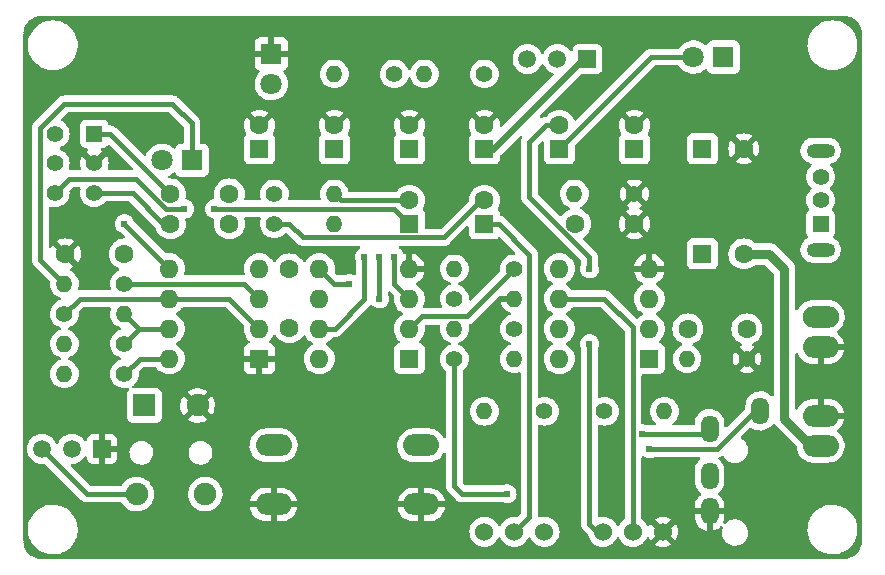
<source format=gbl>
G04 #@! TF.GenerationSoftware,KiCad,Pcbnew,(6.0.4)*
G04 #@! TF.CreationDate,2023-12-01T10:37:55+09:00*
G04 #@! TF.ProjectId,ftr105,66747231-3035-42e6-9b69-6361645f7063,Ver.1.1*
G04 #@! TF.SameCoordinates,PX55d4a80PY5f5e100*
G04 #@! TF.FileFunction,Copper,L2,Bot*
G04 #@! TF.FilePolarity,Positive*
%FSLAX46Y46*%
G04 Gerber Fmt 4.6, Leading zero omitted, Abs format (unit mm)*
G04 Created by KiCad (PCBNEW (6.0.4)) date 2023-12-01 10:37:55*
%MOMM*%
%LPD*%
G01*
G04 APERTURE LIST*
G04 #@! TA.AperFunction,ComponentPad*
%ADD10O,3.048000X1.850000*%
G04 #@! TD*
G04 #@! TA.AperFunction,ComponentPad*
%ADD11R,1.600000X1.600000*%
G04 #@! TD*
G04 #@! TA.AperFunction,ComponentPad*
%ADD12C,1.600000*%
G04 #@! TD*
G04 #@! TA.AperFunction,ComponentPad*
%ADD13R,1.800000X1.800000*%
G04 #@! TD*
G04 #@! TA.AperFunction,ComponentPad*
%ADD14C,1.800000*%
G04 #@! TD*
G04 #@! TA.AperFunction,ComponentPad*
%ADD15C,1.400000*%
G04 #@! TD*
G04 #@! TA.AperFunction,ComponentPad*
%ADD16O,1.400000X1.400000*%
G04 #@! TD*
G04 #@! TA.AperFunction,ComponentPad*
%ADD17R,1.400000X1.400000*%
G04 #@! TD*
G04 #@! TA.AperFunction,ComponentPad*
%ADD18O,2.400000X1.200000*%
G04 #@! TD*
G04 #@! TA.AperFunction,ComponentPad*
%ADD19C,1.524000*%
G04 #@! TD*
G04 #@! TA.AperFunction,ComponentPad*
%ADD20O,1.600000X1.600000*%
G04 #@! TD*
G04 #@! TA.AperFunction,ComponentPad*
%ADD21O,1.500000X2.300000*%
G04 #@! TD*
G04 #@! TA.AperFunction,ComponentPad*
%ADD22R,1.500000X1.500000*%
G04 #@! TD*
G04 #@! TA.AperFunction,ComponentPad*
%ADD23C,1.500000*%
G04 #@! TD*
G04 #@! TA.AperFunction,ComponentPad*
%ADD24O,3.084000X1.850000*%
G04 #@! TD*
G04 #@! TA.AperFunction,ComponentPad*
%ADD25R,1.900000X1.900000*%
G04 #@! TD*
G04 #@! TA.AperFunction,ComponentPad*
%ADD26C,1.900000*%
G04 #@! TD*
G04 #@! TA.AperFunction,ViaPad*
%ADD27C,0.605000*%
G04 #@! TD*
G04 #@! TA.AperFunction,Conductor*
%ADD28C,0.400000*%
G04 #@! TD*
G04 #@! TA.AperFunction,Conductor*
%ADD29C,0.800000*%
G04 #@! TD*
G04 #@! TA.AperFunction,Conductor*
%ADD30C,0.600000*%
G04 #@! TD*
G04 APERTURE END LIST*
D10*
X21680000Y5120000D03*
X34180000Y5120000D03*
X21680000Y10120000D03*
X34180000Y10120000D03*
D11*
X58000000Y26340000D03*
D12*
X61500000Y26340000D03*
D13*
X21500000Y43275000D03*
D14*
X21500000Y40735000D03*
D12*
X17950000Y31420000D03*
X12950000Y31420000D03*
D15*
X31920000Y41580000D03*
D16*
X26840000Y41580000D03*
D11*
X58000000Y35230000D03*
D12*
X61500000Y35230000D03*
D11*
X33190000Y28880000D03*
D12*
X33190000Y30880000D03*
X17950000Y28880000D03*
X12950000Y28880000D03*
D15*
X9060000Y18720000D03*
D16*
X3980000Y18720000D03*
D15*
X52240000Y31420000D03*
D16*
X47160000Y31420000D03*
D17*
X68000000Y28880000D03*
D15*
X68000000Y30880000D03*
X68000000Y32880000D03*
D18*
X68000000Y26680000D03*
X68000000Y35080000D03*
D15*
X37000000Y22530000D03*
D16*
X42080000Y22530000D03*
D19*
X39540000Y2815000D03*
X42080000Y2815000D03*
X44620000Y2815000D03*
D12*
X23030000Y25070000D03*
X23030000Y20070000D03*
D15*
X21760000Y31420000D03*
D16*
X26840000Y31420000D03*
D15*
X3980000Y21260000D03*
D16*
X9060000Y21260000D03*
D15*
X44620000Y13005000D03*
D16*
X39540000Y13005000D03*
D11*
X39540000Y28880000D03*
D12*
X39540000Y30880000D03*
D15*
X61765000Y17450000D03*
D16*
X56685000Y17450000D03*
D11*
X20480000Y17460000D03*
D20*
X20480000Y20000000D03*
X20480000Y22540000D03*
X20480000Y25080000D03*
X12860000Y25080000D03*
X12860000Y22540000D03*
X12860000Y20000000D03*
X12860000Y17460000D03*
D10*
X68000000Y10100000D03*
X68000000Y12640000D03*
D11*
X52240000Y35230000D03*
D12*
X52240000Y37230000D03*
D13*
X59775000Y43000000D03*
D14*
X57235000Y43000000D03*
D15*
X37000000Y17450000D03*
D16*
X42080000Y17450000D03*
D11*
X26840000Y35230000D03*
D12*
X26840000Y37230000D03*
D15*
X21760000Y28880000D03*
D16*
X26840000Y28880000D03*
D15*
X9060000Y23800000D03*
D16*
X3980000Y23800000D03*
D13*
X14775000Y34250000D03*
D14*
X12235000Y34250000D03*
D19*
X49573000Y2815000D03*
X52113000Y2815000D03*
X54653000Y2815000D03*
D21*
X62899000Y13040000D03*
X58599000Y4540000D03*
X58599000Y7540000D03*
X58599000Y11540000D03*
D15*
X49700000Y13005000D03*
D16*
X54780000Y13005000D03*
D11*
X53500000Y17460000D03*
D20*
X53500000Y20000000D03*
X53500000Y22540000D03*
X53500000Y25080000D03*
X45880000Y25080000D03*
X45880000Y22540000D03*
X45880000Y20000000D03*
X45880000Y17460000D03*
D11*
X45890000Y35230000D03*
D12*
X45890000Y37230000D03*
D22*
X48260000Y42850000D03*
D23*
X45720000Y42850000D03*
X43180000Y42850000D03*
D11*
X33180000Y17460000D03*
D20*
X33180000Y20000000D03*
X33180000Y22540000D03*
X33180000Y25080000D03*
X25560000Y25080000D03*
X25560000Y22540000D03*
X25560000Y20000000D03*
X25560000Y17460000D03*
D12*
X61765000Y19990000D03*
X56765000Y19990000D03*
D11*
X39540000Y35230000D03*
D12*
X39540000Y37230000D03*
X9060000Y26340000D03*
X4060000Y26340000D03*
D15*
X9060000Y16180000D03*
D16*
X3980000Y16180000D03*
D12*
X47240000Y28880000D03*
X52240000Y28880000D03*
D24*
X68000000Y21000000D03*
D10*
X68000000Y18460000D03*
D17*
X6505000Y36500000D03*
D15*
X6505000Y34000000D03*
X6505000Y31500000D03*
X3205000Y36500000D03*
X3205000Y34000000D03*
X3205000Y31500000D03*
X42080000Y25070000D03*
D16*
X37000000Y25070000D03*
D15*
X42080000Y19990000D03*
D16*
X37000000Y19990000D03*
D22*
X7155000Y9830000D03*
D23*
X4615000Y9830000D03*
X2075000Y9830000D03*
D11*
X20490000Y35230000D03*
D12*
X20490000Y37230000D03*
D11*
X33190000Y35230000D03*
D12*
X33190000Y37230000D03*
D25*
X10750000Y13500000D03*
D26*
X15250000Y13500000D03*
X15900000Y6000000D03*
X10100000Y6000000D03*
D15*
X39540000Y41580000D03*
D16*
X34460000Y41580000D03*
D27*
X47160000Y3480000D03*
X70020000Y16180000D03*
X42080000Y33960000D03*
X16680000Y21260000D03*
X30015000Y38405000D03*
X29380000Y18720000D03*
X62400000Y44120000D03*
X19220000Y44120000D03*
X50335000Y6020000D03*
X9060000Y37770000D03*
X47160000Y6020000D03*
X23665000Y38405000D03*
X6520000Y21260000D03*
X70020000Y39040000D03*
X26840000Y26340000D03*
X19855000Y27610000D03*
X19220000Y3480000D03*
X3345000Y28245000D03*
X9060000Y30150000D03*
X26840000Y44120000D03*
X39540000Y18720000D03*
X6520000Y13640000D03*
X1440000Y23800000D03*
X15410000Y27610000D03*
X54780000Y28880000D03*
X54780000Y33960000D03*
X9060000Y44120000D03*
X36365000Y33960000D03*
X1440000Y13640000D03*
X37000000Y3480000D03*
X64940000Y39040000D03*
X9060000Y3480000D03*
X64940000Y3480000D03*
X39540000Y26340000D03*
X15410000Y32055000D03*
X34460000Y44120000D03*
X16680000Y18720000D03*
X23030000Y17450000D03*
X54780000Y6020000D03*
X48430000Y18720000D03*
X48430000Y25070000D03*
X53510000Y9830000D03*
X30650000Y22530000D03*
X41445000Y6019998D03*
X30650000Y26086000D03*
X31920000Y26086000D03*
X52875000Y11100000D03*
X29380000Y26086000D03*
X14140000Y30150000D03*
X16680000Y30150000D03*
X28110000Y23800000D03*
X9060000Y28880000D03*
D28*
X10320000Y20000000D02*
X9060000Y21260000D01*
X12860000Y20000000D02*
X10320000Y20000000D01*
X9060000Y18720000D02*
X10330000Y19990000D01*
D29*
X61500000Y26340000D02*
X63670000Y26340000D01*
X64940000Y25070000D02*
X64940000Y12370000D01*
X64940000Y12370000D02*
X67210000Y10100000D01*
X67210000Y10100000D02*
X68000000Y10100000D01*
X63670000Y26340000D02*
X64940000Y25070000D01*
D28*
X45880000Y22540000D02*
X49690000Y22540000D01*
X49690000Y22540000D02*
X52113000Y20117000D01*
X52113000Y20117000D02*
X52113000Y2815000D01*
D30*
X47922000Y42850000D02*
X48260000Y42850000D01*
X40302000Y35230000D02*
X47922000Y42850000D01*
X39540000Y35230000D02*
X40302000Y35230000D01*
D28*
X53660000Y43000000D02*
X57235000Y43000000D01*
X45890000Y35230000D02*
X53660000Y43000000D01*
X48430000Y26060951D02*
X48430000Y25070000D01*
X48430000Y3480000D02*
X49095000Y2815000D01*
X43350000Y35821370D02*
X43350000Y31140951D01*
X48430000Y18720000D02*
X48430000Y3480000D01*
X43350000Y31140951D02*
X48430000Y26060951D01*
X45890000Y37230000D02*
X44758630Y37230000D01*
X44758630Y37230000D02*
X43350000Y35821370D01*
X49095000Y2815000D02*
X49573000Y2815000D01*
X12860000Y17460000D02*
X10340000Y17460000D01*
X10340000Y17460000D02*
X9060000Y16180000D01*
X1948000Y37008000D02*
X1948000Y25832000D01*
X14775000Y34250000D02*
X14775000Y37389000D01*
X3980000Y39040000D02*
X1948000Y37008000D01*
X14775000Y37389000D02*
X13124000Y39040000D01*
X13124000Y39040000D02*
X3980000Y39040000D01*
X1948000Y25832000D02*
X3980000Y23800000D01*
X2075000Y9830000D02*
X5905000Y6000000D01*
X5905000Y6000000D02*
X10100000Y6000000D01*
X9742000Y31500000D02*
X12362000Y28880000D01*
X6505000Y31500000D02*
X9742000Y31500000D01*
X12362000Y28880000D02*
X12950000Y28880000D01*
X62899000Y13040000D02*
X62436675Y13040000D01*
X59226675Y9830000D02*
X53510000Y9830000D01*
X62436675Y13040000D02*
X59226675Y9830000D01*
X6505000Y36500000D02*
X7870000Y36500000D01*
X7870000Y36500000D02*
X12950000Y31420000D01*
X37000000Y17450000D02*
X37000000Y6655000D01*
X37000000Y6655000D02*
X37635002Y6019998D01*
X37635002Y6019998D02*
X41445000Y6019998D01*
X30650000Y22530000D02*
X30650000Y26086000D01*
X31920000Y23800000D02*
X31920000Y26086000D01*
X33180000Y22540000D02*
X31920000Y23800000D01*
X43350000Y4085000D02*
X42080000Y2815000D01*
X40740000Y28880000D02*
X43350000Y26270000D01*
X43350000Y26270000D02*
X43350000Y4085000D01*
X39540000Y28880000D02*
X40740000Y28880000D01*
X39236178Y30880000D02*
X39540000Y30880000D01*
X36084267Y27728089D02*
X39236178Y30880000D01*
X21760000Y28880000D02*
X23030000Y28880000D01*
X23030000Y28880000D02*
X24181911Y27728089D01*
X24181911Y27728089D02*
X36084267Y27728089D01*
X58159000Y11100000D02*
X52875000Y11100000D01*
X58599000Y11540000D02*
X58159000Y11100000D01*
X26850000Y20000000D02*
X29380000Y22530000D01*
X29380000Y22530000D02*
X29380000Y26086000D01*
X33190000Y30880000D02*
X27380000Y30880000D01*
X25560000Y20000000D02*
X26850000Y20000000D01*
X27380000Y30880000D02*
X26840000Y31420000D01*
X3980000Y21260000D02*
X5260000Y22540000D01*
X12860000Y22540000D02*
X17940000Y22540000D01*
X5260000Y22540000D02*
X12860000Y22540000D01*
X17940000Y22540000D02*
X20480000Y20000000D01*
X19220000Y23800000D02*
X20480000Y22540000D01*
X9060000Y23800000D02*
X19220000Y23800000D01*
X33180000Y20000000D02*
X34221911Y21041911D01*
X34221911Y21041911D02*
X38051911Y21041911D01*
X38051911Y21041911D02*
X42080000Y25070000D01*
X10050951Y32690000D02*
X12590951Y30150000D01*
X12590951Y30150000D02*
X14140000Y30150000D01*
X4395000Y32690000D02*
X10050951Y32690000D01*
X16680000Y30150000D02*
X31920000Y30150000D01*
X31920000Y30150000D02*
X33190000Y28880000D01*
X3205000Y31500000D02*
X4395000Y32690000D01*
X26840000Y23800000D02*
X25560000Y25080000D01*
X28110000Y23800000D02*
X26840000Y23800000D01*
X9060000Y28880000D02*
X12860000Y25080000D01*
G04 #@! TA.AperFunction,Conductor*
G36*
X69970018Y46490000D02*
G01*
X69984851Y46487690D01*
X69984855Y46487690D01*
X69993724Y46486309D01*
X70008981Y46488304D01*
X70034302Y46489047D01*
X70203285Y46476961D01*
X70221064Y46474404D01*
X70411392Y46433001D01*
X70428641Y46427937D01*
X70611150Y46359864D01*
X70627502Y46352396D01*
X70798458Y46259048D01*
X70813582Y46249328D01*
X70969514Y46132598D01*
X70983100Y46120825D01*
X71120825Y45983100D01*
X71132598Y45969514D01*
X71249328Y45813582D01*
X71259048Y45798458D01*
X71352396Y45627502D01*
X71359864Y45611150D01*
X71427937Y45428641D01*
X71433001Y45411393D01*
X71474404Y45221064D01*
X71476962Y45203279D01*
X71488540Y45041399D01*
X71487793Y45023435D01*
X71487692Y45015155D01*
X71486309Y45006276D01*
X71487474Y44997370D01*
X71490436Y44974717D01*
X71491500Y44958379D01*
X71491500Y2049367D01*
X71490000Y2029982D01*
X71487690Y2015149D01*
X71487690Y2015145D01*
X71486309Y2006276D01*
X71488136Y1992307D01*
X71488304Y1991024D01*
X71489047Y1965698D01*
X71477211Y1800196D01*
X71476962Y1796721D01*
X71474404Y1778936D01*
X71445605Y1646548D01*
X71433001Y1588608D01*
X71427937Y1571359D01*
X71359864Y1388850D01*
X71352396Y1372498D01*
X71259048Y1201542D01*
X71249328Y1186418D01*
X71132598Y1030486D01*
X71120825Y1016900D01*
X70983100Y879175D01*
X70969514Y867402D01*
X70813582Y750672D01*
X70798458Y740952D01*
X70627502Y647604D01*
X70611150Y640136D01*
X70428641Y572063D01*
X70411393Y566999D01*
X70221064Y525596D01*
X70203285Y523039D01*
X70041395Y511460D01*
X70023435Y512207D01*
X70015155Y512308D01*
X70006276Y513691D01*
X69974714Y509564D01*
X69958379Y508500D01*
X2049367Y508500D01*
X2029982Y510000D01*
X2015149Y512310D01*
X2015145Y512310D01*
X2006276Y513691D01*
X1991019Y511696D01*
X1965698Y510953D01*
X1796715Y523039D01*
X1778936Y525596D01*
X1588607Y566999D01*
X1571359Y572063D01*
X1388850Y640136D01*
X1372498Y647604D01*
X1201542Y740952D01*
X1186418Y750672D01*
X1030486Y867402D01*
X1016900Y879175D01*
X879175Y1016900D01*
X867402Y1030486D01*
X750672Y1186418D01*
X740952Y1201542D01*
X647604Y1372498D01*
X640136Y1388850D01*
X572063Y1571359D01*
X566999Y1588608D01*
X554395Y1646548D01*
X525596Y1778936D01*
X523038Y1796722D01*
X522594Y1802942D01*
X511719Y1954989D01*
X512805Y1977755D01*
X512334Y1977797D01*
X512770Y1982655D01*
X513576Y1987448D01*
X513729Y2000000D01*
X509773Y2027624D01*
X508500Y2045486D01*
X508500Y2867297D01*
X890743Y2867297D01*
X891302Y2863053D01*
X891302Y2863049D01*
X901130Y2788399D01*
X928268Y2582266D01*
X1004129Y2304964D01*
X1005813Y2301016D01*
X1114807Y2045486D01*
X1116923Y2040524D01*
X1155633Y1975845D01*
X1218822Y1870264D01*
X1264561Y1793839D01*
X1444313Y1569472D01*
X1652851Y1371577D01*
X1886317Y1203814D01*
X1890112Y1201805D01*
X1890113Y1201804D01*
X1911869Y1190285D01*
X2140392Y1069288D01*
X2410373Y970489D01*
X2691264Y909245D01*
X2719841Y906996D01*
X2914282Y891693D01*
X2914291Y891693D01*
X2916739Y891500D01*
X3072271Y891500D01*
X3074407Y891646D01*
X3074418Y891646D01*
X3282548Y905835D01*
X3282554Y905836D01*
X3286825Y906127D01*
X3291020Y906996D01*
X3291022Y906996D01*
X3427583Y935276D01*
X3568342Y964426D01*
X3839343Y1060393D01*
X4094812Y1192250D01*
X4098313Y1194711D01*
X4098317Y1194713D01*
X4212417Y1274904D01*
X4330023Y1357559D01*
X4526488Y1540126D01*
X4537479Y1550339D01*
X4537481Y1550342D01*
X4540622Y1553260D01*
X4722713Y1775732D01*
X4872927Y2020858D01*
X4904755Y2093363D01*
X4986757Y2280170D01*
X4988483Y2284102D01*
X5004594Y2340658D01*
X5066068Y2556466D01*
X5067244Y2560594D01*
X5107751Y2845216D01*
X5107845Y2863049D01*
X5109235Y3128417D01*
X5109235Y3128424D01*
X5109257Y3132703D01*
X5106131Y3156452D01*
X5072292Y3413478D01*
X5071732Y3417734D01*
X5060940Y3457185D01*
X5011289Y3638678D01*
X4995871Y3695036D01*
X4964018Y3769714D01*
X4884763Y3955524D01*
X4884761Y3955528D01*
X4883077Y3959476D01*
X4804749Y4090353D01*
X4737643Y4202479D01*
X4737640Y4202483D01*
X4735439Y4206161D01*
X4555687Y4430528D01*
X4421153Y4558196D01*
X4350258Y4625473D01*
X4350255Y4625475D01*
X4347149Y4628423D01*
X4113683Y4796186D01*
X4091843Y4807750D01*
X4016190Y4847806D01*
X3859608Y4930712D01*
X3670898Y4999770D01*
X3593658Y5028036D01*
X3593656Y5028037D01*
X3589627Y5029511D01*
X3308736Y5090755D01*
X3277685Y5093199D01*
X3085718Y5108307D01*
X3085709Y5108307D01*
X3083261Y5108500D01*
X2927729Y5108500D01*
X2925593Y5108354D01*
X2925582Y5108354D01*
X2717452Y5094165D01*
X2717446Y5094164D01*
X2713175Y5093873D01*
X2708980Y5093004D01*
X2708978Y5093004D01*
X2693019Y5089699D01*
X2431658Y5035574D01*
X2160657Y4939607D01*
X2156848Y4937641D01*
X2009250Y4861460D01*
X1905188Y4807750D01*
X1901687Y4805289D01*
X1901683Y4805287D01*
X1834092Y4757783D01*
X1669977Y4642441D01*
X1654892Y4628423D01*
X1566848Y4546607D01*
X1459378Y4446740D01*
X1277287Y4224268D01*
X1127073Y3979142D01*
X1125347Y3975209D01*
X1125346Y3975208D01*
X1100887Y3919488D01*
X1011517Y3715898D01*
X1010342Y3711771D01*
X1010341Y3711770D01*
X1003285Y3687000D01*
X932756Y3439406D01*
X892249Y3154784D01*
X892227Y3150495D01*
X892226Y3150488D01*
X890765Y2871583D01*
X890743Y2867297D01*
X508500Y2867297D01*
X508500Y9830000D01*
X811693Y9830000D01*
X830885Y9610629D01*
X887880Y9397924D01*
X918602Y9332041D01*
X978618Y9203334D01*
X978621Y9203329D01*
X980944Y9198347D01*
X984100Y9193840D01*
X984101Y9193838D01*
X1096921Y9032715D01*
X1107251Y9017962D01*
X1262962Y8862251D01*
X1267471Y8859094D01*
X1267473Y8859092D01*
X1284555Y8847131D01*
X1443346Y8735944D01*
X1642924Y8642880D01*
X1855629Y8585885D01*
X2075000Y8566693D01*
X2256784Y8582597D01*
X2326387Y8568608D01*
X2356859Y8546171D01*
X5383550Y5519480D01*
X5389404Y5513215D01*
X5427439Y5469615D01*
X5458022Y5448121D01*
X5479719Y5432872D01*
X5485014Y5428939D01*
X5535282Y5389524D01*
X5542198Y5386401D01*
X5544484Y5385017D01*
X5559165Y5376643D01*
X5561525Y5375378D01*
X5567739Y5371010D01*
X5574818Y5368250D01*
X5574820Y5368249D01*
X5627275Y5347798D01*
X5633344Y5345247D01*
X5691573Y5318955D01*
X5699040Y5317571D01*
X5701595Y5316770D01*
X5717848Y5312141D01*
X5720428Y5311478D01*
X5727509Y5308718D01*
X5735040Y5307727D01*
X5735042Y5307726D01*
X5764661Y5303827D01*
X5790861Y5300378D01*
X5797359Y5299348D01*
X5860186Y5287704D01*
X5867766Y5288141D01*
X5867767Y5288141D01*
X5922392Y5291291D01*
X5929646Y5291500D01*
X8752945Y5291500D01*
X8821066Y5271498D01*
X8860378Y5231334D01*
X8916312Y5140057D01*
X8916317Y5140050D01*
X8919014Y5135649D01*
X9076043Y4954370D01*
X9260571Y4801172D01*
X9467643Y4680169D01*
X9691697Y4594611D01*
X9696763Y4593580D01*
X9696764Y4593580D01*
X9753039Y4582131D01*
X9926716Y4546796D01*
X10062264Y4541826D01*
X10161225Y4538197D01*
X10161229Y4538197D01*
X10166389Y4538008D01*
X10171509Y4538664D01*
X10171511Y4538664D01*
X10399151Y4567825D01*
X10399152Y4567825D01*
X10404279Y4568482D01*
X10487935Y4593580D01*
X10629042Y4635914D01*
X10629047Y4635916D01*
X10633997Y4637401D01*
X10849374Y4742913D01*
X10853579Y4745913D01*
X10853585Y4745916D01*
X10996429Y4847806D01*
X11044627Y4882185D01*
X11214511Y5051477D01*
X11242977Y5091091D01*
X11351445Y5242042D01*
X11354463Y5246242D01*
X11366946Y5271498D01*
X11458433Y5456608D01*
X11458434Y5456610D01*
X11460727Y5461250D01*
X11530447Y5690726D01*
X11561752Y5928508D01*
X11561834Y5931858D01*
X11563417Y5996635D01*
X11563417Y5996639D01*
X11563499Y6000000D01*
X11560559Y6035756D01*
X14436938Y6035756D01*
X14437235Y6030604D01*
X14437235Y6030600D01*
X14439194Y5996635D01*
X14450744Y5796320D01*
X14451879Y5791283D01*
X14451880Y5791277D01*
X14499966Y5577903D01*
X14503470Y5562354D01*
X14593702Y5340141D01*
X14719014Y5135649D01*
X14876043Y4954370D01*
X15060571Y4801172D01*
X15267643Y4680169D01*
X15491697Y4594611D01*
X15496763Y4593580D01*
X15496764Y4593580D01*
X15553039Y4582131D01*
X15726716Y4546796D01*
X15862264Y4541826D01*
X15961225Y4538197D01*
X15961229Y4538197D01*
X15966389Y4538008D01*
X15971509Y4538664D01*
X15971511Y4538664D01*
X16199151Y4567825D01*
X16199152Y4567825D01*
X16204279Y4568482D01*
X16287935Y4593580D01*
X16429042Y4635914D01*
X16429047Y4635916D01*
X16433997Y4637401D01*
X16649374Y4742913D01*
X16653579Y4745913D01*
X16653585Y4745916D01*
X16796429Y4847806D01*
X19672895Y4847806D01*
X19681453Y4791879D01*
X19683841Y4781854D01*
X19753836Y4567705D01*
X19757833Y4558196D01*
X19861861Y4358360D01*
X19867355Y4349635D01*
X20002628Y4169468D01*
X20009471Y4161761D01*
X20172356Y4006104D01*
X20180362Y3999621D01*
X20366485Y3872657D01*
X20375444Y3867568D01*
X20579807Y3772706D01*
X20589475Y3769149D01*
X20806580Y3708940D01*
X20816699Y3707009D01*
X21000595Y3687356D01*
X21007287Y3687000D01*
X21407885Y3687000D01*
X21423124Y3691475D01*
X21424329Y3692865D01*
X21426000Y3700548D01*
X21426000Y3705115D01*
X21934000Y3705115D01*
X21938475Y3689876D01*
X21939865Y3688671D01*
X21947548Y3687000D01*
X22336145Y3687000D01*
X22341318Y3687212D01*
X22508687Y3700973D01*
X22518867Y3702658D01*
X22737377Y3757544D01*
X22747128Y3760864D01*
X22953749Y3850704D01*
X22962824Y3855570D01*
X23151990Y3977948D01*
X23160161Y3984240D01*
X23326800Y4135869D01*
X23333825Y4143402D01*
X23473466Y4320218D01*
X23479162Y4328791D01*
X23588052Y4526045D01*
X23592273Y4535440D01*
X23667481Y4747820D01*
X23670113Y4757783D01*
X23686148Y4847806D01*
X32172895Y4847806D01*
X32181453Y4791879D01*
X32183841Y4781854D01*
X32253836Y4567705D01*
X32257833Y4558196D01*
X32361861Y4358360D01*
X32367355Y4349635D01*
X32502628Y4169468D01*
X32509471Y4161761D01*
X32672356Y4006104D01*
X32680362Y3999621D01*
X32866485Y3872657D01*
X32875444Y3867568D01*
X33079807Y3772706D01*
X33089475Y3769149D01*
X33306580Y3708940D01*
X33316699Y3707009D01*
X33500595Y3687356D01*
X33507287Y3687000D01*
X33907885Y3687000D01*
X33923124Y3691475D01*
X33924329Y3692865D01*
X33926000Y3700548D01*
X33926000Y3705115D01*
X34434000Y3705115D01*
X34438475Y3689876D01*
X34439865Y3688671D01*
X34447548Y3687000D01*
X34836145Y3687000D01*
X34841318Y3687212D01*
X35008687Y3700973D01*
X35018867Y3702658D01*
X35237377Y3757544D01*
X35247128Y3760864D01*
X35453749Y3850704D01*
X35462824Y3855570D01*
X35651990Y3977948D01*
X35660161Y3984240D01*
X35826800Y4135869D01*
X35833825Y4143402D01*
X35973466Y4320218D01*
X35979162Y4328791D01*
X36088052Y4526045D01*
X36092273Y4535440D01*
X36167481Y4747820D01*
X36170113Y4757783D01*
X36186212Y4848163D01*
X36184752Y4861460D01*
X36170197Y4866000D01*
X34452115Y4866000D01*
X34436876Y4861525D01*
X34435671Y4860135D01*
X34434000Y4852452D01*
X34434000Y3705115D01*
X33926000Y3705115D01*
X33926000Y4847885D01*
X33921525Y4863124D01*
X33920135Y4864329D01*
X33912452Y4866000D01*
X32188226Y4866000D01*
X32174882Y4862082D01*
X32172895Y4847806D01*
X23686148Y4847806D01*
X23686212Y4848163D01*
X23684752Y4861460D01*
X23670197Y4866000D01*
X21952115Y4866000D01*
X21936876Y4861525D01*
X21935671Y4860135D01*
X21934000Y4852452D01*
X21934000Y3705115D01*
X21426000Y3705115D01*
X21426000Y4847885D01*
X21421525Y4863124D01*
X21420135Y4864329D01*
X21412452Y4866000D01*
X19688226Y4866000D01*
X19674882Y4862082D01*
X19672895Y4847806D01*
X16796429Y4847806D01*
X16844627Y4882185D01*
X17014511Y5051477D01*
X17042977Y5091091D01*
X17151445Y5242042D01*
X17154463Y5246242D01*
X17166946Y5271498D01*
X17226421Y5391837D01*
X19673788Y5391837D01*
X19675248Y5378540D01*
X19689803Y5374000D01*
X21407885Y5374000D01*
X21423124Y5378475D01*
X21424329Y5379865D01*
X21426000Y5387548D01*
X21426000Y5392115D01*
X21934000Y5392115D01*
X21938475Y5376876D01*
X21939865Y5375671D01*
X21947548Y5374000D01*
X23671774Y5374000D01*
X23685118Y5377918D01*
X23687055Y5391837D01*
X32173788Y5391837D01*
X32175248Y5378540D01*
X32189803Y5374000D01*
X33907885Y5374000D01*
X33923124Y5378475D01*
X33924329Y5379865D01*
X33926000Y5387548D01*
X33926000Y5392115D01*
X34434000Y5392115D01*
X34438475Y5376876D01*
X34439865Y5375671D01*
X34447548Y5374000D01*
X36171774Y5374000D01*
X36185118Y5377918D01*
X36187105Y5392194D01*
X36178547Y5448121D01*
X36176159Y5458146D01*
X36106164Y5672295D01*
X36102167Y5681804D01*
X35998139Y5881640D01*
X35992645Y5890365D01*
X35857372Y6070532D01*
X35850529Y6078239D01*
X35687644Y6233896D01*
X35679638Y6240379D01*
X35493515Y6367343D01*
X35484556Y6372432D01*
X35280193Y6467294D01*
X35270525Y6470851D01*
X35053420Y6531060D01*
X35043301Y6532991D01*
X34859405Y6552644D01*
X34852713Y6553000D01*
X34452115Y6553000D01*
X34436876Y6548525D01*
X34435671Y6547135D01*
X34434000Y6539452D01*
X34434000Y5392115D01*
X33926000Y5392115D01*
X33926000Y6534885D01*
X33921525Y6550124D01*
X33920135Y6551329D01*
X33912452Y6553000D01*
X33523855Y6553000D01*
X33518682Y6552788D01*
X33351313Y6539027D01*
X33341133Y6537342D01*
X33122623Y6482456D01*
X33112872Y6479136D01*
X32906251Y6389296D01*
X32897176Y6384430D01*
X32708010Y6262052D01*
X32699839Y6255760D01*
X32533200Y6104131D01*
X32526175Y6096598D01*
X32386534Y5919782D01*
X32380838Y5911209D01*
X32271948Y5713955D01*
X32267727Y5704560D01*
X32192519Y5492180D01*
X32189887Y5482217D01*
X32173788Y5391837D01*
X23687055Y5391837D01*
X23687105Y5392194D01*
X23678547Y5448121D01*
X23676159Y5458146D01*
X23606164Y5672295D01*
X23602167Y5681804D01*
X23498139Y5881640D01*
X23492645Y5890365D01*
X23357372Y6070532D01*
X23350529Y6078239D01*
X23187644Y6233896D01*
X23179638Y6240379D01*
X22993515Y6367343D01*
X22984556Y6372432D01*
X22780193Y6467294D01*
X22770525Y6470851D01*
X22553420Y6531060D01*
X22543301Y6532991D01*
X22359405Y6552644D01*
X22352713Y6553000D01*
X21952115Y6553000D01*
X21936876Y6548525D01*
X21935671Y6547135D01*
X21934000Y6539452D01*
X21934000Y5392115D01*
X21426000Y5392115D01*
X21426000Y6534885D01*
X21421525Y6550124D01*
X21420135Y6551329D01*
X21412452Y6553000D01*
X21023855Y6553000D01*
X21018682Y6552788D01*
X20851313Y6539027D01*
X20841133Y6537342D01*
X20622623Y6482456D01*
X20612872Y6479136D01*
X20406251Y6389296D01*
X20397176Y6384430D01*
X20208010Y6262052D01*
X20199839Y6255760D01*
X20033200Y6104131D01*
X20026175Y6096598D01*
X19886534Y5919782D01*
X19880838Y5911209D01*
X19771948Y5713955D01*
X19767727Y5704560D01*
X19692519Y5492180D01*
X19689887Y5482217D01*
X19673788Y5391837D01*
X17226421Y5391837D01*
X17258433Y5456608D01*
X17258434Y5456610D01*
X17260727Y5461250D01*
X17330447Y5690726D01*
X17361752Y5928508D01*
X17361834Y5931858D01*
X17363417Y5996635D01*
X17363417Y5996639D01*
X17363499Y6000000D01*
X17352058Y6139154D01*
X17344271Y6233876D01*
X17344270Y6233882D01*
X17343847Y6239027D01*
X17285420Y6471636D01*
X17283364Y6476366D01*
X17283361Y6476373D01*
X17191847Y6686841D01*
X17191845Y6686844D01*
X17189787Y6691578D01*
X17184631Y6699549D01*
X17062325Y6888604D01*
X17062323Y6888607D01*
X17059515Y6892947D01*
X17030580Y6924747D01*
X16901582Y7066513D01*
X16901580Y7066514D01*
X16898104Y7070335D01*
X16894053Y7073534D01*
X16894049Y7073538D01*
X16713946Y7215774D01*
X16709888Y7218979D01*
X16499922Y7334887D01*
X16377458Y7378254D01*
X16278720Y7413219D01*
X16278716Y7413220D01*
X16273845Y7414945D01*
X16268752Y7415852D01*
X16268749Y7415853D01*
X16042816Y7456098D01*
X16042810Y7456099D01*
X16037727Y7457004D01*
X15950460Y7458070D01*
X15803081Y7459871D01*
X15803079Y7459871D01*
X15797911Y7459934D01*
X15560837Y7423657D01*
X15332871Y7349146D01*
X15120136Y7238403D01*
X15116003Y7235300D01*
X15116000Y7235298D01*
X15089997Y7215774D01*
X14928345Y7094402D01*
X14762648Y6921010D01*
X14627495Y6722883D01*
X14616664Y6699549D01*
X14540229Y6534885D01*
X14526516Y6505344D01*
X14491974Y6380786D01*
X14465597Y6285672D01*
X14462424Y6274232D01*
X14436938Y6035756D01*
X11560559Y6035756D01*
X11552058Y6139154D01*
X11544271Y6233876D01*
X11544270Y6233882D01*
X11543847Y6239027D01*
X11485420Y6471636D01*
X11483364Y6476366D01*
X11483361Y6476373D01*
X11391847Y6686841D01*
X11391845Y6686844D01*
X11389787Y6691578D01*
X11384631Y6699549D01*
X11262325Y6888604D01*
X11262323Y6888607D01*
X11259515Y6892947D01*
X11230580Y6924747D01*
X11101582Y7066513D01*
X11101580Y7066514D01*
X11098104Y7070335D01*
X11094053Y7073534D01*
X11094049Y7073538D01*
X10913946Y7215774D01*
X10909888Y7218979D01*
X10699922Y7334887D01*
X10577458Y7378254D01*
X10478720Y7413219D01*
X10478716Y7413220D01*
X10473845Y7414945D01*
X10468752Y7415852D01*
X10468749Y7415853D01*
X10242816Y7456098D01*
X10242810Y7456099D01*
X10237727Y7457004D01*
X10150460Y7458070D01*
X10003081Y7459871D01*
X10003079Y7459871D01*
X9997911Y7459934D01*
X9760837Y7423657D01*
X9532871Y7349146D01*
X9320136Y7238403D01*
X9316003Y7235300D01*
X9316000Y7235298D01*
X9289997Y7215774D01*
X9128345Y7094402D01*
X8962648Y6921010D01*
X8959734Y6916738D01*
X8959733Y6916737D01*
X8855199Y6763496D01*
X8800288Y6718493D01*
X8751111Y6708500D01*
X6250660Y6708500D01*
X6182539Y6728502D01*
X6161565Y6745405D01*
X4553444Y8353526D01*
X4519418Y8415838D01*
X4524483Y8486653D01*
X4567030Y8543489D01*
X4631557Y8568141D01*
X4834371Y8585885D01*
X5047076Y8642880D01*
X5246654Y8735944D01*
X5405445Y8847131D01*
X5422527Y8859092D01*
X5422529Y8859094D01*
X5427038Y8862251D01*
X5582749Y9017962D01*
X5593080Y9032715D01*
X5667788Y9139410D01*
X5723245Y9183738D01*
X5793865Y9191047D01*
X5857225Y9159016D01*
X5893210Y9097815D01*
X5897001Y9067139D01*
X5897001Y9035331D01*
X5897371Y9028510D01*
X5902895Y8977648D01*
X5906521Y8962396D01*
X5951676Y8841946D01*
X5960214Y8826351D01*
X6036715Y8724276D01*
X6049276Y8711715D01*
X6151351Y8635214D01*
X6166946Y8626676D01*
X6287394Y8581522D01*
X6302649Y8577895D01*
X6353514Y8572369D01*
X6360328Y8572000D01*
X6882885Y8572000D01*
X6898124Y8576475D01*
X6899329Y8577865D01*
X6901000Y8585548D01*
X6901000Y8590116D01*
X7409000Y8590116D01*
X7413475Y8574877D01*
X7414865Y8573672D01*
X7422548Y8572001D01*
X7949669Y8572001D01*
X7956490Y8572371D01*
X8007352Y8577895D01*
X8022604Y8581521D01*
X8143054Y8626676D01*
X8158649Y8635214D01*
X8260724Y8711715D01*
X8273285Y8724276D01*
X8349786Y8826351D01*
X8358324Y8841946D01*
X8403478Y8962394D01*
X8407105Y8977649D01*
X8412631Y9028514D01*
X8413000Y9035328D01*
X8413000Y9507075D01*
X9486645Y9507075D01*
X9489964Y9470607D01*
X9503676Y9319939D01*
X9504570Y9310112D01*
X9506308Y9304206D01*
X9506309Y9304202D01*
X9529968Y9223816D01*
X9560410Y9120381D01*
X9563263Y9114923D01*
X9563265Y9114919D01*
X9603420Y9038111D01*
X9652040Y8945110D01*
X9775968Y8790975D01*
X9780692Y8787011D01*
X9787933Y8780935D01*
X9927474Y8663846D01*
X9932872Y8660879D01*
X9932877Y8660875D01*
X10061589Y8590116D01*
X10100787Y8568567D01*
X10106654Y8566706D01*
X10106656Y8566705D01*
X10283436Y8510627D01*
X10289306Y8508765D01*
X10443227Y8491500D01*
X10549769Y8491500D01*
X10552825Y8491800D01*
X10552832Y8491800D01*
X10611340Y8497537D01*
X10696833Y8505920D01*
X10702734Y8507702D01*
X10702736Y8507702D01*
X10821267Y8543489D01*
X10886169Y8563084D01*
X11060796Y8655934D01*
X11175074Y8749137D01*
X11209287Y8777040D01*
X11209290Y8777043D01*
X11214062Y8780935D01*
X11235332Y8806646D01*
X11336201Y8928575D01*
X11336203Y8928579D01*
X11340130Y8933325D01*
X11434198Y9107299D01*
X11492682Y9296232D01*
X11496446Y9332041D01*
X11512711Y9486796D01*
X11512711Y9486798D01*
X11513355Y9492925D01*
X11512067Y9507075D01*
X14486645Y9507075D01*
X14489964Y9470607D01*
X14503676Y9319939D01*
X14504570Y9310112D01*
X14506308Y9304206D01*
X14506309Y9304202D01*
X14529968Y9223816D01*
X14560410Y9120381D01*
X14563263Y9114923D01*
X14563265Y9114919D01*
X14603420Y9038111D01*
X14652040Y8945110D01*
X14775968Y8790975D01*
X14780692Y8787011D01*
X14787933Y8780935D01*
X14927474Y8663846D01*
X14932872Y8660879D01*
X14932877Y8660875D01*
X15061589Y8590116D01*
X15100787Y8568567D01*
X15106654Y8566706D01*
X15106656Y8566705D01*
X15283436Y8510627D01*
X15289306Y8508765D01*
X15443227Y8491500D01*
X15549769Y8491500D01*
X15552825Y8491800D01*
X15552832Y8491800D01*
X15611340Y8497537D01*
X15696833Y8505920D01*
X15702734Y8507702D01*
X15702736Y8507702D01*
X15821267Y8543489D01*
X15886169Y8563084D01*
X16060796Y8655934D01*
X16175074Y8749137D01*
X16209287Y8777040D01*
X16209290Y8777043D01*
X16214062Y8780935D01*
X16235332Y8806646D01*
X16336201Y8928575D01*
X16336203Y8928579D01*
X16340130Y8933325D01*
X16434198Y9107299D01*
X16492682Y9296232D01*
X16496446Y9332041D01*
X16512711Y9486796D01*
X16512711Y9486798D01*
X16513355Y9492925D01*
X16502145Y9616106D01*
X16495989Y9683749D01*
X16495988Y9683752D01*
X16495430Y9689888D01*
X16439590Y9879619D01*
X16430557Y9896899D01*
X16374132Y10004827D01*
X16366377Y10019661D01*
X19646091Y10019661D01*
X19681747Y9786651D01*
X19754980Y9562593D01*
X19863825Y9353504D01*
X19866928Y9349371D01*
X19866930Y9349368D01*
X19999770Y9172442D01*
X20005358Y9165000D01*
X20009096Y9161428D01*
X20169390Y9008247D01*
X20175777Y9002143D01*
X20370508Y8869307D01*
X20375192Y8867133D01*
X20375195Y8867131D01*
X20579628Y8772236D01*
X20579633Y8772234D01*
X20584319Y8770059D01*
X20811468Y8707065D01*
X20816605Y8706516D01*
X21000563Y8686856D01*
X21000571Y8686856D01*
X21003898Y8686500D01*
X22338757Y8686500D01*
X22341330Y8686712D01*
X22341341Y8686712D01*
X22508779Y8700478D01*
X22508785Y8700479D01*
X22513930Y8700902D01*
X22742551Y8758327D01*
X22958723Y8852322D01*
X23156641Y8980360D01*
X23163242Y8986366D01*
X23327167Y9135527D01*
X23327168Y9135529D01*
X23330989Y9139005D01*
X23334188Y9143056D01*
X23334192Y9143060D01*
X23473883Y9319939D01*
X23473885Y9319943D01*
X23477085Y9323994D01*
X23591005Y9530361D01*
X23600794Y9558002D01*
X23667965Y9747689D01*
X23667966Y9747693D01*
X23669691Y9752564D01*
X23671325Y9761736D01*
X23710123Y9979544D01*
X23710124Y9979550D01*
X23711029Y9984633D01*
X23712536Y10107996D01*
X23713846Y10215170D01*
X23713846Y10215172D01*
X23713909Y10220339D01*
X23678253Y10453349D01*
X23605020Y10677407D01*
X23553737Y10775920D01*
X23498564Y10881907D01*
X23498561Y10881912D01*
X23496175Y10886496D01*
X23477415Y10911483D01*
X23357747Y11070865D01*
X23357745Y11070868D01*
X23354642Y11075000D01*
X23281022Y11145353D01*
X23187960Y11234286D01*
X23187959Y11234287D01*
X23184223Y11237857D01*
X22989492Y11370693D01*
X22984808Y11372867D01*
X22984805Y11372869D01*
X22780372Y11467764D01*
X22780367Y11467766D01*
X22775681Y11469941D01*
X22548532Y11532935D01*
X22543245Y11533500D01*
X22359437Y11553144D01*
X22359429Y11553144D01*
X22356102Y11553500D01*
X21021243Y11553500D01*
X21018670Y11553288D01*
X21018659Y11553288D01*
X20851221Y11539522D01*
X20851215Y11539521D01*
X20846070Y11539098D01*
X20617449Y11481673D01*
X20401277Y11387678D01*
X20203359Y11259640D01*
X20199536Y11256161D01*
X20199533Y11256159D01*
X20032833Y11104473D01*
X20029011Y11100995D01*
X20025812Y11096944D01*
X20025808Y11096940D01*
X19886779Y10920899D01*
X19882915Y10916006D01*
X19768995Y10709639D01*
X19767271Y10704770D01*
X19767269Y10704766D01*
X19692035Y10492311D01*
X19690309Y10487436D01*
X19689402Y10482343D01*
X19689401Y10482340D01*
X19652637Y10275946D01*
X19648971Y10255367D01*
X19647861Y10164523D01*
X19646898Y10085671D01*
X19646091Y10019661D01*
X16366377Y10019661D01*
X16347960Y10054890D01*
X16224032Y10209025D01*
X16217727Y10214316D01*
X16168804Y10255367D01*
X16072526Y10336154D01*
X16067128Y10339121D01*
X16067123Y10339125D01*
X15904608Y10428467D01*
X15904609Y10428467D01*
X15899213Y10431433D01*
X15893346Y10433294D01*
X15893344Y10433295D01*
X15716564Y10489373D01*
X15716563Y10489373D01*
X15710694Y10491235D01*
X15556773Y10508500D01*
X15450231Y10508500D01*
X15447175Y10508200D01*
X15447168Y10508200D01*
X15388660Y10502463D01*
X15303167Y10494080D01*
X15297266Y10492298D01*
X15297264Y10492298D01*
X15223947Y10470162D01*
X15113831Y10436916D01*
X14939204Y10344066D01*
X14871570Y10288905D01*
X14790713Y10222960D01*
X14790710Y10222957D01*
X14785938Y10219065D01*
X14782011Y10214318D01*
X14782009Y10214316D01*
X14663799Y10071425D01*
X14663797Y10071421D01*
X14659870Y10066675D01*
X14565802Y9892701D01*
X14507318Y9703768D01*
X14506674Y9697643D01*
X14506674Y9697642D01*
X14487503Y9515234D01*
X14486645Y9507075D01*
X11512067Y9507075D01*
X11502145Y9616106D01*
X11495989Y9683749D01*
X11495988Y9683752D01*
X11495430Y9689888D01*
X11439590Y9879619D01*
X11430557Y9896899D01*
X11374132Y10004827D01*
X11347960Y10054890D01*
X11224032Y10209025D01*
X11217727Y10214316D01*
X11168804Y10255367D01*
X11072526Y10336154D01*
X11067128Y10339121D01*
X11067123Y10339125D01*
X10904608Y10428467D01*
X10904609Y10428467D01*
X10899213Y10431433D01*
X10893346Y10433294D01*
X10893344Y10433295D01*
X10716564Y10489373D01*
X10716563Y10489373D01*
X10710694Y10491235D01*
X10556773Y10508500D01*
X10450231Y10508500D01*
X10447175Y10508200D01*
X10447168Y10508200D01*
X10388660Y10502463D01*
X10303167Y10494080D01*
X10297266Y10492298D01*
X10297264Y10492298D01*
X10223947Y10470162D01*
X10113831Y10436916D01*
X9939204Y10344066D01*
X9871570Y10288905D01*
X9790713Y10222960D01*
X9790710Y10222957D01*
X9785938Y10219065D01*
X9782011Y10214318D01*
X9782009Y10214316D01*
X9663799Y10071425D01*
X9663797Y10071421D01*
X9659870Y10066675D01*
X9565802Y9892701D01*
X9507318Y9703768D01*
X9506674Y9697643D01*
X9506674Y9697642D01*
X9487503Y9515234D01*
X9486645Y9507075D01*
X8413000Y9507075D01*
X8413000Y9557885D01*
X8408525Y9573124D01*
X8407135Y9574329D01*
X8399452Y9576000D01*
X7427115Y9576000D01*
X7411876Y9571525D01*
X7410671Y9570135D01*
X7409000Y9562452D01*
X7409000Y8590116D01*
X6901000Y8590116D01*
X6901000Y10102115D01*
X7409000Y10102115D01*
X7413475Y10086876D01*
X7414865Y10085671D01*
X7422548Y10084000D01*
X8394884Y10084000D01*
X8410123Y10088475D01*
X8411328Y10089865D01*
X8412999Y10097548D01*
X8412999Y10624669D01*
X8412629Y10631490D01*
X8407105Y10682352D01*
X8403479Y10697604D01*
X8358324Y10818054D01*
X8349786Y10833649D01*
X8273285Y10935724D01*
X8260724Y10948285D01*
X8158649Y11024786D01*
X8143054Y11033324D01*
X8022606Y11078478D01*
X8007351Y11082105D01*
X7956486Y11087631D01*
X7949672Y11088000D01*
X7427115Y11088000D01*
X7411876Y11083525D01*
X7410671Y11082135D01*
X7409000Y11074452D01*
X7409000Y10102115D01*
X6901000Y10102115D01*
X6901000Y11069884D01*
X6896525Y11085123D01*
X6895135Y11086328D01*
X6887452Y11087999D01*
X6360331Y11087999D01*
X6353510Y11087629D01*
X6302648Y11082105D01*
X6287396Y11078479D01*
X6166946Y11033324D01*
X6151351Y11024786D01*
X6049276Y10948285D01*
X6036715Y10935724D01*
X5960214Y10833649D01*
X5951676Y10818054D01*
X5906522Y10697606D01*
X5902895Y10682351D01*
X5897369Y10631486D01*
X5897000Y10624672D01*
X5897000Y10592862D01*
X5876998Y10524741D01*
X5823342Y10478248D01*
X5753068Y10468144D01*
X5688488Y10497638D01*
X5667787Y10520591D01*
X5585908Y10637527D01*
X5585906Y10637530D01*
X5582749Y10642038D01*
X5427038Y10797749D01*
X5246654Y10924056D01*
X5047076Y11017120D01*
X4834371Y11074115D01*
X4615000Y11093307D01*
X4395629Y11074115D01*
X4182924Y11017120D01*
X4089562Y10973585D01*
X3988334Y10926382D01*
X3988329Y10926379D01*
X3983347Y10924056D01*
X3978840Y10920900D01*
X3978838Y10920899D01*
X3807473Y10800908D01*
X3807470Y10800906D01*
X3802962Y10797749D01*
X3647251Y10642038D01*
X3644094Y10637530D01*
X3644092Y10637527D01*
X3540354Y10489373D01*
X3520944Y10461653D01*
X3518621Y10456671D01*
X3518618Y10456666D01*
X3507720Y10433295D01*
X3463809Y10339125D01*
X3459195Y10329231D01*
X3412278Y10275946D01*
X3344001Y10256485D01*
X3276041Y10277027D01*
X3230805Y10329231D01*
X3226192Y10339125D01*
X3182280Y10433295D01*
X3171382Y10456666D01*
X3171379Y10456671D01*
X3169056Y10461653D01*
X3149646Y10489373D01*
X3045908Y10637527D01*
X3045906Y10637530D01*
X3042749Y10642038D01*
X2887038Y10797749D01*
X2706654Y10924056D01*
X2507076Y11017120D01*
X2294371Y11074115D01*
X2075000Y11093307D01*
X1855629Y11074115D01*
X1642924Y11017120D01*
X1549562Y10973585D01*
X1448334Y10926382D01*
X1448329Y10926379D01*
X1443347Y10924056D01*
X1438840Y10920900D01*
X1438838Y10920899D01*
X1267473Y10800908D01*
X1267470Y10800906D01*
X1262962Y10797749D01*
X1107251Y10642038D01*
X1104094Y10637530D01*
X1104092Y10637527D01*
X1000354Y10489373D01*
X980944Y10461653D01*
X978621Y10456671D01*
X978618Y10456666D01*
X967720Y10433295D01*
X887880Y10262076D01*
X830885Y10049371D01*
X811693Y9830000D01*
X508500Y9830000D01*
X508500Y25794648D01*
X1235275Y25794648D01*
X1236580Y25787171D01*
X1236580Y25787170D01*
X1246261Y25731701D01*
X1247223Y25725179D01*
X1254898Y25661758D01*
X1257581Y25654657D01*
X1258222Y25652048D01*
X1262685Y25635738D01*
X1263450Y25633202D01*
X1264757Y25625716D01*
X1288557Y25571500D01*
X1290442Y25567205D01*
X1292933Y25561101D01*
X1315513Y25501344D01*
X1319817Y25495081D01*
X1321054Y25492715D01*
X1329299Y25477903D01*
X1330632Y25475649D01*
X1333685Y25468695D01*
X1369298Y25422285D01*
X1372579Y25418009D01*
X1376459Y25412668D01*
X1408339Y25366280D01*
X1408344Y25366275D01*
X1412643Y25360019D01*
X1418313Y25354968D01*
X1418314Y25354966D01*
X1459170Y25318565D01*
X1464446Y25313584D01*
X2742324Y24035706D01*
X2776350Y23973394D01*
X2778750Y23935629D01*
X2771201Y23849342D01*
X2766884Y23800000D01*
X2785314Y23589345D01*
X2786738Y23584032D01*
X2786738Y23584030D01*
X2788506Y23577434D01*
X2840044Y23385090D01*
X2842366Y23380109D01*
X2842367Y23380108D01*
X2925767Y23201257D01*
X2929411Y23193442D01*
X3050699Y23020224D01*
X3200224Y22870699D01*
X3373442Y22749411D01*
X3378420Y22747090D01*
X3378423Y22747088D01*
X3560108Y22662367D01*
X3565090Y22660044D01*
X3570398Y22658622D01*
X3570400Y22658621D01*
X3596204Y22651707D01*
X3656827Y22614755D01*
X3687848Y22550894D01*
X3679420Y22480400D01*
X3634217Y22425653D01*
X3596204Y22408293D01*
X3570400Y22401379D01*
X3570398Y22401378D01*
X3565090Y22399956D01*
X3560109Y22397634D01*
X3560108Y22397633D01*
X3378423Y22312912D01*
X3378420Y22312910D01*
X3373442Y22310589D01*
X3200224Y22189301D01*
X3050699Y22039776D01*
X2929411Y21866558D01*
X2927090Y21861580D01*
X2927088Y21861577D01*
X2842367Y21679892D01*
X2840044Y21674910D01*
X2838622Y21669602D01*
X2838621Y21669600D01*
X2819416Y21597925D01*
X2785314Y21470655D01*
X2766884Y21260000D01*
X2785314Y21049345D01*
X2786738Y21044032D01*
X2786738Y21044030D01*
X2788506Y21037434D01*
X2840044Y20845090D01*
X2842366Y20840109D01*
X2842367Y20840108D01*
X2925767Y20661257D01*
X2929411Y20653442D01*
X3050699Y20480224D01*
X3200224Y20330699D01*
X3373442Y20209411D01*
X3378420Y20207090D01*
X3378423Y20207088D01*
X3403971Y20195175D01*
X3565090Y20120044D01*
X3570398Y20118622D01*
X3570400Y20118621D01*
X3596204Y20111707D01*
X3656827Y20074755D01*
X3687848Y20010894D01*
X3679420Y19940400D01*
X3634217Y19885653D01*
X3596204Y19868293D01*
X3570400Y19861379D01*
X3570398Y19861378D01*
X3565090Y19859956D01*
X3560109Y19857634D01*
X3560108Y19857633D01*
X3378423Y19772912D01*
X3378420Y19772910D01*
X3373442Y19770589D01*
X3200224Y19649301D01*
X3050699Y19499776D01*
X2929411Y19326558D01*
X2927090Y19321580D01*
X2927088Y19321577D01*
X2847921Y19151803D01*
X2840044Y19134910D01*
X2838622Y19129602D01*
X2838621Y19129600D01*
X2787660Y18939411D01*
X2785314Y18930655D01*
X2766884Y18720000D01*
X2785314Y18509345D01*
X2786738Y18504032D01*
X2786738Y18504030D01*
X2830166Y18341957D01*
X2840044Y18305090D01*
X2842366Y18300109D01*
X2842367Y18300108D01*
X2925767Y18121257D01*
X2929411Y18113442D01*
X3050699Y17940224D01*
X3200224Y17790699D01*
X3373442Y17669411D01*
X3378420Y17667090D01*
X3378423Y17667088D01*
X3392219Y17660655D01*
X3565090Y17580044D01*
X3570398Y17578622D01*
X3570400Y17578621D01*
X3596204Y17571707D01*
X3656827Y17534755D01*
X3687848Y17470894D01*
X3679420Y17400400D01*
X3634217Y17345653D01*
X3596204Y17328293D01*
X3570400Y17321379D01*
X3570398Y17321378D01*
X3565090Y17319956D01*
X3560109Y17317634D01*
X3560108Y17317633D01*
X3378423Y17232912D01*
X3378420Y17232910D01*
X3373442Y17230589D01*
X3200224Y17109301D01*
X3050699Y16959776D01*
X2929411Y16786558D01*
X2927090Y16781580D01*
X2927088Y16781577D01*
X2846386Y16608510D01*
X2840044Y16594910D01*
X2838622Y16589602D01*
X2838621Y16589600D01*
X2787660Y16399411D01*
X2785314Y16390655D01*
X2766884Y16180000D01*
X2785314Y15969345D01*
X2840044Y15765090D01*
X2929411Y15573442D01*
X3050699Y15400224D01*
X3200224Y15250699D01*
X3373442Y15129411D01*
X3378420Y15127090D01*
X3378423Y15127088D01*
X3560108Y15042367D01*
X3565090Y15040044D01*
X3570398Y15038622D01*
X3570400Y15038621D01*
X3764030Y14986738D01*
X3764032Y14986738D01*
X3769345Y14985314D01*
X3980000Y14966884D01*
X4190655Y14985314D01*
X4195968Y14986738D01*
X4195970Y14986738D01*
X4389600Y15038621D01*
X4389602Y15038622D01*
X4394910Y15040044D01*
X4399892Y15042367D01*
X4581577Y15127088D01*
X4581580Y15127090D01*
X4586558Y15129411D01*
X4759776Y15250699D01*
X4909301Y15400224D01*
X5030589Y15573442D01*
X5119956Y15765090D01*
X5174686Y15969345D01*
X5193116Y16180000D01*
X5174686Y16390655D01*
X5172340Y16399411D01*
X5121379Y16589600D01*
X5121378Y16589602D01*
X5119956Y16594910D01*
X5113614Y16608510D01*
X5032912Y16781577D01*
X5032910Y16781580D01*
X5030589Y16786558D01*
X4909301Y16959776D01*
X4759776Y17109301D01*
X4586558Y17230589D01*
X4581580Y17232910D01*
X4581577Y17232912D01*
X4399892Y17317633D01*
X4399891Y17317634D01*
X4394910Y17319956D01*
X4389602Y17321378D01*
X4389600Y17321379D01*
X4363796Y17328293D01*
X4303173Y17365245D01*
X4272152Y17429106D01*
X4280580Y17499600D01*
X4325783Y17554347D01*
X4363796Y17571707D01*
X4389600Y17578621D01*
X4389602Y17578622D01*
X4394910Y17580044D01*
X4567781Y17660655D01*
X4581577Y17667088D01*
X4581580Y17667090D01*
X4586558Y17669411D01*
X4759776Y17790699D01*
X4909301Y17940224D01*
X5030589Y18113442D01*
X5034234Y18121257D01*
X5117633Y18300108D01*
X5117634Y18300109D01*
X5119956Y18305090D01*
X5129835Y18341957D01*
X5173262Y18504030D01*
X5173262Y18504032D01*
X5174686Y18509345D01*
X5193116Y18720000D01*
X5174686Y18930655D01*
X5172340Y18939411D01*
X5121379Y19129600D01*
X5121378Y19129602D01*
X5119956Y19134910D01*
X5112079Y19151803D01*
X5032912Y19321577D01*
X5032910Y19321580D01*
X5030589Y19326558D01*
X4909301Y19499776D01*
X4759776Y19649301D01*
X4586558Y19770589D01*
X4581580Y19772910D01*
X4581577Y19772912D01*
X4399892Y19857633D01*
X4399891Y19857634D01*
X4394910Y19859956D01*
X4389602Y19861378D01*
X4389600Y19861379D01*
X4363796Y19868293D01*
X4303173Y19905245D01*
X4272152Y19969106D01*
X4280580Y20039600D01*
X4325783Y20094347D01*
X4363796Y20111707D01*
X4389600Y20118621D01*
X4389602Y20118622D01*
X4394910Y20120044D01*
X4556029Y20195175D01*
X4581577Y20207088D01*
X4581580Y20207090D01*
X4586558Y20209411D01*
X4759776Y20330699D01*
X4909301Y20480224D01*
X5030589Y20653442D01*
X5034234Y20661257D01*
X5117633Y20840108D01*
X5117634Y20840109D01*
X5119956Y20845090D01*
X5171495Y21037434D01*
X5173262Y21044030D01*
X5173262Y21044032D01*
X5174686Y21049345D01*
X5193116Y21260000D01*
X5181250Y21395628D01*
X5195239Y21465233D01*
X5217676Y21495706D01*
X5516567Y21794596D01*
X5578879Y21828621D01*
X5605662Y21831500D01*
X7797795Y21831500D01*
X7865916Y21811498D01*
X7912409Y21757842D01*
X7922513Y21687568D01*
X7919502Y21672889D01*
X7893283Y21575036D01*
X7865314Y21470655D01*
X7846884Y21260000D01*
X7865314Y21049345D01*
X7866738Y21044032D01*
X7866738Y21044030D01*
X7868506Y21037434D01*
X7920044Y20845090D01*
X7922366Y20840109D01*
X7922367Y20840108D01*
X8005767Y20661257D01*
X8009411Y20653442D01*
X8130699Y20480224D01*
X8280224Y20330699D01*
X8453442Y20209411D01*
X8458420Y20207090D01*
X8458423Y20207088D01*
X8483971Y20195175D01*
X8645090Y20120044D01*
X8650398Y20118622D01*
X8650400Y20118621D01*
X8676204Y20111707D01*
X8736827Y20074755D01*
X8767848Y20010894D01*
X8759420Y19940400D01*
X8714217Y19885653D01*
X8676204Y19868293D01*
X8650400Y19861379D01*
X8650398Y19861378D01*
X8645090Y19859956D01*
X8640109Y19857634D01*
X8640108Y19857633D01*
X8458423Y19772912D01*
X8458420Y19772910D01*
X8453442Y19770589D01*
X8280224Y19649301D01*
X8130699Y19499776D01*
X8009411Y19326558D01*
X8007090Y19321580D01*
X8007088Y19321577D01*
X7927921Y19151803D01*
X7920044Y19134910D01*
X7918622Y19129602D01*
X7918621Y19129600D01*
X7867660Y18939411D01*
X7865314Y18930655D01*
X7846884Y18720000D01*
X7865314Y18509345D01*
X7866738Y18504032D01*
X7866738Y18504030D01*
X7910166Y18341957D01*
X7920044Y18305090D01*
X7922366Y18300109D01*
X7922367Y18300108D01*
X8005767Y18121257D01*
X8009411Y18113442D01*
X8130699Y17940224D01*
X8280224Y17790699D01*
X8453442Y17669411D01*
X8458420Y17667090D01*
X8458423Y17667088D01*
X8472219Y17660655D01*
X8645090Y17580044D01*
X8650398Y17578622D01*
X8650400Y17578621D01*
X8676204Y17571707D01*
X8736827Y17534755D01*
X8767848Y17470894D01*
X8759420Y17400400D01*
X8714217Y17345653D01*
X8676204Y17328293D01*
X8650400Y17321379D01*
X8650398Y17321378D01*
X8645090Y17319956D01*
X8640109Y17317634D01*
X8640108Y17317633D01*
X8458423Y17232912D01*
X8458420Y17232910D01*
X8453442Y17230589D01*
X8280224Y17109301D01*
X8130699Y16959776D01*
X8009411Y16786558D01*
X8007090Y16781580D01*
X8007088Y16781577D01*
X7926386Y16608510D01*
X7920044Y16594910D01*
X7918622Y16589602D01*
X7918621Y16589600D01*
X7867660Y16399411D01*
X7865314Y16390655D01*
X7846884Y16180000D01*
X7865314Y15969345D01*
X7920044Y15765090D01*
X8009411Y15573442D01*
X8130699Y15400224D01*
X8280224Y15250699D01*
X8453442Y15129411D01*
X8458420Y15127090D01*
X8458423Y15127088D01*
X8640108Y15042367D01*
X8645090Y15040044D01*
X8650398Y15038622D01*
X8650400Y15038621D01*
X8844030Y14986738D01*
X8844032Y14986738D01*
X8849345Y14985314D01*
X9060000Y14966884D01*
X9270655Y14985314D01*
X9275968Y14986738D01*
X9275970Y14986738D01*
X9287856Y14989923D01*
X9358832Y14988233D01*
X9417628Y14948439D01*
X9445576Y14883175D01*
X9433803Y14813161D01*
X9421295Y14792654D01*
X9349385Y14696705D01*
X9298255Y14560316D01*
X9291500Y14498134D01*
X9291500Y12501866D01*
X9298255Y12439684D01*
X9349385Y12303295D01*
X9436739Y12186739D01*
X9553295Y12099385D01*
X9689684Y12048255D01*
X9751866Y12041500D01*
X11748134Y12041500D01*
X11810316Y12048255D01*
X11946705Y12099385D01*
X12063261Y12186739D01*
X12148970Y12301100D01*
X14416358Y12301100D01*
X14419661Y12296440D01*
X14613399Y12183229D01*
X14622686Y12178779D01*
X14837006Y12096938D01*
X14846908Y12094061D01*
X15071699Y12048327D01*
X15081951Y12047104D01*
X15311202Y12038698D01*
X15321488Y12039165D01*
X15549043Y12068316D01*
X15559129Y12070459D01*
X15778864Y12136383D01*
X15788459Y12140144D01*
X15994466Y12241065D01*
X16003332Y12246350D01*
X16070945Y12294579D01*
X16079346Y12305279D01*
X16072358Y12318432D01*
X15262812Y13127978D01*
X15248868Y13135592D01*
X15247035Y13135461D01*
X15240420Y13131210D01*
X14423635Y12314425D01*
X14416358Y12301100D01*
X12148970Y12301100D01*
X12150615Y12303295D01*
X12201745Y12439684D01*
X12208500Y12501866D01*
X12208500Y13530588D01*
X13787737Y13530588D01*
X13800944Y13301549D01*
X13802377Y13291347D01*
X13852810Y13067558D01*
X13855898Y13057705D01*
X13942204Y12845160D01*
X13946852Y12835959D01*
X14043736Y12677857D01*
X14054192Y12668396D01*
X14062970Y12672180D01*
X14877978Y13487188D01*
X14884356Y13498868D01*
X15614408Y13498868D01*
X15614539Y13497035D01*
X15618790Y13490420D01*
X16432130Y12677080D01*
X16444141Y12670521D01*
X16455880Y12679489D01*
X16501012Y12742298D01*
X16506327Y12751143D01*
X16607966Y12956794D01*
X16611765Y12966389D01*
X16678453Y13185880D01*
X16680632Y13195961D01*
X16710813Y13425211D01*
X16711332Y13431886D01*
X16712915Y13496636D01*
X16712721Y13503353D01*
X16693776Y13733794D01*
X16692093Y13743956D01*
X16636204Y13966461D01*
X16632883Y13976216D01*
X16541409Y14186590D01*
X16536531Y14195688D01*
X16455384Y14321124D01*
X16444698Y14330326D01*
X16435133Y14325923D01*
X15622022Y13512812D01*
X15614408Y13498868D01*
X14884356Y13498868D01*
X14885592Y13501132D01*
X14885461Y13502965D01*
X14881210Y13509580D01*
X14067884Y14322906D01*
X14056348Y14329206D01*
X14044065Y14319582D01*
X13980849Y14226911D01*
X13975756Y14217947D01*
X13879163Y14009855D01*
X13875606Y14000187D01*
X13814299Y13779121D01*
X13812368Y13769001D01*
X13787989Y13540877D01*
X13787737Y13530588D01*
X12208500Y13530588D01*
X12208500Y14498134D01*
X12201745Y14560316D01*
X12151254Y14695001D01*
X14419795Y14695001D01*
X14426540Y14682670D01*
X15237188Y13872022D01*
X15251132Y13864408D01*
X15252965Y13864539D01*
X15259580Y13868790D01*
X16074590Y14683800D01*
X16081611Y14696657D01*
X16073838Y14707324D01*
X16063667Y14715357D01*
X16055083Y14721060D01*
X15854250Y14831926D01*
X15844838Y14836156D01*
X15628591Y14912734D01*
X15618620Y14915368D01*
X15392769Y14955598D01*
X15382516Y14956567D01*
X15153116Y14959370D01*
X15142832Y14958650D01*
X14916067Y14923950D01*
X14906039Y14921561D01*
X14687984Y14850290D01*
X14678475Y14846293D01*
X14474993Y14740367D01*
X14466268Y14734873D01*
X14428248Y14706326D01*
X14419795Y14695001D01*
X12151254Y14695001D01*
X12150615Y14696705D01*
X12063261Y14813261D01*
X11946705Y14900615D01*
X11810316Y14951745D01*
X11748134Y14958500D01*
X9822092Y14958500D01*
X9753971Y14978502D01*
X9707478Y15032158D01*
X9697374Y15102432D01*
X9726868Y15167012D01*
X9749822Y15187713D01*
X9835264Y15247540D01*
X9839776Y15250699D01*
X9989301Y15400224D01*
X10110589Y15573442D01*
X10199956Y15765090D01*
X10254686Y15969345D01*
X10273116Y16180000D01*
X10266527Y16255314D01*
X10261250Y16315628D01*
X10275239Y16385233D01*
X10297676Y16415706D01*
X10596567Y16714596D01*
X10658879Y16748621D01*
X10685662Y16751500D01*
X11693122Y16751500D01*
X11761243Y16731498D01*
X11796335Y16697771D01*
X11815624Y16670224D01*
X11853802Y16615700D01*
X12015700Y16453802D01*
X12020208Y16450645D01*
X12020211Y16450643D01*
X12073550Y16413295D01*
X12203251Y16322477D01*
X12208233Y16320154D01*
X12208238Y16320151D01*
X12386807Y16236884D01*
X12410757Y16225716D01*
X12416065Y16224294D01*
X12416067Y16224293D01*
X12626598Y16167881D01*
X12626600Y16167881D01*
X12631913Y16166457D01*
X12860000Y16146502D01*
X13088087Y16166457D01*
X13093400Y16167881D01*
X13093402Y16167881D01*
X13303933Y16224293D01*
X13303935Y16224294D01*
X13309243Y16225716D01*
X13333193Y16236884D01*
X13511762Y16320151D01*
X13511767Y16320154D01*
X13516749Y16322477D01*
X13646450Y16413295D01*
X13699789Y16450643D01*
X13699792Y16450645D01*
X13704300Y16453802D01*
X13865829Y16615331D01*
X19172001Y16615331D01*
X19172371Y16608510D01*
X19177895Y16557648D01*
X19181521Y16542396D01*
X19226676Y16421946D01*
X19235214Y16406351D01*
X19311715Y16304276D01*
X19324276Y16291715D01*
X19426351Y16215214D01*
X19441946Y16206676D01*
X19562394Y16161522D01*
X19577649Y16157895D01*
X19628514Y16152369D01*
X19635328Y16152000D01*
X20207885Y16152000D01*
X20223124Y16156475D01*
X20224329Y16157865D01*
X20226000Y16165548D01*
X20226000Y16170116D01*
X20734000Y16170116D01*
X20738475Y16154877D01*
X20739865Y16153672D01*
X20747548Y16152001D01*
X21324669Y16152001D01*
X21331490Y16152371D01*
X21382352Y16157895D01*
X21397604Y16161521D01*
X21518054Y16206676D01*
X21533649Y16215214D01*
X21635724Y16291715D01*
X21648285Y16304276D01*
X21724786Y16406351D01*
X21733324Y16421946D01*
X21778478Y16542394D01*
X21782105Y16557649D01*
X21787631Y16608514D01*
X21788000Y16615328D01*
X21788000Y17187885D01*
X21783525Y17203124D01*
X21782135Y17204329D01*
X21774452Y17206000D01*
X20752115Y17206000D01*
X20736876Y17201525D01*
X20735671Y17200135D01*
X20734000Y17192452D01*
X20734000Y16170116D01*
X20226000Y16170116D01*
X20226000Y17187885D01*
X20221525Y17203124D01*
X20220135Y17204329D01*
X20212452Y17206000D01*
X19190116Y17206000D01*
X19174877Y17201525D01*
X19173672Y17200135D01*
X19172001Y17192452D01*
X19172001Y16615331D01*
X13865829Y16615331D01*
X13866198Y16615700D01*
X13997523Y16803251D01*
X13999846Y16808233D01*
X13999849Y16808238D01*
X14091961Y17005775D01*
X14091961Y17005776D01*
X14094284Y17010757D01*
X14098637Y17027000D01*
X14152119Y17226598D01*
X14152119Y17226600D01*
X14153543Y17231913D01*
X14173498Y17460000D01*
X14153543Y17688087D01*
X14145028Y17719865D01*
X14095707Y17903933D01*
X14095706Y17903935D01*
X14094284Y17909243D01*
X14080671Y17938436D01*
X13999849Y18111762D01*
X13999846Y18111767D01*
X13997523Y18116749D01*
X13915653Y18233671D01*
X13869357Y18299789D01*
X13869355Y18299792D01*
X13866198Y18304300D01*
X13704300Y18466198D01*
X13699792Y18469355D01*
X13699789Y18469357D01*
X13610348Y18531984D01*
X13516749Y18597523D01*
X13511767Y18599846D01*
X13511762Y18599849D01*
X13477543Y18615805D01*
X13424258Y18662722D01*
X13404797Y18730999D01*
X13425339Y18798959D01*
X13477543Y18844195D01*
X13511762Y18860151D01*
X13511767Y18860154D01*
X13516749Y18862477D01*
X13631128Y18942566D01*
X13699789Y18990643D01*
X13699792Y18990645D01*
X13704300Y18993802D01*
X13866198Y19155700D01*
X13997523Y19343251D01*
X13999846Y19348233D01*
X13999849Y19348238D01*
X14091961Y19545775D01*
X14091961Y19545776D01*
X14094284Y19550757D01*
X14098503Y19566500D01*
X14152119Y19766598D01*
X14152119Y19766600D01*
X14153543Y19771913D01*
X14173498Y20000000D01*
X14153543Y20228087D01*
X14130681Y20313409D01*
X14095707Y20443933D01*
X14095706Y20443935D01*
X14094284Y20449243D01*
X14086242Y20466490D01*
X13999849Y20651762D01*
X13999846Y20651767D01*
X13997523Y20656749D01*
X13871798Y20836303D01*
X13869357Y20839789D01*
X13869355Y20839792D01*
X13866198Y20844300D01*
X13704300Y21006198D01*
X13699792Y21009355D01*
X13699789Y21009357D01*
X13569853Y21100339D01*
X13516749Y21137523D01*
X13511767Y21139846D01*
X13511762Y21139849D01*
X13477543Y21155805D01*
X13424258Y21202722D01*
X13404797Y21270999D01*
X13425339Y21338959D01*
X13477543Y21384195D01*
X13511762Y21400151D01*
X13511767Y21400154D01*
X13516749Y21402477D01*
X13631745Y21482998D01*
X13699789Y21530643D01*
X13699792Y21530645D01*
X13704300Y21533802D01*
X13866198Y21695700D01*
X13879045Y21714047D01*
X13923665Y21777771D01*
X13979122Y21822099D01*
X14026878Y21831500D01*
X17594340Y21831500D01*
X17662461Y21811498D01*
X17683435Y21794595D01*
X19150018Y20328011D01*
X19184044Y20265699D01*
X19186444Y20227937D01*
X19166502Y20000000D01*
X19186457Y19771913D01*
X19187881Y19766600D01*
X19187881Y19766598D01*
X19241498Y19566500D01*
X19245716Y19550757D01*
X19248039Y19545776D01*
X19248039Y19545775D01*
X19340151Y19348238D01*
X19340154Y19348233D01*
X19342477Y19343251D01*
X19473802Y19155700D01*
X19635700Y18993802D01*
X19640211Y18990643D01*
X19644424Y18987108D01*
X19643612Y18986140D01*
X19684090Y18935506D01*
X19691404Y18864887D01*
X19659376Y18801524D01*
X19598177Y18765536D01*
X19581099Y18762480D01*
X19577648Y18762105D01*
X19562396Y18758479D01*
X19441946Y18713324D01*
X19426351Y18704786D01*
X19324276Y18628285D01*
X19311715Y18615724D01*
X19235214Y18513649D01*
X19226676Y18498054D01*
X19181522Y18377606D01*
X19177895Y18362351D01*
X19172369Y18311486D01*
X19172000Y18304672D01*
X19172000Y17732115D01*
X19176475Y17716876D01*
X19177865Y17715671D01*
X19185548Y17714000D01*
X21769884Y17714000D01*
X21785123Y17718475D01*
X21786328Y17719865D01*
X21787999Y17727548D01*
X21787999Y18304669D01*
X21787629Y18311490D01*
X21782105Y18362352D01*
X21778479Y18377604D01*
X21733324Y18498054D01*
X21724786Y18513649D01*
X21648285Y18615724D01*
X21635724Y18628285D01*
X21533649Y18704786D01*
X21518054Y18713324D01*
X21397606Y18758478D01*
X21382357Y18762104D01*
X21378904Y18762479D01*
X21376394Y18763522D01*
X21374669Y18763932D01*
X21374735Y18764211D01*
X21313341Y18789719D01*
X21272912Y18848080D01*
X21270454Y18919034D01*
X21306747Y18980054D01*
X21318240Y18989344D01*
X21319788Y18990643D01*
X21324300Y18993802D01*
X21486198Y19155700D01*
X21617523Y19343251D01*
X21619846Y19348233D01*
X21619849Y19348238D01*
X21657126Y19428180D01*
X21704043Y19481465D01*
X21772321Y19500926D01*
X21840280Y19480384D01*
X21885517Y19428177D01*
X21890150Y19418240D01*
X21890151Y19418239D01*
X21892477Y19413251D01*
X21931030Y19358192D01*
X22020536Y19230365D01*
X22023802Y19225700D01*
X22185700Y19063802D01*
X22190208Y19060645D01*
X22190211Y19060643D01*
X22209754Y19046959D01*
X22373251Y18932477D01*
X22378233Y18930154D01*
X22378238Y18930151D01*
X22567909Y18841707D01*
X22580757Y18835716D01*
X22586065Y18834294D01*
X22586067Y18834293D01*
X22796598Y18777881D01*
X22796600Y18777881D01*
X22801913Y18776457D01*
X23030000Y18756502D01*
X23258087Y18776457D01*
X23263400Y18777881D01*
X23263402Y18777881D01*
X23473933Y18834293D01*
X23473935Y18834294D01*
X23479243Y18835716D01*
X23492091Y18841707D01*
X23681762Y18930151D01*
X23681767Y18930154D01*
X23686749Y18932477D01*
X23850246Y19046959D01*
X23869789Y19060643D01*
X23869792Y19060645D01*
X23874300Y19063802D01*
X24036198Y19225700D01*
X24039465Y19230365D01*
X24164366Y19408742D01*
X24164367Y19408744D01*
X24167523Y19413251D01*
X24169449Y19417381D01*
X24220620Y19466172D01*
X24290334Y19479607D01*
X24356245Y19453220D01*
X24392551Y19407428D01*
X24420151Y19348238D01*
X24420154Y19348233D01*
X24422477Y19343251D01*
X24553802Y19155700D01*
X24715700Y18993802D01*
X24720208Y18990645D01*
X24720211Y18990643D01*
X24788872Y18942566D01*
X24903251Y18862477D01*
X24908233Y18860154D01*
X24908238Y18860151D01*
X24942457Y18844195D01*
X24995742Y18797278D01*
X25015203Y18729001D01*
X24994661Y18661041D01*
X24942457Y18615805D01*
X24908238Y18599849D01*
X24908233Y18599846D01*
X24903251Y18597523D01*
X24809652Y18531984D01*
X24720211Y18469357D01*
X24720208Y18469355D01*
X24715700Y18466198D01*
X24553802Y18304300D01*
X24550645Y18299792D01*
X24550643Y18299789D01*
X24504347Y18233671D01*
X24422477Y18116749D01*
X24420154Y18111767D01*
X24420151Y18111762D01*
X24339329Y17938436D01*
X24325716Y17909243D01*
X24324294Y17903935D01*
X24324293Y17903933D01*
X24274972Y17719865D01*
X24266457Y17688087D01*
X24246502Y17460000D01*
X24266457Y17231913D01*
X24267881Y17226600D01*
X24267881Y17226598D01*
X24321364Y17027000D01*
X24325716Y17010757D01*
X24328039Y17005776D01*
X24328039Y17005775D01*
X24420151Y16808238D01*
X24420154Y16808233D01*
X24422477Y16803251D01*
X24553802Y16615700D01*
X24715700Y16453802D01*
X24720208Y16450645D01*
X24720211Y16450643D01*
X24773550Y16413295D01*
X24903251Y16322477D01*
X24908233Y16320154D01*
X24908238Y16320151D01*
X25086807Y16236884D01*
X25110757Y16225716D01*
X25116065Y16224294D01*
X25116067Y16224293D01*
X25326598Y16167881D01*
X25326600Y16167881D01*
X25331913Y16166457D01*
X25560000Y16146502D01*
X25788087Y16166457D01*
X25793400Y16167881D01*
X25793402Y16167881D01*
X26003933Y16224293D01*
X26003935Y16224294D01*
X26009243Y16225716D01*
X26033193Y16236884D01*
X26211762Y16320151D01*
X26211767Y16320154D01*
X26216749Y16322477D01*
X26346450Y16413295D01*
X26399789Y16450643D01*
X26399792Y16450645D01*
X26404300Y16453802D01*
X26566198Y16615700D01*
X26697523Y16803251D01*
X26699846Y16808233D01*
X26699849Y16808238D01*
X26791961Y17005775D01*
X26791961Y17005776D01*
X26794284Y17010757D01*
X26798637Y17027000D01*
X26852119Y17226598D01*
X26852119Y17226600D01*
X26853543Y17231913D01*
X26873498Y17460000D01*
X26853543Y17688087D01*
X26845028Y17719865D01*
X26795707Y17903933D01*
X26795706Y17903935D01*
X26794284Y17909243D01*
X26780671Y17938436D01*
X26699849Y18111762D01*
X26699846Y18111767D01*
X26697523Y18116749D01*
X26615653Y18233671D01*
X26569357Y18299789D01*
X26569355Y18299792D01*
X26566198Y18304300D01*
X26404300Y18466198D01*
X26399792Y18469355D01*
X26399789Y18469357D01*
X26310348Y18531984D01*
X26216749Y18597523D01*
X26211767Y18599846D01*
X26211762Y18599849D01*
X26177543Y18615805D01*
X26124258Y18662722D01*
X26104797Y18730999D01*
X26125339Y18798959D01*
X26177543Y18844195D01*
X26211762Y18860151D01*
X26211767Y18860154D01*
X26216749Y18862477D01*
X26331128Y18942566D01*
X26399789Y18990643D01*
X26399792Y18990645D01*
X26404300Y18993802D01*
X26566198Y19155700D01*
X26604376Y19210224D01*
X26623665Y19237771D01*
X26679122Y19282099D01*
X26726878Y19291500D01*
X26821088Y19291500D01*
X26829658Y19291208D01*
X26879776Y19287791D01*
X26879780Y19287791D01*
X26887352Y19287275D01*
X26894829Y19288580D01*
X26894830Y19288580D01*
X26921308Y19293201D01*
X26950303Y19298262D01*
X26956821Y19299223D01*
X27020242Y19306898D01*
X27027343Y19309581D01*
X27029952Y19310222D01*
X27046262Y19314685D01*
X27048798Y19315450D01*
X27056284Y19316757D01*
X27114800Y19342444D01*
X27120904Y19344935D01*
X27129646Y19348238D01*
X27150301Y19356043D01*
X27173548Y19364827D01*
X27173549Y19364828D01*
X27180656Y19367513D01*
X27186919Y19371817D01*
X27189285Y19373054D01*
X27204097Y19381299D01*
X27206351Y19382632D01*
X27213305Y19385685D01*
X27264002Y19424587D01*
X27269332Y19428459D01*
X27315720Y19460339D01*
X27315725Y19460344D01*
X27321981Y19464643D01*
X27335314Y19479607D01*
X27363435Y19511170D01*
X27368416Y19516446D01*
X29854077Y22002106D01*
X29916389Y22036132D01*
X29987205Y22031067D01*
X30033809Y22000538D01*
X30129778Y21901159D01*
X30282024Y21801532D01*
X30288628Y21799076D01*
X30445958Y21740566D01*
X30445960Y21740566D01*
X30452560Y21738111D01*
X30459541Y21737180D01*
X30459543Y21737179D01*
X30625927Y21714978D01*
X30625931Y21714978D01*
X30632908Y21714047D01*
X30639919Y21714685D01*
X30639923Y21714685D01*
X30807085Y21729898D01*
X30814106Y21730537D01*
X30855128Y21743866D01*
X30980449Y21784585D01*
X30980452Y21784586D01*
X30987148Y21786762D01*
X31007805Y21799076D01*
X31137378Y21876316D01*
X31137381Y21876318D01*
X31143433Y21879926D01*
X31226019Y21958572D01*
X31270089Y22000539D01*
X31270091Y22000541D01*
X31275193Y22005400D01*
X31375881Y22156948D01*
X31433046Y22307434D01*
X31437992Y22320454D01*
X31437993Y22320456D01*
X31440492Y22327036D01*
X31448596Y22384696D01*
X31465263Y22503290D01*
X31465263Y22503293D01*
X31465814Y22507212D01*
X31465976Y22518799D01*
X31466077Y22526038D01*
X31466077Y22526043D01*
X31466132Y22530000D01*
X31445851Y22710813D01*
X31386014Y22882639D01*
X31377645Y22896033D01*
X31358500Y22962800D01*
X31358500Y23055339D01*
X31378502Y23123460D01*
X31432158Y23169953D01*
X31502432Y23180057D01*
X31567012Y23150563D01*
X31573595Y23144434D01*
X31850018Y22868011D01*
X31884044Y22805699D01*
X31886444Y22767937D01*
X31866502Y22540000D01*
X31886457Y22311913D01*
X31887881Y22306600D01*
X31887881Y22306598D01*
X31940487Y22110273D01*
X31945716Y22090757D01*
X31948039Y22085776D01*
X31948039Y22085775D01*
X32040151Y21888238D01*
X32040154Y21888233D01*
X32042477Y21883251D01*
X32101417Y21799076D01*
X32160509Y21714685D01*
X32173802Y21695700D01*
X32335700Y21533802D01*
X32340208Y21530645D01*
X32340211Y21530643D01*
X32408255Y21482998D01*
X32523251Y21402477D01*
X32528233Y21400154D01*
X32528238Y21400151D01*
X32562457Y21384195D01*
X32615742Y21337278D01*
X32635203Y21269001D01*
X32614661Y21201041D01*
X32562457Y21155805D01*
X32528238Y21139849D01*
X32528233Y21139846D01*
X32523251Y21137523D01*
X32470147Y21100339D01*
X32340211Y21009357D01*
X32340208Y21009355D01*
X32335700Y21006198D01*
X32173802Y20844300D01*
X32170645Y20839792D01*
X32170643Y20839789D01*
X32168202Y20836303D01*
X32042477Y20656749D01*
X32040154Y20651767D01*
X32040151Y20651762D01*
X31953758Y20466490D01*
X31945716Y20449243D01*
X31944294Y20443935D01*
X31944293Y20443933D01*
X31909319Y20313409D01*
X31886457Y20228087D01*
X31866502Y20000000D01*
X31886457Y19771913D01*
X31887881Y19766600D01*
X31887881Y19766598D01*
X31941498Y19566500D01*
X31945716Y19550757D01*
X31948039Y19545776D01*
X31948039Y19545775D01*
X32040151Y19348238D01*
X32040154Y19348233D01*
X32042477Y19343251D01*
X32173802Y19155700D01*
X32335700Y18993802D01*
X32340211Y18990643D01*
X32344424Y18987108D01*
X32343473Y18985974D01*
X32383471Y18935929D01*
X32390776Y18865310D01*
X32358742Y18801951D01*
X32297538Y18765970D01*
X32280483Y18762918D01*
X32269684Y18761745D01*
X32133295Y18710615D01*
X32016739Y18623261D01*
X31929385Y18506705D01*
X31878255Y18370316D01*
X31871500Y18308134D01*
X31871500Y16611866D01*
X31878255Y16549684D01*
X31929385Y16413295D01*
X32016739Y16296739D01*
X32133295Y16209385D01*
X32269684Y16158255D01*
X32331866Y16151500D01*
X34028134Y16151500D01*
X34090316Y16158255D01*
X34226705Y16209385D01*
X34343261Y16296739D01*
X34430615Y16413295D01*
X34481745Y16549684D01*
X34488500Y16611866D01*
X34488500Y18308134D01*
X34481745Y18370316D01*
X34430615Y18506705D01*
X34343261Y18623261D01*
X34226705Y18710615D01*
X34090316Y18761745D01*
X34079526Y18762917D01*
X34077394Y18763803D01*
X34074778Y18764425D01*
X34074879Y18764848D01*
X34013965Y18790155D01*
X33973537Y18848517D01*
X33971078Y18919471D01*
X34007371Y18980490D01*
X34016031Y18987489D01*
X34019793Y18990646D01*
X34024300Y18993802D01*
X34186198Y19155700D01*
X34317523Y19343251D01*
X34319846Y19348233D01*
X34319849Y19348238D01*
X34411961Y19545775D01*
X34411961Y19545776D01*
X34414284Y19550757D01*
X34418503Y19566500D01*
X34472119Y19766598D01*
X34472119Y19766600D01*
X34473543Y19771913D01*
X34493498Y20000000D01*
X34491481Y20023060D01*
X34476313Y20196430D01*
X34490302Y20266034D01*
X34539702Y20317027D01*
X34601834Y20333411D01*
X35679423Y20333411D01*
X35747544Y20313409D01*
X35794037Y20259753D01*
X35804944Y20196429D01*
X35798261Y20120044D01*
X35786884Y19990000D01*
X35805314Y19779345D01*
X35806738Y19774032D01*
X35806738Y19774030D01*
X35858487Y19580902D01*
X35860044Y19575090D01*
X35862366Y19570109D01*
X35862367Y19570108D01*
X35946210Y19390307D01*
X35949411Y19383442D01*
X36070699Y19210224D01*
X36220224Y19060699D01*
X36393442Y18939411D01*
X36398420Y18937090D01*
X36398423Y18937088D01*
X36551657Y18865634D01*
X36585090Y18850044D01*
X36590398Y18848622D01*
X36590400Y18848621D01*
X36616204Y18841707D01*
X36676827Y18804755D01*
X36707848Y18740894D01*
X36699420Y18670400D01*
X36654217Y18615653D01*
X36616204Y18598293D01*
X36590400Y18591379D01*
X36590398Y18591378D01*
X36585090Y18589956D01*
X36580109Y18587634D01*
X36580108Y18587633D01*
X36398423Y18502912D01*
X36398420Y18502910D01*
X36393442Y18500589D01*
X36220224Y18379301D01*
X36070699Y18229776D01*
X35949411Y18056558D01*
X35947090Y18051580D01*
X35947088Y18051577D01*
X35894330Y17938436D01*
X35860044Y17864910D01*
X35858622Y17859602D01*
X35858621Y17859600D01*
X35807660Y17669411D01*
X35805314Y17660655D01*
X35786884Y17450000D01*
X35805314Y17239345D01*
X35806738Y17234032D01*
X35806738Y17234030D01*
X35858582Y17040548D01*
X35860044Y17035090D01*
X35862366Y17030109D01*
X35862367Y17030108D01*
X35897268Y16955264D01*
X35949411Y16843442D01*
X36070699Y16670224D01*
X36220224Y16520699D01*
X36224736Y16517540D01*
X36224738Y16517538D01*
X36237772Y16508411D01*
X36282100Y16452953D01*
X36291500Y16405199D01*
X36291500Y10834101D01*
X36271498Y10765980D01*
X36217842Y10719487D01*
X36147568Y10709383D01*
X36082988Y10738877D01*
X36053737Y10775920D01*
X36031804Y10818054D01*
X35996175Y10886496D01*
X35977415Y10911483D01*
X35857747Y11070865D01*
X35857745Y11070868D01*
X35854642Y11075000D01*
X35781022Y11145353D01*
X35687960Y11234286D01*
X35687959Y11234287D01*
X35684223Y11237857D01*
X35489492Y11370693D01*
X35484808Y11372867D01*
X35484805Y11372869D01*
X35280372Y11467764D01*
X35280367Y11467766D01*
X35275681Y11469941D01*
X35048532Y11532935D01*
X35043245Y11533500D01*
X34859437Y11553144D01*
X34859429Y11553144D01*
X34856102Y11553500D01*
X33521243Y11553500D01*
X33518670Y11553288D01*
X33518659Y11553288D01*
X33351221Y11539522D01*
X33351215Y11539521D01*
X33346070Y11539098D01*
X33117449Y11481673D01*
X32901277Y11387678D01*
X32703359Y11259640D01*
X32699536Y11256161D01*
X32699533Y11256159D01*
X32532833Y11104473D01*
X32529011Y11100995D01*
X32525812Y11096944D01*
X32525808Y11096940D01*
X32386779Y10920899D01*
X32382915Y10916006D01*
X32268995Y10709639D01*
X32267271Y10704770D01*
X32267269Y10704766D01*
X32192035Y10492311D01*
X32190309Y10487436D01*
X32189402Y10482343D01*
X32189401Y10482340D01*
X32152637Y10275946D01*
X32148971Y10255367D01*
X32147861Y10164523D01*
X32146898Y10085671D01*
X32146091Y10019661D01*
X32181747Y9786651D01*
X32254980Y9562593D01*
X32363825Y9353504D01*
X32366928Y9349371D01*
X32366930Y9349368D01*
X32499770Y9172442D01*
X32505358Y9165000D01*
X32509096Y9161428D01*
X32669390Y9008247D01*
X32675777Y9002143D01*
X32870508Y8869307D01*
X32875192Y8867133D01*
X32875195Y8867131D01*
X33079628Y8772236D01*
X33079633Y8772234D01*
X33084319Y8770059D01*
X33311468Y8707065D01*
X33316605Y8706516D01*
X33500563Y8686856D01*
X33500571Y8686856D01*
X33503898Y8686500D01*
X34838757Y8686500D01*
X34841330Y8686712D01*
X34841341Y8686712D01*
X35008779Y8700478D01*
X35008785Y8700479D01*
X35013930Y8700902D01*
X35242551Y8758327D01*
X35458723Y8852322D01*
X35656641Y8980360D01*
X35663242Y8986366D01*
X35827167Y9135527D01*
X35827168Y9135529D01*
X35830989Y9139005D01*
X35834188Y9143056D01*
X35834192Y9143060D01*
X35973883Y9319939D01*
X35973885Y9319943D01*
X35977085Y9323994D01*
X36055191Y9465484D01*
X36105624Y9515455D01*
X36175066Y9530227D01*
X36241472Y9505111D01*
X36283757Y9448080D01*
X36291500Y9404591D01*
X36291500Y6683912D01*
X36291208Y6675342D01*
X36289552Y6651044D01*
X36287275Y6617648D01*
X36288580Y6610171D01*
X36288580Y6610170D01*
X36298261Y6554701D01*
X36299223Y6548179D01*
X36306898Y6484758D01*
X36309581Y6477657D01*
X36310222Y6475048D01*
X36314685Y6458738D01*
X36315450Y6456202D01*
X36316757Y6448716D01*
X36319811Y6441759D01*
X36342442Y6390205D01*
X36344933Y6384101D01*
X36367513Y6324344D01*
X36371817Y6318081D01*
X36373054Y6315715D01*
X36381299Y6300903D01*
X36382632Y6298649D01*
X36385685Y6291695D01*
X36422255Y6244038D01*
X36424579Y6241009D01*
X36428459Y6235668D01*
X36460339Y6189280D01*
X36460344Y6189275D01*
X36464643Y6183019D01*
X36470313Y6177968D01*
X36470314Y6177966D01*
X36511161Y6141573D01*
X36516438Y6136592D01*
X37113567Y5539462D01*
X37119420Y5533197D01*
X37147274Y5501268D01*
X37157441Y5489613D01*
X37209731Y5452862D01*
X37214973Y5448970D01*
X37265284Y5409522D01*
X37272203Y5406398D01*
X37274495Y5405010D01*
X37289167Y5396641D01*
X37291527Y5395376D01*
X37297741Y5391008D01*
X37304820Y5388248D01*
X37304822Y5388247D01*
X37357277Y5367796D01*
X37363346Y5365245D01*
X37421575Y5338953D01*
X37429048Y5337568D01*
X37431614Y5336764D01*
X37447837Y5332143D01*
X37450429Y5331478D01*
X37457511Y5328716D01*
X37465046Y5327724D01*
X37520863Y5320376D01*
X37527379Y5319344D01*
X37547931Y5315535D01*
X37590188Y5307703D01*
X37597768Y5308140D01*
X37597769Y5308140D01*
X37652382Y5311289D01*
X37659635Y5311498D01*
X41009219Y5311498D01*
X41066033Y5297962D01*
X41071130Y5295387D01*
X41077024Y5291530D01*
X41083620Y5289077D01*
X41083624Y5289075D01*
X41240958Y5230564D01*
X41240960Y5230564D01*
X41247560Y5228109D01*
X41254541Y5227178D01*
X41254543Y5227177D01*
X41420927Y5204976D01*
X41420931Y5204976D01*
X41427908Y5204045D01*
X41434919Y5204683D01*
X41434923Y5204683D01*
X41602085Y5219896D01*
X41609106Y5220535D01*
X41642342Y5231334D01*
X41775449Y5274583D01*
X41775452Y5274584D01*
X41782148Y5276760D01*
X41817715Y5297962D01*
X41932378Y5366314D01*
X41932381Y5366316D01*
X41938433Y5369924D01*
X42038533Y5465248D01*
X42065089Y5490537D01*
X42065091Y5490539D01*
X42070193Y5495398D01*
X42170881Y5646946D01*
X42225708Y5791277D01*
X42232992Y5810452D01*
X42232993Y5810454D01*
X42235492Y5817034D01*
X42236472Y5824006D01*
X42260263Y5993288D01*
X42260263Y5993291D01*
X42260814Y5997210D01*
X42261132Y6019998D01*
X42251123Y6109230D01*
X42241636Y6193815D01*
X42241635Y6193818D01*
X42240851Y6200811D01*
X42181014Y6372637D01*
X42084597Y6526937D01*
X42078585Y6532991D01*
X41961354Y6651044D01*
X41961350Y6651047D01*
X41956391Y6656041D01*
X41912474Y6683912D01*
X41808723Y6749755D01*
X41808719Y6749757D01*
X41802769Y6753533D01*
X41727643Y6780284D01*
X41637999Y6812205D01*
X41637994Y6812206D01*
X41631364Y6814567D01*
X41624378Y6815400D01*
X41624374Y6815401D01*
X41494244Y6830918D01*
X41450698Y6836110D01*
X41443695Y6835374D01*
X41443694Y6835374D01*
X41276748Y6817827D01*
X41276746Y6817827D01*
X41269748Y6817091D01*
X41179169Y6786255D01*
X41104178Y6760727D01*
X41104175Y6760726D01*
X41097508Y6758456D01*
X41091510Y6754766D01*
X41091508Y6754765D01*
X41079179Y6747180D01*
X41013157Y6728498D01*
X37980662Y6728498D01*
X37912541Y6748500D01*
X37891567Y6765403D01*
X37745405Y6911565D01*
X37711379Y6973877D01*
X37708500Y7000660D01*
X37708500Y13005000D01*
X38326884Y13005000D01*
X38345314Y12794345D01*
X38346738Y12789032D01*
X38346738Y12789030D01*
X38378493Y12670521D01*
X38400044Y12590090D01*
X38402366Y12585109D01*
X38402367Y12585108D01*
X38485886Y12406002D01*
X38489411Y12398442D01*
X38610699Y12225224D01*
X38760224Y12075699D01*
X38933442Y11954411D01*
X38938420Y11952090D01*
X38938423Y11952088D01*
X39120108Y11867367D01*
X39125090Y11865044D01*
X39130398Y11863622D01*
X39130400Y11863621D01*
X39324030Y11811738D01*
X39324032Y11811738D01*
X39329345Y11810314D01*
X39540000Y11791884D01*
X39750655Y11810314D01*
X39755968Y11811738D01*
X39755970Y11811738D01*
X39949600Y11863621D01*
X39949602Y11863622D01*
X39954910Y11865044D01*
X39959892Y11867367D01*
X40141577Y11952088D01*
X40141580Y11952090D01*
X40146558Y11954411D01*
X40319776Y12075699D01*
X40469301Y12225224D01*
X40590589Y12398442D01*
X40594115Y12406002D01*
X40677633Y12585108D01*
X40677634Y12585109D01*
X40679956Y12590090D01*
X40701508Y12670521D01*
X40733262Y12789030D01*
X40733262Y12789032D01*
X40734686Y12794345D01*
X40753116Y13005000D01*
X40734686Y13215655D01*
X40731285Y13228348D01*
X40681379Y13414600D01*
X40681378Y13414602D01*
X40679956Y13419910D01*
X40674687Y13431209D01*
X40592912Y13606577D01*
X40592910Y13606580D01*
X40590589Y13611558D01*
X40469301Y13784776D01*
X40319776Y13934301D01*
X40146558Y14055589D01*
X40141580Y14057910D01*
X40141577Y14057912D01*
X39959892Y14142633D01*
X39959891Y14142634D01*
X39954910Y14144956D01*
X39949602Y14146378D01*
X39949600Y14146379D01*
X39755970Y14198262D01*
X39755968Y14198262D01*
X39750655Y14199686D01*
X39540000Y14218116D01*
X39329345Y14199686D01*
X39324032Y14198262D01*
X39324030Y14198262D01*
X39130400Y14146379D01*
X39130398Y14146378D01*
X39125090Y14144956D01*
X39120109Y14142634D01*
X39120108Y14142633D01*
X38938423Y14057912D01*
X38938420Y14057910D01*
X38933442Y14055589D01*
X38760224Y13934301D01*
X38610699Y13784776D01*
X38489411Y13611558D01*
X38487090Y13606580D01*
X38487088Y13606577D01*
X38405313Y13431209D01*
X38400044Y13419910D01*
X38398622Y13414602D01*
X38398621Y13414600D01*
X38348715Y13228348D01*
X38345314Y13215655D01*
X38326884Y13005000D01*
X37708500Y13005000D01*
X37708500Y16405199D01*
X37728502Y16473320D01*
X37762228Y16508411D01*
X37775262Y16517538D01*
X37775264Y16517540D01*
X37779776Y16520699D01*
X37929301Y16670224D01*
X38050589Y16843442D01*
X38102733Y16955264D01*
X38137633Y17030108D01*
X38137634Y17030109D01*
X38139956Y17035090D01*
X38141419Y17040548D01*
X38193262Y17234030D01*
X38193262Y17234032D01*
X38194686Y17239345D01*
X38213116Y17450000D01*
X38194686Y17660655D01*
X38192340Y17669411D01*
X38141379Y17859600D01*
X38141378Y17859602D01*
X38139956Y17864910D01*
X38105670Y17938436D01*
X38052912Y18051577D01*
X38052910Y18051580D01*
X38050589Y18056558D01*
X37929301Y18229776D01*
X37779776Y18379301D01*
X37606558Y18500589D01*
X37601580Y18502910D01*
X37601577Y18502912D01*
X37419892Y18587633D01*
X37419891Y18587634D01*
X37414910Y18589956D01*
X37409602Y18591378D01*
X37409600Y18591379D01*
X37383796Y18598293D01*
X37323173Y18635245D01*
X37292152Y18699106D01*
X37300580Y18769600D01*
X37345783Y18824347D01*
X37383796Y18841707D01*
X37409600Y18848621D01*
X37409602Y18848622D01*
X37414910Y18850044D01*
X37448343Y18865634D01*
X37601577Y18937088D01*
X37601580Y18937090D01*
X37606558Y18939411D01*
X37779776Y19060699D01*
X37929301Y19210224D01*
X38050589Y19383442D01*
X38053791Y19390307D01*
X38137633Y19570108D01*
X38137634Y19570109D01*
X38139956Y19575090D01*
X38141514Y19580902D01*
X38193262Y19774030D01*
X38193262Y19774032D01*
X38194686Y19779345D01*
X38213116Y19990000D01*
X38194686Y20200655D01*
X38193262Y20205971D01*
X38193260Y20205980D01*
X38191487Y20212598D01*
X38193178Y20283574D01*
X38232973Y20342369D01*
X38262548Y20360579D01*
X38316706Y20384353D01*
X38322815Y20386846D01*
X38375459Y20406738D01*
X38375460Y20406739D01*
X38382567Y20409424D01*
X38388830Y20413728D01*
X38391196Y20414965D01*
X38406008Y20423210D01*
X38408262Y20424543D01*
X38415216Y20427596D01*
X38465913Y20466498D01*
X38471243Y20470370D01*
X38517631Y20502250D01*
X38517636Y20502255D01*
X38523892Y20506554D01*
X38535198Y20519243D01*
X38565346Y20553081D01*
X38570327Y20558357D01*
X40769982Y22758011D01*
X40832294Y22792037D01*
X40908678Y22784742D01*
X40910411Y22784000D01*
X42208000Y22784000D01*
X42276121Y22763998D01*
X42322614Y22710342D01*
X42334000Y22658000D01*
X42334000Y22402000D01*
X42313998Y22333879D01*
X42260342Y22287386D01*
X42208000Y22276000D01*
X40915561Y22276000D01*
X40902030Y22272027D01*
X40900801Y22263478D01*
X40939092Y22120577D01*
X40942842Y22110273D01*
X41027521Y21928677D01*
X41032998Y21919189D01*
X41147925Y21755058D01*
X41154981Y21746650D01*
X41296650Y21604981D01*
X41305058Y21597925D01*
X41469189Y21482998D01*
X41478677Y21477521D01*
X41660277Y21392841D01*
X41670574Y21389092D01*
X41697170Y21381966D01*
X41757793Y21345014D01*
X41788814Y21281154D01*
X41780386Y21210659D01*
X41735183Y21155912D01*
X41697171Y21138553D01*
X41670408Y21131382D01*
X41670397Y21131378D01*
X41665090Y21129956D01*
X41660109Y21127634D01*
X41660108Y21127633D01*
X41478423Y21042912D01*
X41478420Y21042910D01*
X41473442Y21040589D01*
X41300224Y20919301D01*
X41150699Y20769776D01*
X41029411Y20596558D01*
X41027090Y20591580D01*
X41027088Y20591577D01*
X40952778Y20432218D01*
X40940044Y20404910D01*
X40938622Y20399602D01*
X40938621Y20399600D01*
X40887038Y20207088D01*
X40885314Y20200655D01*
X40866884Y19990000D01*
X40885314Y19779345D01*
X40886738Y19774032D01*
X40886738Y19774030D01*
X40938487Y19580902D01*
X40940044Y19575090D01*
X40942366Y19570109D01*
X40942367Y19570108D01*
X41026210Y19390307D01*
X41029411Y19383442D01*
X41150699Y19210224D01*
X41300224Y19060699D01*
X41473442Y18939411D01*
X41478420Y18937090D01*
X41478423Y18937088D01*
X41631657Y18865634D01*
X41665090Y18850044D01*
X41670398Y18848622D01*
X41670400Y18848621D01*
X41696204Y18841707D01*
X41756827Y18804755D01*
X41787848Y18740894D01*
X41779420Y18670400D01*
X41734217Y18615653D01*
X41696204Y18598293D01*
X41670400Y18591379D01*
X41670398Y18591378D01*
X41665090Y18589956D01*
X41660109Y18587634D01*
X41660108Y18587633D01*
X41478423Y18502912D01*
X41478420Y18502910D01*
X41473442Y18500589D01*
X41300224Y18379301D01*
X41150699Y18229776D01*
X41029411Y18056558D01*
X41027090Y18051580D01*
X41027088Y18051577D01*
X40974330Y17938436D01*
X40940044Y17864910D01*
X40938622Y17859602D01*
X40938621Y17859600D01*
X40887660Y17669411D01*
X40885314Y17660655D01*
X40866884Y17450000D01*
X40885314Y17239345D01*
X40886738Y17234032D01*
X40886738Y17234030D01*
X40938582Y17040548D01*
X40940044Y17035090D01*
X40942366Y17030109D01*
X40942367Y17030108D01*
X40977268Y16955264D01*
X41029411Y16843442D01*
X41150699Y16670224D01*
X41300224Y16520699D01*
X41473442Y16399411D01*
X41478420Y16397090D01*
X41478423Y16397088D01*
X41631657Y16325634D01*
X41665090Y16310044D01*
X41670398Y16308622D01*
X41670400Y16308621D01*
X41864030Y16256738D01*
X41864032Y16256738D01*
X41869345Y16255314D01*
X42080000Y16236884D01*
X42290655Y16255314D01*
X42295968Y16256738D01*
X42295970Y16256738D01*
X42482889Y16306823D01*
X42553865Y16305133D01*
X42612661Y16265339D01*
X42640609Y16200075D01*
X42641500Y16185116D01*
X42641500Y4430660D01*
X42621498Y4362539D01*
X42604595Y4341565D01*
X42372936Y4109906D01*
X42310624Y4075880D01*
X42272862Y4073480D01*
X42080000Y4090353D01*
X41858537Y4070978D01*
X41743621Y4040186D01*
X41649114Y4014863D01*
X41649112Y4014862D01*
X41643804Y4013440D01*
X41638823Y4011118D01*
X41638822Y4011117D01*
X41447311Y3921814D01*
X41447306Y3921811D01*
X41442324Y3919488D01*
X41437817Y3916332D01*
X41437815Y3916331D01*
X41264730Y3795136D01*
X41264727Y3795134D01*
X41260219Y3791977D01*
X41103023Y3634781D01*
X41099866Y3630273D01*
X41099864Y3630270D01*
X40982548Y3462725D01*
X40975512Y3452676D01*
X40973189Y3447694D01*
X40973186Y3447689D01*
X40924195Y3342627D01*
X40877277Y3289342D01*
X40809000Y3269881D01*
X40741040Y3290423D01*
X40695805Y3342627D01*
X40646814Y3447689D01*
X40646811Y3447694D01*
X40644488Y3452676D01*
X40637452Y3462725D01*
X40520136Y3630270D01*
X40520134Y3630273D01*
X40516977Y3634781D01*
X40359781Y3791977D01*
X40355273Y3795134D01*
X40355270Y3795136D01*
X40268961Y3855570D01*
X40177677Y3919488D01*
X40172695Y3921811D01*
X40172690Y3921814D01*
X39981178Y4011117D01*
X39981177Y4011118D01*
X39976196Y4013440D01*
X39970888Y4014862D01*
X39970886Y4014863D01*
X39876379Y4040186D01*
X39761463Y4070978D01*
X39540000Y4090353D01*
X39318537Y4070978D01*
X39203621Y4040186D01*
X39109114Y4014863D01*
X39109112Y4014862D01*
X39103804Y4013440D01*
X39098823Y4011118D01*
X39098822Y4011117D01*
X38907311Y3921814D01*
X38907306Y3921811D01*
X38902324Y3919488D01*
X38897817Y3916332D01*
X38897815Y3916331D01*
X38724730Y3795136D01*
X38724727Y3795134D01*
X38720219Y3791977D01*
X38563023Y3634781D01*
X38559866Y3630273D01*
X38559864Y3630270D01*
X38442548Y3462725D01*
X38435512Y3452676D01*
X38433189Y3447694D01*
X38433186Y3447689D01*
X38352061Y3273716D01*
X38341560Y3251196D01*
X38284022Y3036463D01*
X38264647Y2815000D01*
X38284022Y2593537D01*
X38341560Y2378804D01*
X38343882Y2373823D01*
X38343883Y2373822D01*
X38433186Y2182311D01*
X38433189Y2182306D01*
X38435512Y2177324D01*
X38438668Y2172817D01*
X38438669Y2172815D01*
X38555281Y2006276D01*
X38563023Y1995219D01*
X38720219Y1838023D01*
X38724727Y1834866D01*
X38724730Y1834864D01*
X38774241Y1800196D01*
X38902323Y1710512D01*
X38907305Y1708189D01*
X38907310Y1708186D01*
X39071623Y1631566D01*
X39103804Y1616560D01*
X39109112Y1615138D01*
X39109114Y1615137D01*
X39174949Y1597497D01*
X39318537Y1559022D01*
X39540000Y1539647D01*
X39761463Y1559022D01*
X39905051Y1597497D01*
X39970886Y1615137D01*
X39970888Y1615138D01*
X39976196Y1616560D01*
X40008377Y1631566D01*
X40172690Y1708186D01*
X40172695Y1708189D01*
X40177677Y1710512D01*
X40305759Y1800196D01*
X40355270Y1834864D01*
X40355273Y1834866D01*
X40359781Y1838023D01*
X40516977Y1995219D01*
X40524720Y2006276D01*
X40641331Y2172815D01*
X40641332Y2172817D01*
X40644488Y2177324D01*
X40646811Y2182306D01*
X40646814Y2182311D01*
X40695805Y2287373D01*
X40742723Y2340658D01*
X40811000Y2360119D01*
X40878960Y2339577D01*
X40924195Y2287373D01*
X40973186Y2182311D01*
X40973189Y2182306D01*
X40975512Y2177324D01*
X40978668Y2172817D01*
X40978669Y2172815D01*
X41095281Y2006276D01*
X41103023Y1995219D01*
X41260219Y1838023D01*
X41264727Y1834866D01*
X41264730Y1834864D01*
X41314241Y1800196D01*
X41442323Y1710512D01*
X41447305Y1708189D01*
X41447310Y1708186D01*
X41611623Y1631566D01*
X41643804Y1616560D01*
X41649112Y1615138D01*
X41649114Y1615137D01*
X41714949Y1597497D01*
X41858537Y1559022D01*
X42080000Y1539647D01*
X42301463Y1559022D01*
X42445051Y1597497D01*
X42510886Y1615137D01*
X42510888Y1615138D01*
X42516196Y1616560D01*
X42548377Y1631566D01*
X42712690Y1708186D01*
X42712695Y1708189D01*
X42717677Y1710512D01*
X42845759Y1800196D01*
X42895270Y1834864D01*
X42895273Y1834866D01*
X42899781Y1838023D01*
X43056977Y1995219D01*
X43064720Y2006276D01*
X43181331Y2172815D01*
X43181332Y2172817D01*
X43184488Y2177324D01*
X43186811Y2182306D01*
X43186814Y2182311D01*
X43235805Y2287373D01*
X43282723Y2340658D01*
X43351000Y2360119D01*
X43418960Y2339577D01*
X43464195Y2287373D01*
X43513186Y2182311D01*
X43513189Y2182306D01*
X43515512Y2177324D01*
X43518668Y2172817D01*
X43518669Y2172815D01*
X43635281Y2006276D01*
X43643023Y1995219D01*
X43800219Y1838023D01*
X43804727Y1834866D01*
X43804730Y1834864D01*
X43854241Y1800196D01*
X43982323Y1710512D01*
X43987305Y1708189D01*
X43987310Y1708186D01*
X44151623Y1631566D01*
X44183804Y1616560D01*
X44189112Y1615138D01*
X44189114Y1615137D01*
X44254949Y1597497D01*
X44398537Y1559022D01*
X44620000Y1539647D01*
X44841463Y1559022D01*
X44985051Y1597497D01*
X45050886Y1615137D01*
X45050888Y1615138D01*
X45056196Y1616560D01*
X45088377Y1631566D01*
X45252690Y1708186D01*
X45252695Y1708189D01*
X45257677Y1710512D01*
X45385759Y1800196D01*
X45435270Y1834864D01*
X45435273Y1834866D01*
X45439781Y1838023D01*
X45596977Y1995219D01*
X45604720Y2006276D01*
X45721331Y2172815D01*
X45721332Y2172817D01*
X45724488Y2177324D01*
X45726811Y2182306D01*
X45726814Y2182311D01*
X45816117Y2373822D01*
X45816118Y2373823D01*
X45818440Y2378804D01*
X45875978Y2593537D01*
X45895353Y2815000D01*
X45875978Y3036463D01*
X45818440Y3251196D01*
X45807939Y3273716D01*
X45726814Y3447689D01*
X45726811Y3447694D01*
X45724488Y3452676D01*
X45717452Y3462725D01*
X45600136Y3630270D01*
X45600134Y3630273D01*
X45596977Y3634781D01*
X45439781Y3791977D01*
X45435273Y3795134D01*
X45435270Y3795136D01*
X45348961Y3855570D01*
X45257677Y3919488D01*
X45252695Y3921811D01*
X45252690Y3921814D01*
X45061178Y4011117D01*
X45061177Y4011118D01*
X45056196Y4013440D01*
X45050888Y4014862D01*
X45050886Y4014863D01*
X44956379Y4040186D01*
X44841463Y4070978D01*
X44620000Y4090353D01*
X44398537Y4070978D01*
X44301435Y4044959D01*
X44217111Y4022365D01*
X44146135Y4024055D01*
X44087339Y4063849D01*
X44059391Y4129113D01*
X44058500Y4144072D01*
X44058500Y11740116D01*
X44078502Y11808237D01*
X44132158Y11854730D01*
X44202432Y11864834D01*
X44217111Y11861823D01*
X44238459Y11856103D01*
X44404030Y11811738D01*
X44404032Y11811738D01*
X44409345Y11810314D01*
X44620000Y11791884D01*
X44830655Y11810314D01*
X44835968Y11811738D01*
X44835970Y11811738D01*
X45029600Y11863621D01*
X45029602Y11863622D01*
X45034910Y11865044D01*
X45039892Y11867367D01*
X45221577Y11952088D01*
X45221580Y11952090D01*
X45226558Y11954411D01*
X45399776Y12075699D01*
X45549301Y12225224D01*
X45670589Y12398442D01*
X45674115Y12406002D01*
X45757633Y12585108D01*
X45757634Y12585109D01*
X45759956Y12590090D01*
X45781508Y12670521D01*
X45813262Y12789030D01*
X45813262Y12789032D01*
X45814686Y12794345D01*
X45833116Y13005000D01*
X45814686Y13215655D01*
X45811285Y13228348D01*
X45761379Y13414600D01*
X45761378Y13414602D01*
X45759956Y13419910D01*
X45754687Y13431209D01*
X45672912Y13606577D01*
X45672910Y13606580D01*
X45670589Y13611558D01*
X45549301Y13784776D01*
X45399776Y13934301D01*
X45226558Y14055589D01*
X45221580Y14057910D01*
X45221577Y14057912D01*
X45039892Y14142633D01*
X45039891Y14142634D01*
X45034910Y14144956D01*
X45029602Y14146378D01*
X45029600Y14146379D01*
X44835970Y14198262D01*
X44835968Y14198262D01*
X44830655Y14199686D01*
X44620000Y14218116D01*
X44409345Y14199686D01*
X44404032Y14198262D01*
X44404030Y14198262D01*
X44217111Y14148177D01*
X44146135Y14149867D01*
X44087339Y14189661D01*
X44059391Y14254925D01*
X44058500Y14269884D01*
X44058500Y17460000D01*
X44566502Y17460000D01*
X44586457Y17231913D01*
X44587881Y17226600D01*
X44587881Y17226598D01*
X44641364Y17027000D01*
X44645716Y17010757D01*
X44648039Y17005776D01*
X44648039Y17005775D01*
X44740151Y16808238D01*
X44740154Y16808233D01*
X44742477Y16803251D01*
X44873802Y16615700D01*
X45035700Y16453802D01*
X45040208Y16450645D01*
X45040211Y16450643D01*
X45093550Y16413295D01*
X45223251Y16322477D01*
X45228233Y16320154D01*
X45228238Y16320151D01*
X45406807Y16236884D01*
X45430757Y16225716D01*
X45436065Y16224294D01*
X45436067Y16224293D01*
X45646598Y16167881D01*
X45646600Y16167881D01*
X45651913Y16166457D01*
X45880000Y16146502D01*
X46108087Y16166457D01*
X46113400Y16167881D01*
X46113402Y16167881D01*
X46323933Y16224293D01*
X46323935Y16224294D01*
X46329243Y16225716D01*
X46353193Y16236884D01*
X46531762Y16320151D01*
X46531767Y16320154D01*
X46536749Y16322477D01*
X46666450Y16413295D01*
X46719789Y16450643D01*
X46719792Y16450645D01*
X46724300Y16453802D01*
X46886198Y16615700D01*
X47017523Y16803251D01*
X47019846Y16808233D01*
X47019849Y16808238D01*
X47111961Y17005775D01*
X47111961Y17005776D01*
X47114284Y17010757D01*
X47118637Y17027000D01*
X47172119Y17226598D01*
X47172119Y17226600D01*
X47173543Y17231913D01*
X47193498Y17460000D01*
X47173543Y17688087D01*
X47165028Y17719865D01*
X47115707Y17903933D01*
X47115706Y17903935D01*
X47114284Y17909243D01*
X47100671Y17938436D01*
X47019849Y18111762D01*
X47019846Y18111767D01*
X47017523Y18116749D01*
X46935653Y18233671D01*
X46889357Y18299789D01*
X46889355Y18299792D01*
X46886198Y18304300D01*
X46724300Y18466198D01*
X46719792Y18469355D01*
X46719789Y18469357D01*
X46630348Y18531984D01*
X46536749Y18597523D01*
X46531767Y18599846D01*
X46531762Y18599849D01*
X46497543Y18615805D01*
X46444258Y18662722D01*
X46424797Y18730999D01*
X46445339Y18798959D01*
X46497543Y18844195D01*
X46531762Y18860151D01*
X46531767Y18860154D01*
X46536749Y18862477D01*
X46651128Y18942566D01*
X46719789Y18990643D01*
X46719792Y18990645D01*
X46724300Y18993802D01*
X46886198Y19155700D01*
X47017523Y19343251D01*
X47019846Y19348233D01*
X47019849Y19348238D01*
X47111961Y19545775D01*
X47111961Y19545776D01*
X47114284Y19550757D01*
X47118503Y19566500D01*
X47172119Y19766598D01*
X47172119Y19766600D01*
X47173543Y19771913D01*
X47193498Y20000000D01*
X47173543Y20228087D01*
X47150681Y20313409D01*
X47115707Y20443933D01*
X47115706Y20443935D01*
X47114284Y20449243D01*
X47106242Y20466490D01*
X47019849Y20651762D01*
X47019846Y20651767D01*
X47017523Y20656749D01*
X46891798Y20836303D01*
X46889357Y20839789D01*
X46889355Y20839792D01*
X46886198Y20844300D01*
X46724300Y21006198D01*
X46719792Y21009355D01*
X46719789Y21009357D01*
X46589853Y21100339D01*
X46536749Y21137523D01*
X46531767Y21139846D01*
X46531762Y21139849D01*
X46497543Y21155805D01*
X46444258Y21202722D01*
X46424797Y21270999D01*
X46445339Y21338959D01*
X46497543Y21384195D01*
X46531762Y21400151D01*
X46531767Y21400154D01*
X46536749Y21402477D01*
X46651745Y21482998D01*
X46719789Y21530643D01*
X46719792Y21530645D01*
X46724300Y21533802D01*
X46886198Y21695700D01*
X46899045Y21714047D01*
X46943665Y21777771D01*
X46999122Y21822099D01*
X47046878Y21831500D01*
X49344340Y21831500D01*
X49412461Y21811498D01*
X49433435Y21794595D01*
X51367595Y19860434D01*
X51401621Y19798122D01*
X51404500Y19771339D01*
X51404500Y3935488D01*
X51384498Y3867367D01*
X51350770Y3832275D01*
X51297735Y3795140D01*
X51297729Y3795135D01*
X51293219Y3791977D01*
X51136023Y3634781D01*
X51132866Y3630273D01*
X51132864Y3630270D01*
X51015548Y3462725D01*
X51008512Y3452676D01*
X51006189Y3447694D01*
X51006186Y3447689D01*
X50957195Y3342627D01*
X50910277Y3289342D01*
X50842000Y3269881D01*
X50774040Y3290423D01*
X50728805Y3342627D01*
X50679814Y3447689D01*
X50679811Y3447694D01*
X50677488Y3452676D01*
X50670452Y3462725D01*
X50553136Y3630270D01*
X50553134Y3630273D01*
X50549977Y3634781D01*
X50392781Y3791977D01*
X50388273Y3795134D01*
X50388270Y3795136D01*
X50301961Y3855570D01*
X50210677Y3919488D01*
X50205695Y3921811D01*
X50205690Y3921814D01*
X50014178Y4011117D01*
X50014177Y4011118D01*
X50009196Y4013440D01*
X50003888Y4014862D01*
X50003886Y4014863D01*
X49909379Y4040186D01*
X49794463Y4070978D01*
X49573000Y4090353D01*
X49351537Y4070978D01*
X49346231Y4069556D01*
X49346224Y4069555D01*
X49297111Y4056395D01*
X49226134Y4058085D01*
X49167339Y4097879D01*
X49139391Y4163144D01*
X49138500Y4178102D01*
X49138500Y11740116D01*
X49158502Y11808237D01*
X49212158Y11854730D01*
X49282432Y11864834D01*
X49297111Y11861823D01*
X49318459Y11856103D01*
X49484030Y11811738D01*
X49484032Y11811738D01*
X49489345Y11810314D01*
X49700000Y11791884D01*
X49910655Y11810314D01*
X49915968Y11811738D01*
X49915970Y11811738D01*
X50109600Y11863621D01*
X50109602Y11863622D01*
X50114910Y11865044D01*
X50119892Y11867367D01*
X50301577Y11952088D01*
X50301580Y11952090D01*
X50306558Y11954411D01*
X50479776Y12075699D01*
X50629301Y12225224D01*
X50750589Y12398442D01*
X50754115Y12406002D01*
X50837633Y12585108D01*
X50837634Y12585109D01*
X50839956Y12590090D01*
X50861508Y12670521D01*
X50893262Y12789030D01*
X50893262Y12789032D01*
X50894686Y12794345D01*
X50913116Y13005000D01*
X50894686Y13215655D01*
X50891285Y13228348D01*
X50841379Y13414600D01*
X50841378Y13414602D01*
X50839956Y13419910D01*
X50834687Y13431209D01*
X50752912Y13606577D01*
X50752910Y13606580D01*
X50750589Y13611558D01*
X50629301Y13784776D01*
X50479776Y13934301D01*
X50306558Y14055589D01*
X50301580Y14057910D01*
X50301577Y14057912D01*
X50119892Y14142633D01*
X50119891Y14142634D01*
X50114910Y14144956D01*
X50109602Y14146378D01*
X50109600Y14146379D01*
X49915970Y14198262D01*
X49915968Y14198262D01*
X49910655Y14199686D01*
X49700000Y14218116D01*
X49489345Y14199686D01*
X49484032Y14198262D01*
X49484030Y14198262D01*
X49297111Y14148177D01*
X49226135Y14149867D01*
X49167339Y14189661D01*
X49139391Y14254925D01*
X49138500Y14269884D01*
X49138500Y18284363D01*
X49152357Y18341644D01*
X49155881Y18346948D01*
X49161732Y18362351D01*
X49217992Y18510454D01*
X49217993Y18510456D01*
X49220492Y18517036D01*
X49225169Y18550317D01*
X49245263Y18693290D01*
X49245263Y18693293D01*
X49245814Y18697212D01*
X49246132Y18720000D01*
X49232202Y18844195D01*
X49226636Y18893817D01*
X49226635Y18893820D01*
X49225851Y18900813D01*
X49166014Y19072639D01*
X49069597Y19226939D01*
X49060779Y19235819D01*
X48946354Y19351046D01*
X48946350Y19351049D01*
X48941391Y19356043D01*
X48927550Y19364827D01*
X48793723Y19449757D01*
X48793719Y19449759D01*
X48787769Y19453535D01*
X48709332Y19481465D01*
X48622999Y19512207D01*
X48622994Y19512208D01*
X48616364Y19514569D01*
X48609378Y19515402D01*
X48609374Y19515403D01*
X48479244Y19530920D01*
X48435698Y19536112D01*
X48428695Y19535376D01*
X48428694Y19535376D01*
X48261748Y19517829D01*
X48261746Y19517829D01*
X48254748Y19517093D01*
X48164169Y19486257D01*
X48089178Y19460729D01*
X48089175Y19460728D01*
X48082508Y19458458D01*
X48076509Y19454768D01*
X48076508Y19454767D01*
X48046975Y19436598D01*
X47927539Y19363121D01*
X47880194Y19316757D01*
X47813259Y19251209D01*
X47797543Y19235819D01*
X47698981Y19082881D01*
X47696570Y19076258D01*
X47696569Y19076255D01*
X47639162Y18918530D01*
X47639161Y18918525D01*
X47636752Y18911907D01*
X47613948Y18731395D01*
X47631702Y18550317D01*
X47689134Y18377672D01*
X47703277Y18354319D01*
X47721500Y18289050D01*
X47721500Y3508912D01*
X47721208Y3500342D01*
X47717959Y3452676D01*
X47717275Y3442648D01*
X47718580Y3435171D01*
X47718580Y3435170D01*
X47728261Y3379701D01*
X47729223Y3373179D01*
X47736898Y3309758D01*
X47739581Y3302657D01*
X47740222Y3300048D01*
X47744685Y3283738D01*
X47745450Y3281202D01*
X47746757Y3273716D01*
X47749811Y3266759D01*
X47772442Y3215205D01*
X47774933Y3209101D01*
X47797513Y3149344D01*
X47801817Y3143081D01*
X47803054Y3140715D01*
X47811299Y3125903D01*
X47812632Y3123649D01*
X47815685Y3116695D01*
X47831028Y3096701D01*
X47854579Y3066009D01*
X47858459Y3060668D01*
X47890339Y3014280D01*
X47890344Y3014275D01*
X47894643Y3008019D01*
X47900313Y3002968D01*
X47900314Y3002966D01*
X47941170Y2966565D01*
X47946446Y2961584D01*
X48294074Y2613956D01*
X48326686Y2557472D01*
X48346853Y2482208D01*
X48357365Y2442978D01*
X48374560Y2378804D01*
X48376882Y2373823D01*
X48376883Y2373822D01*
X48466186Y2182311D01*
X48466189Y2182306D01*
X48468512Y2177324D01*
X48471668Y2172817D01*
X48471669Y2172815D01*
X48588281Y2006276D01*
X48596023Y1995219D01*
X48753219Y1838023D01*
X48757727Y1834866D01*
X48757730Y1834864D01*
X48807241Y1800196D01*
X48935323Y1710512D01*
X48940305Y1708189D01*
X48940310Y1708186D01*
X49104623Y1631566D01*
X49136804Y1616560D01*
X49142112Y1615138D01*
X49142114Y1615137D01*
X49207949Y1597497D01*
X49351537Y1559022D01*
X49573000Y1539647D01*
X49794463Y1559022D01*
X49938051Y1597497D01*
X50003886Y1615137D01*
X50003888Y1615138D01*
X50009196Y1616560D01*
X50041377Y1631566D01*
X50205690Y1708186D01*
X50205695Y1708189D01*
X50210677Y1710512D01*
X50338759Y1800196D01*
X50388270Y1834864D01*
X50388273Y1834866D01*
X50392781Y1838023D01*
X50549977Y1995219D01*
X50557720Y2006276D01*
X50674331Y2172815D01*
X50674332Y2172817D01*
X50677488Y2177324D01*
X50679811Y2182306D01*
X50679814Y2182311D01*
X50728805Y2287373D01*
X50775723Y2340658D01*
X50844000Y2360119D01*
X50911960Y2339577D01*
X50957195Y2287373D01*
X51006186Y2182311D01*
X51006189Y2182306D01*
X51008512Y2177324D01*
X51011668Y2172817D01*
X51011669Y2172815D01*
X51128281Y2006276D01*
X51136023Y1995219D01*
X51293219Y1838023D01*
X51297727Y1834866D01*
X51297730Y1834864D01*
X51347241Y1800196D01*
X51475323Y1710512D01*
X51480305Y1708189D01*
X51480310Y1708186D01*
X51644623Y1631566D01*
X51676804Y1616560D01*
X51682112Y1615138D01*
X51682114Y1615137D01*
X51747949Y1597497D01*
X51891537Y1559022D01*
X52113000Y1539647D01*
X52334463Y1559022D01*
X52478051Y1597497D01*
X52543886Y1615137D01*
X52543888Y1615138D01*
X52549196Y1616560D01*
X52581377Y1631566D01*
X52745690Y1708186D01*
X52745695Y1708189D01*
X52750677Y1710512D01*
X52815959Y1756223D01*
X53958777Y1756223D01*
X53968074Y1744207D01*
X54011069Y1714102D01*
X54020555Y1708624D01*
X54211993Y1619355D01*
X54222285Y1615609D01*
X54426309Y1560941D01*
X54437104Y1559038D01*
X54647525Y1540628D01*
X54658475Y1540628D01*
X54868896Y1559038D01*
X54879691Y1560941D01*
X55083715Y1615609D01*
X55094007Y1619355D01*
X55285445Y1708624D01*
X55294931Y1714102D01*
X55338764Y1744793D01*
X55347139Y1755271D01*
X55340071Y1768719D01*
X54665812Y2442978D01*
X54651868Y2450592D01*
X54650035Y2450461D01*
X54643420Y2446210D01*
X53965207Y1767997D01*
X53958777Y1756223D01*
X52815959Y1756223D01*
X52878759Y1800196D01*
X52928270Y1834864D01*
X52928273Y1834866D01*
X52932781Y1838023D01*
X53089977Y1995219D01*
X53097720Y2006276D01*
X53214331Y2172815D01*
X53214332Y2172817D01*
X53217488Y2177324D01*
X53219811Y2182306D01*
X53219814Y2182311D01*
X53269081Y2287965D01*
X53315999Y2341250D01*
X53384276Y2360711D01*
X53452236Y2340169D01*
X53497471Y2287965D01*
X53546623Y2182559D01*
X53552103Y2173068D01*
X53582794Y2129235D01*
X53593271Y2120860D01*
X53606718Y2127928D01*
X54280978Y2802188D01*
X54287356Y2813868D01*
X55017408Y2813868D01*
X55017539Y2812035D01*
X55021790Y2805420D01*
X55700003Y2127207D01*
X55711777Y2120777D01*
X55723793Y2130074D01*
X55753897Y2173068D01*
X55759377Y2182559D01*
X55848645Y2373993D01*
X55852391Y2384285D01*
X55907059Y2588309D01*
X55908962Y2599104D01*
X55927372Y2809525D01*
X55927372Y2820475D01*
X55908962Y3030896D01*
X55907059Y3041691D01*
X55852391Y3245715D01*
X55848645Y3256007D01*
X55759377Y3447441D01*
X55753897Y3456932D01*
X55723206Y3500765D01*
X55712729Y3509140D01*
X55699282Y3502072D01*
X55025022Y2827812D01*
X55017408Y2813868D01*
X54287356Y2813868D01*
X54288592Y2816132D01*
X54288461Y2817965D01*
X54284210Y2824580D01*
X53605997Y3502793D01*
X53594223Y3509223D01*
X53582207Y3499926D01*
X53552103Y3456932D01*
X53546623Y3447441D01*
X53497471Y3342035D01*
X53450553Y3288750D01*
X53382276Y3269289D01*
X53314316Y3289831D01*
X53269081Y3342035D01*
X53219814Y3447689D01*
X53219811Y3447694D01*
X53217488Y3452676D01*
X53210452Y3462725D01*
X53093136Y3630270D01*
X53093134Y3630273D01*
X53089977Y3634781D01*
X52932781Y3791977D01*
X52928271Y3795135D01*
X52928265Y3795140D01*
X52875230Y3832275D01*
X52841295Y3874729D01*
X53958860Y3874729D01*
X53965928Y3861282D01*
X54640188Y3187022D01*
X54654132Y3179408D01*
X54655965Y3179539D01*
X54662580Y3183790D01*
X55340793Y3862003D01*
X55347223Y3873777D01*
X55337926Y3885793D01*
X55294931Y3915898D01*
X55285445Y3921376D01*
X55094007Y4010645D01*
X55083715Y4014391D01*
X54879691Y4069059D01*
X54868896Y4070962D01*
X54699016Y4085825D01*
X57341000Y4085825D01*
X57341249Y4080230D01*
X57355378Y3921922D01*
X57357360Y3910908D01*
X57413651Y3705140D01*
X57417549Y3694659D01*
X57509397Y3502097D01*
X57515082Y3492484D01*
X57639575Y3319233D01*
X57646883Y3310767D01*
X57800082Y3162308D01*
X57808779Y3155265D01*
X57985844Y3036281D01*
X57995642Y3030895D01*
X58190990Y2945143D01*
X58201582Y2941578D01*
X58327384Y2911376D01*
X58341470Y2912081D01*
X58345000Y2920960D01*
X58345000Y2921589D01*
X58853000Y2921589D01*
X58857105Y2907607D01*
X58866728Y2906114D01*
X58866973Y2906166D01*
X59070883Y2968898D01*
X59081229Y2973119D01*
X59270814Y3070971D01*
X59280245Y3076957D01*
X59449501Y3206832D01*
X59457730Y3214398D01*
X59500654Y3261571D01*
X59561295Y3298494D01*
X59632270Y3296771D01*
X59691047Y3256949D01*
X59718964Y3191671D01*
X59712876Y3135439D01*
X59670803Y3014280D01*
X59667139Y3003729D01*
X59666278Y2997794D01*
X59666278Y2997792D01*
X59638981Y2809525D01*
X59636787Y2794396D01*
X59646567Y2583101D01*
X59647971Y2577276D01*
X59647971Y2577275D01*
X59694482Y2384285D01*
X59696125Y2377466D01*
X59698607Y2372008D01*
X59698608Y2372004D01*
X59740363Y2280170D01*
X59783674Y2184913D01*
X59877331Y2052880D01*
X59900047Y2020858D01*
X59906054Y2012389D01*
X60058850Y1866119D01*
X60236548Y1751380D01*
X60242114Y1749137D01*
X60427168Y1674558D01*
X60427171Y1674557D01*
X60432737Y1672314D01*
X60640337Y1631772D01*
X60645899Y1631500D01*
X60801846Y1631500D01*
X60959566Y1646548D01*
X61162534Y1706092D01*
X61177246Y1713669D01*
X61345249Y1800196D01*
X61345252Y1800198D01*
X61350580Y1802942D01*
X61516920Y1933604D01*
X61520852Y1938135D01*
X61520855Y1938138D01*
X61651621Y2088833D01*
X61655552Y2093363D01*
X61658552Y2098549D01*
X61658555Y2098553D01*
X61758467Y2271258D01*
X61761473Y2276454D01*
X61830861Y2476271D01*
X61842635Y2557472D01*
X61860352Y2679664D01*
X61860352Y2679667D01*
X61861213Y2685604D01*
X61852803Y2867297D01*
X66890743Y2867297D01*
X66891302Y2863053D01*
X66891302Y2863049D01*
X66901130Y2788399D01*
X66928268Y2582266D01*
X67004129Y2304964D01*
X67005813Y2301016D01*
X67114807Y2045486D01*
X67116923Y2040524D01*
X67155633Y1975845D01*
X67218822Y1870264D01*
X67264561Y1793839D01*
X67444313Y1569472D01*
X67652851Y1371577D01*
X67886317Y1203814D01*
X67890112Y1201805D01*
X67890113Y1201804D01*
X67911869Y1190285D01*
X68140392Y1069288D01*
X68410373Y970489D01*
X68691264Y909245D01*
X68719841Y906996D01*
X68914282Y891693D01*
X68914291Y891693D01*
X68916739Y891500D01*
X69072271Y891500D01*
X69074407Y891646D01*
X69074418Y891646D01*
X69282548Y905835D01*
X69282554Y905836D01*
X69286825Y906127D01*
X69291020Y906996D01*
X69291022Y906996D01*
X69427583Y935276D01*
X69568342Y964426D01*
X69839343Y1060393D01*
X70094812Y1192250D01*
X70098313Y1194711D01*
X70098317Y1194713D01*
X70212417Y1274904D01*
X70330023Y1357559D01*
X70526488Y1540126D01*
X70537479Y1550339D01*
X70537481Y1550342D01*
X70540622Y1553260D01*
X70722713Y1775732D01*
X70872927Y2020858D01*
X70904755Y2093363D01*
X70986757Y2280170D01*
X70988483Y2284102D01*
X71004594Y2340658D01*
X71066068Y2556466D01*
X71067244Y2560594D01*
X71107751Y2845216D01*
X71107845Y2863049D01*
X71109235Y3128417D01*
X71109235Y3128424D01*
X71109257Y3132703D01*
X71106131Y3156452D01*
X71072292Y3413478D01*
X71071732Y3417734D01*
X71060940Y3457185D01*
X71011289Y3638678D01*
X70995871Y3695036D01*
X70964018Y3769714D01*
X70884763Y3955524D01*
X70884761Y3955528D01*
X70883077Y3959476D01*
X70804749Y4090353D01*
X70737643Y4202479D01*
X70737640Y4202483D01*
X70735439Y4206161D01*
X70555687Y4430528D01*
X70421153Y4558196D01*
X70350258Y4625473D01*
X70350255Y4625475D01*
X70347149Y4628423D01*
X70113683Y4796186D01*
X70091843Y4807750D01*
X70016190Y4847806D01*
X69859608Y4930712D01*
X69670898Y4999770D01*
X69593658Y5028036D01*
X69593656Y5028037D01*
X69589627Y5029511D01*
X69308736Y5090755D01*
X69277685Y5093199D01*
X69085718Y5108307D01*
X69085709Y5108307D01*
X69083261Y5108500D01*
X68927729Y5108500D01*
X68925593Y5108354D01*
X68925582Y5108354D01*
X68717452Y5094165D01*
X68717446Y5094164D01*
X68713175Y5093873D01*
X68708980Y5093004D01*
X68708978Y5093004D01*
X68693019Y5089699D01*
X68431658Y5035574D01*
X68160657Y4939607D01*
X68156848Y4937641D01*
X68009250Y4861460D01*
X67905188Y4807750D01*
X67901687Y4805289D01*
X67901683Y4805287D01*
X67834092Y4757783D01*
X67669977Y4642441D01*
X67654892Y4628423D01*
X67566848Y4546607D01*
X67459378Y4446740D01*
X67277287Y4224268D01*
X67127073Y3979142D01*
X67125347Y3975209D01*
X67125346Y3975208D01*
X67100887Y3919488D01*
X67011517Y3715898D01*
X67010342Y3711771D01*
X67010341Y3711770D01*
X67003285Y3687000D01*
X66932756Y3439406D01*
X66892249Y3154784D01*
X66892227Y3150495D01*
X66892226Y3150488D01*
X66890765Y2871583D01*
X66890743Y2867297D01*
X61852803Y2867297D01*
X61851433Y2896899D01*
X61801875Y3102534D01*
X61795437Y3116695D01*
X61726056Y3269289D01*
X61714326Y3295087D01*
X61606078Y3447689D01*
X61595412Y3462725D01*
X61595411Y3462726D01*
X61591946Y3467611D01*
X61439150Y3613881D01*
X61261452Y3728620D01*
X61159484Y3769714D01*
X61070832Y3805442D01*
X61070829Y3805443D01*
X61065263Y3807686D01*
X60857663Y3848228D01*
X60852101Y3848500D01*
X60696154Y3848500D01*
X60538434Y3833452D01*
X60335466Y3773908D01*
X60330139Y3771164D01*
X60330138Y3771164D01*
X60152751Y3679804D01*
X60152748Y3679802D01*
X60147420Y3677058D01*
X59981080Y3546396D01*
X59977145Y3541862D01*
X59972810Y3537733D01*
X59971169Y3539456D01*
X59920199Y3506744D01*
X59849203Y3506788D01*
X59789500Y3545208D01*
X59760047Y3609807D01*
X59767868Y3674658D01*
X59806080Y3769714D01*
X59809315Y3780429D01*
X59852777Y3990301D01*
X59853980Y3999438D01*
X59856895Y4049990D01*
X59857000Y4053637D01*
X59857000Y4267885D01*
X59852525Y4283124D01*
X59851135Y4284329D01*
X59843452Y4286000D01*
X58871115Y4286000D01*
X58855876Y4281525D01*
X58854671Y4280135D01*
X58853000Y4272452D01*
X58853000Y2921589D01*
X58345000Y2921589D01*
X58345000Y4267885D01*
X58340525Y4283124D01*
X58339135Y4284329D01*
X58331452Y4286000D01*
X57359115Y4286000D01*
X57343876Y4281525D01*
X57342671Y4280135D01*
X57341000Y4272452D01*
X57341000Y4085825D01*
X54699016Y4085825D01*
X54658475Y4089372D01*
X54647525Y4089372D01*
X54437104Y4070962D01*
X54426309Y4069059D01*
X54222285Y4014391D01*
X54211993Y4010645D01*
X54020559Y3921377D01*
X54011068Y3915897D01*
X53967235Y3885206D01*
X53958860Y3874729D01*
X52841295Y3874729D01*
X52830901Y3887732D01*
X52821500Y3935488D01*
X52821500Y9078245D01*
X52841502Y9146366D01*
X52895158Y9192859D01*
X52965432Y9202963D01*
X53016494Y9183677D01*
X53142024Y9101532D01*
X53148628Y9099076D01*
X53305958Y9040566D01*
X53305960Y9040566D01*
X53312560Y9038111D01*
X53319541Y9037180D01*
X53319543Y9037179D01*
X53485927Y9014978D01*
X53485931Y9014978D01*
X53492908Y9014047D01*
X53499919Y9014685D01*
X53499923Y9014685D01*
X53667085Y9029898D01*
X53674106Y9030537D01*
X53756548Y9057324D01*
X53840449Y9084585D01*
X53840452Y9084586D01*
X53847148Y9086762D01*
X53875613Y9103730D01*
X53940128Y9121500D01*
X57700124Y9121500D01*
X57768245Y9101498D01*
X57814738Y9047842D01*
X57824842Y8977568D01*
X57795348Y8912988D01*
X57776828Y8895538D01*
X57748159Y8873540D01*
X57748148Y8873530D01*
X57743708Y8870123D01*
X57592515Y8703964D01*
X57589537Y8699217D01*
X57589535Y8699214D01*
X57509966Y8572369D01*
X57473136Y8513656D01*
X57389344Y8305217D01*
X57343787Y8085233D01*
X57340500Y8028225D01*
X57340500Y7083001D01*
X57340749Y7080214D01*
X57340749Y7080208D01*
X57347009Y7010071D01*
X57355383Y6916238D01*
X57356864Y6910824D01*
X57356865Y6910819D01*
X57383197Y6814567D01*
X57414663Y6699549D01*
X57417075Y6694491D01*
X57417077Y6694487D01*
X57450114Y6625224D01*
X57511378Y6496782D01*
X57642471Y6314346D01*
X57689161Y6269100D01*
X57752768Y6207461D01*
X57803799Y6158008D01*
X57826681Y6142632D01*
X57872064Y6088037D01*
X57880727Y6017571D01*
X57849918Y5953607D01*
X57833107Y5938089D01*
X57748492Y5873162D01*
X57740276Y5865607D01*
X57596688Y5707806D01*
X57589933Y5698906D01*
X57476566Y5518185D01*
X57471489Y5508219D01*
X57391920Y5310286D01*
X57388685Y5299571D01*
X57345223Y5089699D01*
X57344020Y5080562D01*
X57341105Y5030010D01*
X57341000Y5026363D01*
X57341000Y4812115D01*
X57345475Y4796876D01*
X57346865Y4795671D01*
X57354548Y4794000D01*
X59838885Y4794000D01*
X59854124Y4798475D01*
X59855329Y4799865D01*
X59857000Y4807548D01*
X59857000Y4994175D01*
X59856751Y4999770D01*
X59842622Y5158078D01*
X59840640Y5169092D01*
X59784349Y5374860D01*
X59780451Y5385341D01*
X59688603Y5577903D01*
X59682918Y5587516D01*
X59558425Y5760767D01*
X59551117Y5769233D01*
X59397918Y5917692D01*
X59389221Y5924735D01*
X59371341Y5936750D01*
X59325956Y5991346D01*
X59317293Y6061812D01*
X59348101Y6125775D01*
X59364913Y6141293D01*
X59449841Y6206461D01*
X59449845Y6206465D01*
X59454292Y6209877D01*
X59605485Y6376036D01*
X59657364Y6458738D01*
X59721885Y6561595D01*
X59724864Y6566344D01*
X59808656Y6774783D01*
X59854213Y6994767D01*
X59857500Y7051775D01*
X59857500Y7996999D01*
X59854551Y8030048D01*
X59843116Y8158167D01*
X59842617Y8163762D01*
X59783337Y8380451D01*
X59766459Y8415838D01*
X59722641Y8507702D01*
X59686622Y8583218D01*
X59555529Y8765654D01*
X59394201Y8921992D01*
X59389545Y8925120D01*
X59386049Y8927952D01*
X59345698Y8986366D01*
X59343334Y9057324D01*
X59379707Y9118295D01*
X59427823Y9145861D01*
X59432959Y9146757D01*
X59439911Y9149809D01*
X59439915Y9149810D01*
X59491470Y9172442D01*
X59497579Y9174935D01*
X59511045Y9180023D01*
X59540219Y9191047D01*
X59550223Y9194827D01*
X59550224Y9194828D01*
X59557331Y9197513D01*
X59563594Y9201817D01*
X59565960Y9203054D01*
X59580772Y9211299D01*
X59583027Y9212633D01*
X59589980Y9215685D01*
X59595999Y9220304D01*
X59596008Y9220309D01*
X59598366Y9222119D01*
X59600391Y9222902D01*
X59602542Y9224174D01*
X59602754Y9223816D01*
X59664586Y9247721D01*
X59734135Y9233457D01*
X59783141Y9186085D01*
X59783674Y9184913D01*
X59854842Y9084585D01*
X59894619Y9028510D01*
X59906054Y9012389D01*
X60058850Y8866119D01*
X60236548Y8751380D01*
X60267016Y8739101D01*
X60427168Y8674558D01*
X60427171Y8674557D01*
X60432737Y8672314D01*
X60640337Y8631772D01*
X60645899Y8631500D01*
X60801846Y8631500D01*
X60959566Y8646548D01*
X61162534Y8706092D01*
X61173452Y8711715D01*
X61345249Y8800196D01*
X61345252Y8800198D01*
X61350580Y8802942D01*
X61516920Y8933604D01*
X61520852Y8938135D01*
X61520855Y8938138D01*
X61651621Y9088833D01*
X61655552Y9093363D01*
X61658552Y9098549D01*
X61658555Y9098553D01*
X61758467Y9271258D01*
X61761473Y9276454D01*
X61830861Y9476271D01*
X61835148Y9505835D01*
X61860352Y9679664D01*
X61860352Y9679667D01*
X61861213Y9685604D01*
X61851433Y9896899D01*
X61812516Y10058379D01*
X61803281Y10096701D01*
X61803280Y10096703D01*
X61801875Y10102534D01*
X61714326Y10295087D01*
X61591946Y10467611D01*
X61439150Y10613881D01*
X61310978Y10696641D01*
X61264602Y10750395D01*
X61254648Y10820691D01*
X61284280Y10885208D01*
X61290232Y10891587D01*
X62002287Y11603642D01*
X62064599Y11637668D01*
X62135414Y11632603D01*
X62161658Y11619128D01*
X62285602Y11535841D01*
X62285605Y11535839D01*
X62290262Y11532710D01*
X62495967Y11442412D01*
X62501418Y11441103D01*
X62501422Y11441102D01*
X62708954Y11391278D01*
X62714411Y11389968D01*
X62798475Y11385121D01*
X62933083Y11377360D01*
X62933086Y11377360D01*
X62938690Y11377037D01*
X63161715Y11404025D01*
X63376435Y11470082D01*
X63381415Y11472652D01*
X63381419Y11472654D01*
X63571081Y11570546D01*
X63571082Y11570546D01*
X63576064Y11573118D01*
X63754292Y11709877D01*
X63905485Y11876036D01*
X63908470Y11880794D01*
X63934474Y11922247D01*
X63987617Y11969325D01*
X64057776Y11980197D01*
X64122676Y11951413D01*
X64153478Y11912493D01*
X64170872Y11878354D01*
X64170876Y11878347D01*
X64173871Y11872470D01*
X64178024Y11867342D01*
X64178025Y11867340D01*
X64182727Y11861534D01*
X64193927Y11845237D01*
X64197657Y11838776D01*
X64197660Y11838772D01*
X64200960Y11833056D01*
X64205377Y11828150D01*
X64205381Y11828145D01*
X64246722Y11782231D01*
X64251006Y11777216D01*
X64263928Y11761259D01*
X64278443Y11746744D01*
X64282984Y11741959D01*
X64328747Y11691134D01*
X64334086Y11687255D01*
X64334087Y11687254D01*
X64340135Y11682860D01*
X64355168Y11670019D01*
X65929264Y10095923D01*
X65963290Y10033611D01*
X65965684Y10009985D01*
X65965793Y10009993D01*
X65966039Y10006482D01*
X65966160Y10005287D01*
X65966091Y9999661D01*
X66001747Y9766651D01*
X66074980Y9542593D01*
X66183825Y9333504D01*
X66186928Y9329371D01*
X66186930Y9329368D01*
X66322253Y9149135D01*
X66325358Y9145000D01*
X66333836Y9136898D01*
X66477896Y8999231D01*
X66495777Y8982143D01*
X66690508Y8849307D01*
X66695192Y8847133D01*
X66695195Y8847131D01*
X66899628Y8752236D01*
X66899633Y8752234D01*
X66904319Y8750059D01*
X67131468Y8687065D01*
X67136605Y8686516D01*
X67320563Y8666856D01*
X67320571Y8666856D01*
X67323898Y8666500D01*
X68658757Y8666500D01*
X68661330Y8666712D01*
X68661341Y8666712D01*
X68828779Y8680478D01*
X68828785Y8680479D01*
X68833930Y8680902D01*
X69062551Y8738327D01*
X69278723Y8832322D01*
X69476641Y8960360D01*
X69495553Y8977568D01*
X69647167Y9115527D01*
X69647168Y9115529D01*
X69650989Y9119005D01*
X69654188Y9123056D01*
X69654192Y9123060D01*
X69793883Y9299939D01*
X69793885Y9299943D01*
X69797085Y9303994D01*
X69911005Y9510361D01*
X69918088Y9530361D01*
X69987965Y9727689D01*
X69987966Y9727693D01*
X69989691Y9732564D01*
X69993254Y9752564D01*
X70030123Y9959544D01*
X70030124Y9959550D01*
X70031029Y9964633D01*
X70032334Y10071425D01*
X70033846Y10195170D01*
X70033846Y10195172D01*
X70033909Y10200339D01*
X69998253Y10433349D01*
X69925020Y10657407D01*
X69853991Y10793852D01*
X69818564Y10861907D01*
X69818563Y10861908D01*
X69816175Y10866496D01*
X69804601Y10881912D01*
X69677747Y11050865D01*
X69677745Y11050868D01*
X69674642Y11055000D01*
X69504223Y11217857D01*
X69499949Y11220772D01*
X69499946Y11220775D01*
X69434460Y11265447D01*
X69389457Y11320358D01*
X69381286Y11390883D01*
X69412540Y11454630D01*
X69437024Y11475327D01*
X69471990Y11497947D01*
X69480161Y11504240D01*
X69646800Y11655869D01*
X69653825Y11663402D01*
X69793466Y11840218D01*
X69799162Y11848791D01*
X69908052Y12046045D01*
X69912273Y12055440D01*
X69987481Y12267820D01*
X69990113Y12277783D01*
X70006212Y12368163D01*
X70004752Y12381460D01*
X69990197Y12386000D01*
X67872000Y12386000D01*
X67803879Y12406002D01*
X67757386Y12459658D01*
X67746000Y12512000D01*
X67746000Y12912115D01*
X68254000Y12912115D01*
X68258475Y12896876D01*
X68259865Y12895671D01*
X68267548Y12894000D01*
X69991774Y12894000D01*
X70005118Y12897918D01*
X70007105Y12912194D01*
X69998547Y12968121D01*
X69996159Y12978146D01*
X69926164Y13192295D01*
X69922167Y13201804D01*
X69818139Y13401640D01*
X69812645Y13410365D01*
X69677372Y13590532D01*
X69670529Y13598239D01*
X69507644Y13753896D01*
X69499638Y13760379D01*
X69313515Y13887343D01*
X69304556Y13892432D01*
X69100193Y13987294D01*
X69090525Y13990851D01*
X68873420Y14051060D01*
X68863301Y14052991D01*
X68679405Y14072644D01*
X68672713Y14073000D01*
X68272115Y14073000D01*
X68256876Y14068525D01*
X68255671Y14067135D01*
X68254000Y14059452D01*
X68254000Y12912115D01*
X67746000Y12912115D01*
X67746000Y14054885D01*
X67741525Y14070124D01*
X67740135Y14071329D01*
X67732452Y14073000D01*
X67343855Y14073000D01*
X67338682Y14072788D01*
X67171313Y14059027D01*
X67161133Y14057342D01*
X66942623Y14002456D01*
X66932872Y13999136D01*
X66726251Y13909296D01*
X66717176Y13904430D01*
X66528010Y13782052D01*
X66519839Y13775760D01*
X66353200Y13624131D01*
X66346175Y13616598D01*
X66206534Y13439782D01*
X66200838Y13431209D01*
X66091950Y13233959D01*
X66089429Y13228348D01*
X66043262Y13174412D01*
X65975264Y13153997D01*
X65907023Y13173586D01*
X65860206Y13226959D01*
X65848500Y13279995D01*
X65848500Y17823822D01*
X65868502Y17891943D01*
X65922158Y17938436D01*
X65992432Y17948540D01*
X66057012Y17919046D01*
X66086263Y17882002D01*
X66181861Y17698360D01*
X66187355Y17689635D01*
X66322628Y17509468D01*
X66329471Y17501761D01*
X66492356Y17346104D01*
X66500362Y17339621D01*
X66686485Y17212657D01*
X66695444Y17207568D01*
X66899807Y17112706D01*
X66909475Y17109149D01*
X67126580Y17048940D01*
X67136699Y17047009D01*
X67320595Y17027356D01*
X67327287Y17027000D01*
X67727885Y17027000D01*
X67743124Y17031475D01*
X67744329Y17032865D01*
X67746000Y17040548D01*
X67746000Y17045115D01*
X68254000Y17045115D01*
X68258475Y17029876D01*
X68259865Y17028671D01*
X68267548Y17027000D01*
X68656145Y17027000D01*
X68661318Y17027212D01*
X68828687Y17040973D01*
X68838867Y17042658D01*
X69057377Y17097544D01*
X69067128Y17100864D01*
X69273749Y17190704D01*
X69282824Y17195570D01*
X69471990Y17317948D01*
X69480161Y17324240D01*
X69646800Y17475869D01*
X69653825Y17483402D01*
X69793466Y17660218D01*
X69799162Y17668791D01*
X69908052Y17866045D01*
X69912273Y17875440D01*
X69987481Y18087820D01*
X69990113Y18097783D01*
X70006212Y18188163D01*
X70004752Y18201460D01*
X69990197Y18206000D01*
X68272115Y18206000D01*
X68256876Y18201525D01*
X68255671Y18200135D01*
X68254000Y18192452D01*
X68254000Y17045115D01*
X67746000Y17045115D01*
X67746000Y18588000D01*
X67766002Y18656121D01*
X67819658Y18702614D01*
X67872000Y18714000D01*
X69991774Y18714000D01*
X70005118Y18717918D01*
X70007105Y18732194D01*
X69998547Y18788121D01*
X69996159Y18798146D01*
X69926164Y19012295D01*
X69922167Y19021804D01*
X69818139Y19221640D01*
X69812645Y19230365D01*
X69677372Y19410532D01*
X69670529Y19418239D01*
X69507644Y19573896D01*
X69499633Y19580383D01*
X69443215Y19618868D01*
X69398211Y19673779D01*
X69390039Y19744304D01*
X69421293Y19808051D01*
X69445778Y19828749D01*
X69490298Y19857550D01*
X69490301Y19857553D01*
X69494641Y19860360D01*
X69503360Y19868293D01*
X69665167Y20015527D01*
X69665168Y20015529D01*
X69668989Y20019005D01*
X69672188Y20023056D01*
X69672192Y20023060D01*
X69811883Y20199939D01*
X69811885Y20199943D01*
X69815085Y20203994D01*
X69818076Y20209411D01*
X69877482Y20317027D01*
X69929005Y20410361D01*
X69935109Y20427596D01*
X70005965Y20627689D01*
X70005966Y20627693D01*
X70007691Y20632564D01*
X70008599Y20637660D01*
X70048123Y20859544D01*
X70048124Y20859550D01*
X70049029Y20864633D01*
X70051436Y21061600D01*
X70051846Y21095170D01*
X70051846Y21095172D01*
X70051909Y21100339D01*
X70016253Y21333349D01*
X69943020Y21557407D01*
X69851760Y21732715D01*
X69836564Y21761907D01*
X69836563Y21761908D01*
X69834175Y21766496D01*
X69825710Y21777771D01*
X69695747Y21950865D01*
X69695745Y21950868D01*
X69692642Y21955000D01*
X69522223Y22117857D01*
X69327492Y22250693D01*
X69322808Y22252867D01*
X69322805Y22252869D01*
X69118372Y22347764D01*
X69118367Y22347766D01*
X69113681Y22349941D01*
X68886532Y22412935D01*
X68881395Y22413484D01*
X68697437Y22433144D01*
X68697429Y22433144D01*
X68694102Y22433500D01*
X67323243Y22433500D01*
X67320670Y22433288D01*
X67320659Y22433288D01*
X67153221Y22419522D01*
X67153215Y22419521D01*
X67148070Y22419098D01*
X66919449Y22361673D01*
X66703277Y22267678D01*
X66505359Y22139640D01*
X66501536Y22136161D01*
X66501533Y22136159D01*
X66352488Y22000538D01*
X66331011Y21980995D01*
X66327812Y21976944D01*
X66327808Y21976940D01*
X66189279Y21801532D01*
X66184915Y21796006D01*
X66182419Y21791485D01*
X66182418Y21791483D01*
X66084809Y21614663D01*
X66034376Y21564692D01*
X65964933Y21549920D01*
X65898528Y21575036D01*
X65856243Y21632067D01*
X65848500Y21675556D01*
X65848500Y24988584D01*
X65850051Y25008296D01*
X65850815Y25013116D01*
X65852252Y25022191D01*
X65851765Y25031500D01*
X65848673Y25090481D01*
X65848500Y25097075D01*
X65848500Y25117610D01*
X65846353Y25138040D01*
X65845836Y25144615D01*
X65842603Y25206304D01*
X65842603Y25206305D01*
X65842257Y25212904D01*
X65838616Y25226492D01*
X65835012Y25245939D01*
X65834233Y25253356D01*
X65834232Y25253360D01*
X65833542Y25259928D01*
X65812402Y25324991D01*
X65810529Y25331315D01*
X65794539Y25390990D01*
X65794538Y25390994D01*
X65792829Y25397370D01*
X65786440Y25409908D01*
X65778875Y25428174D01*
X65776569Y25435272D01*
X65776568Y25435274D01*
X65774527Y25441556D01*
X65740331Y25500785D01*
X65737185Y25506579D01*
X65723186Y25534053D01*
X65706129Y25567530D01*
X65697273Y25578467D01*
X65686073Y25594763D01*
X65682343Y25601224D01*
X65682340Y25601228D01*
X65679040Y25606944D01*
X65674623Y25611850D01*
X65674619Y25611855D01*
X65633278Y25657769D01*
X65628994Y25662784D01*
X65618148Y25676177D01*
X65616072Y25678741D01*
X65601557Y25693256D01*
X65597016Y25698041D01*
X65567108Y25731257D01*
X65551253Y25748866D01*
X65539865Y25757140D01*
X65524832Y25769981D01*
X64560417Y26734396D01*
X66287787Y26734396D01*
X66297567Y26523101D01*
X66298971Y26517276D01*
X66298971Y26517275D01*
X66338607Y26352812D01*
X66347125Y26317466D01*
X66349607Y26312008D01*
X66349608Y26312004D01*
X66393053Y26216454D01*
X66434674Y26124913D01*
X66557054Y25952389D01*
X66709850Y25806119D01*
X66887548Y25691380D01*
X66898945Y25686787D01*
X67078168Y25614558D01*
X67078171Y25614557D01*
X67083737Y25612314D01*
X67291337Y25571772D01*
X67296899Y25571500D01*
X68652846Y25571500D01*
X68810566Y25586548D01*
X69013534Y25646092D01*
X69023182Y25651061D01*
X69196249Y25740196D01*
X69196252Y25740198D01*
X69201580Y25742942D01*
X69367920Y25873604D01*
X69371852Y25878135D01*
X69371855Y25878138D01*
X69502621Y26028833D01*
X69506552Y26033363D01*
X69509552Y26038549D01*
X69509555Y26038553D01*
X69609467Y26211258D01*
X69612473Y26216454D01*
X69681861Y26416271D01*
X69684140Y26431988D01*
X69711352Y26619664D01*
X69711352Y26619667D01*
X69712213Y26625604D01*
X69702433Y26836899D01*
X69662823Y27001257D01*
X69654281Y27036701D01*
X69654280Y27036703D01*
X69652875Y27042534D01*
X69648476Y27052211D01*
X69589491Y27181940D01*
X69565326Y27235087D01*
X69442946Y27407611D01*
X69290150Y27553881D01*
X69118007Y27665033D01*
X69071629Y27718789D01*
X69061676Y27789084D01*
X69085528Y27846450D01*
X69108948Y27877699D01*
X69150615Y27933295D01*
X69201745Y28069684D01*
X69208500Y28131866D01*
X69208500Y29628134D01*
X69201745Y29690316D01*
X69150615Y29826705D01*
X69063261Y29943261D01*
X69000943Y29989966D01*
X68958431Y30046822D01*
X68953405Y30117640D01*
X68973296Y30163056D01*
X69050589Y30273442D01*
X69057081Y30287363D01*
X69137633Y30460108D01*
X69137634Y30460109D01*
X69139956Y30465090D01*
X69145972Y30487540D01*
X69193262Y30664030D01*
X69193262Y30664032D01*
X69194686Y30669345D01*
X69213116Y30880000D01*
X69194686Y31090655D01*
X69193262Y31095970D01*
X69141379Y31289600D01*
X69141378Y31289602D01*
X69139956Y31294910D01*
X69137633Y31299892D01*
X69052912Y31481577D01*
X69052910Y31481580D01*
X69050589Y31486558D01*
X68929301Y31659776D01*
X68798172Y31790905D01*
X68764146Y31853217D01*
X68769211Y31924032D01*
X68798172Y31969095D01*
X68929301Y32100224D01*
X69050589Y32273442D01*
X69084147Y32345406D01*
X69137633Y32460108D01*
X69137634Y32460109D01*
X69139956Y32465090D01*
X69141430Y32470589D01*
X69193262Y32664030D01*
X69193262Y32664032D01*
X69194686Y32669345D01*
X69213116Y32880000D01*
X69194686Y33090655D01*
X69161257Y33215415D01*
X69141379Y33289600D01*
X69141378Y33289602D01*
X69139956Y33294910D01*
X69137633Y33299892D01*
X69052912Y33481577D01*
X69052910Y33481580D01*
X69050589Y33486558D01*
X68929301Y33659776D01*
X68799920Y33789157D01*
X68765894Y33851469D01*
X68770959Y33922284D01*
X68813506Y33979120D01*
X68853546Y33999157D01*
X68863980Y34002218D01*
X69013534Y34046092D01*
X69053623Y34066739D01*
X69196249Y34140196D01*
X69196252Y34140198D01*
X69201580Y34142942D01*
X69367920Y34273604D01*
X69371852Y34278135D01*
X69371855Y34278138D01*
X69502621Y34428833D01*
X69506552Y34433363D01*
X69509552Y34438549D01*
X69509555Y34438553D01*
X69609467Y34611258D01*
X69612473Y34616454D01*
X69681861Y34816271D01*
X69701596Y34952377D01*
X69711352Y35019664D01*
X69711352Y35019667D01*
X69712213Y35025604D01*
X69702433Y35236899D01*
X69657742Y35422338D01*
X69654281Y35436701D01*
X69654280Y35436703D01*
X69652875Y35442534D01*
X69649749Y35449411D01*
X69592831Y35574594D01*
X69565326Y35635087D01*
X69442946Y35807611D01*
X69290150Y35953881D01*
X69112452Y36068620D01*
X69044451Y36096025D01*
X68921832Y36145442D01*
X68921829Y36145443D01*
X68916263Y36147686D01*
X68708663Y36188228D01*
X68703101Y36188500D01*
X67347154Y36188500D01*
X67189434Y36173452D01*
X66986466Y36113908D01*
X66981139Y36111164D01*
X66981138Y36111164D01*
X66803751Y36019804D01*
X66803748Y36019802D01*
X66798420Y36017058D01*
X66632080Y35886396D01*
X66628148Y35881865D01*
X66628145Y35881862D01*
X66560561Y35803978D01*
X66493448Y35726637D01*
X66490448Y35721451D01*
X66490445Y35721447D01*
X66417426Y35595229D01*
X66387527Y35543546D01*
X66318139Y35343729D01*
X66317278Y35337794D01*
X66317278Y35337792D01*
X66289060Y35143173D01*
X66287787Y35134396D01*
X66297567Y34923101D01*
X66298971Y34917276D01*
X66298971Y34917275D01*
X66343974Y34730542D01*
X66347125Y34717466D01*
X66349607Y34712008D01*
X66349608Y34712004D01*
X66393053Y34616454D01*
X66434674Y34524913D01*
X66557054Y34352389D01*
X66709850Y34206119D01*
X66887548Y34091380D01*
X66893114Y34089137D01*
X67078168Y34014558D01*
X67078171Y34014557D01*
X67083737Y34012314D01*
X67089625Y34011164D01*
X67089629Y34011163D01*
X67116711Y34005874D01*
X67135437Y34002218D01*
X67198460Y33969531D01*
X67233808Y33907959D01*
X67230256Y33837051D01*
X67200382Y33789459D01*
X67070699Y33659776D01*
X66949411Y33486558D01*
X66947090Y33481580D01*
X66947088Y33481577D01*
X66862367Y33299892D01*
X66860044Y33294910D01*
X66858622Y33289602D01*
X66858621Y33289600D01*
X66838743Y33215415D01*
X66805314Y33090655D01*
X66786884Y32880000D01*
X66805314Y32669345D01*
X66806738Y32664032D01*
X66806738Y32664030D01*
X66858571Y32470589D01*
X66860044Y32465090D01*
X66862366Y32460109D01*
X66862367Y32460108D01*
X66915854Y32345406D01*
X66949411Y32273442D01*
X67070699Y32100224D01*
X67201828Y31969095D01*
X67235854Y31906783D01*
X67230789Y31835968D01*
X67201828Y31790905D01*
X67070699Y31659776D01*
X66949411Y31486558D01*
X66947090Y31481580D01*
X66947088Y31481577D01*
X66862367Y31299892D01*
X66860044Y31294910D01*
X66858622Y31289602D01*
X66858621Y31289600D01*
X66806738Y31095970D01*
X66805314Y31090655D01*
X66786884Y30880000D01*
X66805314Y30669345D01*
X66806738Y30664032D01*
X66806738Y30664030D01*
X66854029Y30487540D01*
X66860044Y30465090D01*
X66862366Y30460109D01*
X66862367Y30460108D01*
X66942920Y30287363D01*
X66949411Y30273442D01*
X67026703Y30163057D01*
X67049390Y30095786D01*
X67032105Y30026925D01*
X66999058Y29989967D01*
X66936739Y29943261D01*
X66849385Y29826705D01*
X66798255Y29690316D01*
X66791500Y29628134D01*
X66791500Y28131866D01*
X66798255Y28069684D01*
X66849385Y27933295D01*
X66854768Y27926113D01*
X66854771Y27926108D01*
X66916773Y27843379D01*
X66941621Y27776872D01*
X66926568Y27707490D01*
X66873640Y27655799D01*
X66858521Y27648012D01*
X66803751Y27619804D01*
X66803748Y27619802D01*
X66798420Y27617058D01*
X66632080Y27486396D01*
X66628148Y27481865D01*
X66628145Y27481862D01*
X66559474Y27402725D01*
X66493448Y27326637D01*
X66490448Y27321451D01*
X66490445Y27321447D01*
X66408494Y27179789D01*
X66387527Y27143546D01*
X66318139Y26943729D01*
X66317278Y26937794D01*
X66317278Y26937792D01*
X66294945Y26783761D01*
X66287787Y26734396D01*
X64560417Y26734396D01*
X64369981Y26924832D01*
X64357140Y26939865D01*
X64352746Y26945913D01*
X64352745Y26945914D01*
X64348866Y26951253D01*
X64298041Y26997016D01*
X64293256Y27001557D01*
X64278741Y27016072D01*
X64265351Y27026915D01*
X64262784Y27028994D01*
X64257769Y27033278D01*
X64211855Y27074619D01*
X64211850Y27074623D01*
X64206944Y27079040D01*
X64201228Y27082340D01*
X64201224Y27082343D01*
X64194763Y27086073D01*
X64178466Y27097273D01*
X64172660Y27101975D01*
X64172658Y27101976D01*
X64167530Y27106129D01*
X64106577Y27137186D01*
X64100782Y27140333D01*
X64047279Y27171223D01*
X64047278Y27171224D01*
X64041556Y27174527D01*
X64035274Y27176568D01*
X64035272Y27176569D01*
X64028174Y27178875D01*
X64009907Y27186441D01*
X63997370Y27192829D01*
X63931299Y27210533D01*
X63924997Y27212400D01*
X63859928Y27233542D01*
X63853363Y27234232D01*
X63853354Y27234234D01*
X63845925Y27235015D01*
X63826491Y27238617D01*
X63819286Y27240547D01*
X63819284Y27240547D01*
X63812903Y27242257D01*
X63806312Y27242602D01*
X63806308Y27242603D01*
X63744616Y27245836D01*
X63738042Y27246353D01*
X63720884Y27248156D01*
X63720882Y27248156D01*
X63717610Y27248500D01*
X63697074Y27248500D01*
X63690480Y27248673D01*
X63628782Y27251907D01*
X63628777Y27251907D01*
X63622190Y27252252D01*
X63608292Y27250051D01*
X63588583Y27248500D01*
X62494188Y27248500D01*
X62426067Y27268502D01*
X62405093Y27285405D01*
X62344300Y27346198D01*
X62339792Y27349355D01*
X62339789Y27349357D01*
X62213920Y27437491D01*
X62156749Y27477523D01*
X62151767Y27479846D01*
X62151762Y27479849D01*
X61954225Y27571961D01*
X61954224Y27571961D01*
X61949243Y27574284D01*
X61943935Y27575706D01*
X61943933Y27575707D01*
X61733402Y27632119D01*
X61733400Y27632119D01*
X61728087Y27633543D01*
X61500000Y27653498D01*
X61271913Y27633543D01*
X61266600Y27632119D01*
X61266598Y27632119D01*
X61056067Y27575707D01*
X61056065Y27575706D01*
X61050757Y27574284D01*
X61045776Y27571961D01*
X61045775Y27571961D01*
X60848238Y27479849D01*
X60848233Y27479846D01*
X60843251Y27477523D01*
X60786080Y27437491D01*
X60660211Y27349357D01*
X60660208Y27349355D01*
X60655700Y27346198D01*
X60493802Y27184300D01*
X60490645Y27179792D01*
X60490643Y27179789D01*
X60450386Y27122296D01*
X60362477Y26996749D01*
X60360154Y26991767D01*
X60360151Y26991762D01*
X60290656Y26842727D01*
X60265716Y26789243D01*
X60264294Y26783935D01*
X60264293Y26783933D01*
X60213909Y26595897D01*
X60206457Y26568087D01*
X60186502Y26340000D01*
X60206457Y26111913D01*
X60207881Y26106600D01*
X60207881Y26106598D01*
X60259408Y25914300D01*
X60265716Y25890757D01*
X60268039Y25885776D01*
X60268039Y25885775D01*
X60360151Y25688238D01*
X60360154Y25688233D01*
X60362477Y25683251D01*
X60435848Y25578466D01*
X60490244Y25500782D01*
X60493802Y25495700D01*
X60655700Y25333802D01*
X60660208Y25330645D01*
X60660211Y25330643D01*
X60692642Y25307935D01*
X60843251Y25202477D01*
X60848233Y25200154D01*
X60848238Y25200151D01*
X61040178Y25110649D01*
X61050757Y25105716D01*
X61056065Y25104294D01*
X61056067Y25104293D01*
X61266598Y25047881D01*
X61266600Y25047881D01*
X61271913Y25046457D01*
X61500000Y25026502D01*
X61728087Y25046457D01*
X61733400Y25047881D01*
X61733402Y25047881D01*
X61943933Y25104293D01*
X61943935Y25104294D01*
X61949243Y25105716D01*
X61959822Y25110649D01*
X62151762Y25200151D01*
X62151767Y25200154D01*
X62156749Y25202477D01*
X62307358Y25307935D01*
X62339789Y25330643D01*
X62339792Y25330645D01*
X62344300Y25333802D01*
X62405093Y25394595D01*
X62467405Y25428621D01*
X62494188Y25431500D01*
X63241497Y25431500D01*
X63309618Y25411498D01*
X63330592Y25394595D01*
X63994595Y24730592D01*
X64028621Y24668280D01*
X64031500Y24641497D01*
X64031500Y14392685D01*
X64011498Y14324564D01*
X63957842Y14278071D01*
X63887568Y14267967D01*
X63817815Y14302201D01*
X63799880Y14319582D01*
X63744207Y14373533D01*
X63698229Y14418089D01*
X63698226Y14418091D01*
X63694201Y14421992D01*
X63507738Y14547290D01*
X63302033Y14637588D01*
X63296582Y14638897D01*
X63296578Y14638898D01*
X63089046Y14688722D01*
X63089045Y14688722D01*
X63083589Y14690032D01*
X62997405Y14695001D01*
X62864917Y14702640D01*
X62864914Y14702640D01*
X62859310Y14702963D01*
X62636285Y14675975D01*
X62421565Y14609918D01*
X62416585Y14607348D01*
X62416581Y14607346D01*
X62226919Y14509454D01*
X62221936Y14506882D01*
X62043708Y14370123D01*
X61892515Y14203964D01*
X61889537Y14199217D01*
X61889535Y14199214D01*
X61800540Y14057342D01*
X61773136Y14013656D01*
X61689344Y13805217D01*
X61643787Y13585233D01*
X61640500Y13528225D01*
X61640500Y13297986D01*
X61620498Y13229865D01*
X61603595Y13208891D01*
X60762868Y12368163D01*
X60072595Y11677890D01*
X60010283Y11643865D01*
X59939468Y11648929D01*
X59882632Y11691476D01*
X59857821Y11757996D01*
X59857500Y11766985D01*
X59857500Y11996999D01*
X59854551Y12030048D01*
X59849222Y12089757D01*
X59842617Y12163762D01*
X59837804Y12181358D01*
X59802492Y12310431D01*
X59783337Y12380451D01*
X59780691Y12386000D01*
X59689036Y12578156D01*
X59686622Y12583218D01*
X59555529Y12765654D01*
X59444207Y12873533D01*
X59398229Y12918089D01*
X59398226Y12918091D01*
X59394201Y12921992D01*
X59207738Y13047290D01*
X59002033Y13137588D01*
X58996582Y13138897D01*
X58996578Y13138898D01*
X58789046Y13188722D01*
X58789045Y13188722D01*
X58783589Y13190032D01*
X58680755Y13195961D01*
X58564917Y13202640D01*
X58564914Y13202640D01*
X58559310Y13202963D01*
X58336285Y13175975D01*
X58121565Y13109918D01*
X58116585Y13107348D01*
X58116581Y13107346D01*
X57928897Y13010475D01*
X57921936Y13006882D01*
X57743708Y12870123D01*
X57592515Y12703964D01*
X57589537Y12699217D01*
X57589535Y12699214D01*
X57519628Y12587771D01*
X57473136Y12513656D01*
X57389344Y12305217D01*
X57343787Y12085233D01*
X57343521Y12080622D01*
X57343521Y12080621D01*
X57341331Y12042630D01*
X57340500Y12028225D01*
X57340500Y11934500D01*
X57320498Y11866379D01*
X57266842Y11819886D01*
X57214500Y11808500D01*
X55577796Y11808500D01*
X55509675Y11828502D01*
X55463182Y11882158D01*
X55453078Y11952432D01*
X55482572Y12017012D01*
X55505526Y12037713D01*
X55507600Y12039165D01*
X55559776Y12075699D01*
X55709301Y12225224D01*
X55830589Y12398442D01*
X55834115Y12406002D01*
X55917633Y12585108D01*
X55917634Y12585109D01*
X55919956Y12590090D01*
X55941508Y12670521D01*
X55973262Y12789030D01*
X55973262Y12789032D01*
X55974686Y12794345D01*
X55993116Y13005000D01*
X55974686Y13215655D01*
X55971285Y13228348D01*
X55921379Y13414600D01*
X55921378Y13414602D01*
X55919956Y13419910D01*
X55914687Y13431209D01*
X55832912Y13606577D01*
X55832910Y13606580D01*
X55830589Y13611558D01*
X55709301Y13784776D01*
X55559776Y13934301D01*
X55386558Y14055589D01*
X55381580Y14057910D01*
X55381577Y14057912D01*
X55199892Y14142633D01*
X55199891Y14142634D01*
X55194910Y14144956D01*
X55189602Y14146378D01*
X55189600Y14146379D01*
X54995970Y14198262D01*
X54995968Y14198262D01*
X54990655Y14199686D01*
X54780000Y14218116D01*
X54569345Y14199686D01*
X54564032Y14198262D01*
X54564030Y14198262D01*
X54370400Y14146379D01*
X54370398Y14146378D01*
X54365090Y14144956D01*
X54360109Y14142634D01*
X54360108Y14142633D01*
X54178423Y14057912D01*
X54178420Y14057910D01*
X54173442Y14055589D01*
X54000224Y13934301D01*
X53850699Y13784776D01*
X53729411Y13611558D01*
X53727090Y13606580D01*
X53727088Y13606577D01*
X53645313Y13431209D01*
X53640044Y13419910D01*
X53638622Y13414602D01*
X53638621Y13414600D01*
X53588715Y13228348D01*
X53585314Y13215655D01*
X53566884Y13005000D01*
X53585314Y12794345D01*
X53586738Y12789032D01*
X53586738Y12789030D01*
X53618493Y12670521D01*
X53640044Y12590090D01*
X53642366Y12585109D01*
X53642367Y12585108D01*
X53725886Y12406002D01*
X53729411Y12398442D01*
X53850699Y12225224D01*
X54000224Y12075699D01*
X54052400Y12039165D01*
X54054474Y12037713D01*
X54098803Y11982256D01*
X54106112Y11911637D01*
X54074082Y11848277D01*
X54012880Y11812291D01*
X53982204Y11808500D01*
X53308824Y11808500D01*
X53245199Y11826984D01*
X53245047Y11826672D01*
X53243242Y11827552D01*
X53241313Y11828113D01*
X53232769Y11833535D01*
X53173246Y11854730D01*
X53067999Y11892207D01*
X53067994Y11892208D01*
X53061364Y11894569D01*
X53054376Y11895402D01*
X53054373Y11895403D01*
X52979976Y11904274D01*
X52932581Y11909925D01*
X52867308Y11937852D01*
X52827495Y11996635D01*
X52821500Y12035039D01*
X52821500Y16025500D01*
X52841502Y16093621D01*
X52895158Y16140114D01*
X52947500Y16151500D01*
X54348134Y16151500D01*
X54410316Y16158255D01*
X54546705Y16209385D01*
X54663261Y16296739D01*
X54750615Y16413295D01*
X54801745Y16549684D01*
X54808500Y16611866D01*
X54808500Y18308134D01*
X54801745Y18370316D01*
X54750615Y18506705D01*
X54663261Y18623261D01*
X54546705Y18710615D01*
X54410316Y18761745D01*
X54399526Y18762917D01*
X54397394Y18763803D01*
X54394778Y18764425D01*
X54394879Y18764848D01*
X54333965Y18790155D01*
X54293537Y18848517D01*
X54291078Y18919471D01*
X54327371Y18980490D01*
X54336031Y18987489D01*
X54339793Y18990646D01*
X54344300Y18993802D01*
X54506198Y19155700D01*
X54637523Y19343251D01*
X54639846Y19348233D01*
X54639849Y19348238D01*
X54731961Y19545775D01*
X54731961Y19545776D01*
X54734284Y19550757D01*
X54738503Y19566500D01*
X54792119Y19766598D01*
X54792119Y19766600D01*
X54793543Y19771913D01*
X54812623Y19990000D01*
X55451502Y19990000D01*
X55471457Y19761913D01*
X55472881Y19756600D01*
X55472881Y19756598D01*
X55526614Y19556067D01*
X55530716Y19540757D01*
X55533039Y19535776D01*
X55533039Y19535775D01*
X55625151Y19338238D01*
X55625154Y19338233D01*
X55627477Y19333251D01*
X55658756Y19288580D01*
X55754529Y19151803D01*
X55758802Y19145700D01*
X55920700Y18983802D01*
X55925208Y18980645D01*
X55925211Y18980643D01*
X55989491Y18935634D01*
X56108251Y18852477D01*
X56113233Y18850154D01*
X56113238Y18850151D01*
X56225768Y18797678D01*
X56279053Y18750761D01*
X56298514Y18682483D01*
X56277972Y18614524D01*
X56225769Y18569289D01*
X56200113Y18557325D01*
X56083423Y18502912D01*
X56083420Y18502910D01*
X56078442Y18500589D01*
X55905224Y18379301D01*
X55755699Y18229776D01*
X55634411Y18056558D01*
X55632090Y18051580D01*
X55632088Y18051577D01*
X55579330Y17938436D01*
X55545044Y17864910D01*
X55543622Y17859602D01*
X55543621Y17859600D01*
X55492660Y17669411D01*
X55490314Y17660655D01*
X55471884Y17450000D01*
X55490314Y17239345D01*
X55491738Y17234032D01*
X55491738Y17234030D01*
X55543582Y17040548D01*
X55545044Y17035090D01*
X55547366Y17030109D01*
X55547367Y17030108D01*
X55582268Y16955264D01*
X55634411Y16843442D01*
X55755699Y16670224D01*
X55905224Y16520699D01*
X56078442Y16399411D01*
X56083420Y16397090D01*
X56083423Y16397088D01*
X56236657Y16325634D01*
X56270090Y16310044D01*
X56275398Y16308622D01*
X56275400Y16308621D01*
X56469030Y16256738D01*
X56469032Y16256738D01*
X56474345Y16255314D01*
X56685000Y16236884D01*
X56895655Y16255314D01*
X56900968Y16256738D01*
X56900970Y16256738D01*
X57094600Y16308621D01*
X57094602Y16308622D01*
X57099910Y16310044D01*
X57133343Y16325634D01*
X57286577Y16397088D01*
X57286580Y16397090D01*
X57291558Y16399411D01*
X57343440Y16435739D01*
X61115294Y16435739D01*
X61124590Y16423724D01*
X61154189Y16402999D01*
X61163677Y16397521D01*
X61345277Y16312841D01*
X61355571Y16309093D01*
X61549122Y16257231D01*
X61559909Y16255329D01*
X61759525Y16237865D01*
X61770475Y16237865D01*
X61970091Y16255329D01*
X61980878Y16257231D01*
X62174429Y16309093D01*
X62184723Y16312841D01*
X62366323Y16397521D01*
X62375811Y16402999D01*
X62406248Y16424311D01*
X62414623Y16434788D01*
X62407554Y16448236D01*
X61777812Y17077978D01*
X61763868Y17085592D01*
X61762035Y17085461D01*
X61755420Y17081210D01*
X61121724Y16447514D01*
X61115294Y16435739D01*
X57343440Y16435739D01*
X57464776Y16520699D01*
X57614301Y16670224D01*
X57735589Y16843442D01*
X57787733Y16955264D01*
X57822633Y17030108D01*
X57822634Y17030109D01*
X57824956Y17035090D01*
X57826419Y17040548D01*
X57878262Y17234030D01*
X57878262Y17234032D01*
X57879686Y17239345D01*
X57897637Y17444525D01*
X60552865Y17444525D01*
X60570329Y17244909D01*
X60572231Y17234122D01*
X60624093Y17040571D01*
X60627841Y17030277D01*
X60712521Y16848677D01*
X60717999Y16839189D01*
X60739311Y16808752D01*
X60749788Y16800377D01*
X60763236Y16807446D01*
X61392978Y17437188D01*
X61399356Y17448868D01*
X62129408Y17448868D01*
X62129539Y17447035D01*
X62133790Y17440420D01*
X62767486Y16806724D01*
X62779261Y16800294D01*
X62791276Y16809590D01*
X62812001Y16839189D01*
X62817479Y16848677D01*
X62902159Y17030277D01*
X62905907Y17040571D01*
X62957769Y17234122D01*
X62959671Y17244909D01*
X62977135Y17444525D01*
X62977135Y17455475D01*
X62959671Y17655091D01*
X62957769Y17665878D01*
X62905907Y17859429D01*
X62902159Y17869723D01*
X62817479Y18051323D01*
X62812001Y18060811D01*
X62790689Y18091248D01*
X62780212Y18099623D01*
X62766764Y18092554D01*
X62137022Y17462812D01*
X62129408Y17448868D01*
X61399356Y17448868D01*
X61400592Y17451132D01*
X61400461Y17452965D01*
X61396210Y17459580D01*
X60762514Y18093276D01*
X60750739Y18099706D01*
X60738724Y18090410D01*
X60717999Y18060811D01*
X60712521Y18051323D01*
X60627841Y17869723D01*
X60624093Y17859429D01*
X60572231Y17665878D01*
X60570329Y17655091D01*
X60552865Y17455475D01*
X60552865Y17444525D01*
X57897637Y17444525D01*
X57898116Y17450000D01*
X57879686Y17660655D01*
X57877340Y17669411D01*
X57826379Y17859600D01*
X57826378Y17859602D01*
X57824956Y17864910D01*
X57790670Y17938436D01*
X57737912Y18051577D01*
X57737910Y18051580D01*
X57735589Y18056558D01*
X57614301Y18229776D01*
X57464776Y18379301D01*
X57291558Y18500589D01*
X57286580Y18502910D01*
X57286577Y18502912D01*
X57224232Y18531984D01*
X57170947Y18578902D01*
X57151486Y18647179D01*
X57172028Y18715139D01*
X57224232Y18760374D01*
X57228749Y18762480D01*
X57303374Y18797278D01*
X57416762Y18850151D01*
X57416767Y18850154D01*
X57421749Y18852477D01*
X57540509Y18935634D01*
X57604789Y18980643D01*
X57604792Y18980645D01*
X57609300Y18983802D01*
X57771198Y19145700D01*
X57775472Y19151803D01*
X57871244Y19288580D01*
X57902523Y19333251D01*
X57904846Y19338233D01*
X57904849Y19338238D01*
X57996961Y19535775D01*
X57996961Y19535776D01*
X57999284Y19540757D01*
X58003387Y19556067D01*
X58057119Y19756598D01*
X58057119Y19756600D01*
X58058543Y19761913D01*
X58078498Y19990000D01*
X60451502Y19990000D01*
X60471457Y19761913D01*
X60472881Y19756600D01*
X60472881Y19756598D01*
X60526614Y19556067D01*
X60530716Y19540757D01*
X60533039Y19535776D01*
X60533039Y19535775D01*
X60625151Y19338238D01*
X60625154Y19338233D01*
X60627477Y19333251D01*
X60658756Y19288580D01*
X60754529Y19151803D01*
X60758802Y19145700D01*
X60920700Y18983802D01*
X60925208Y18980645D01*
X60925211Y18980643D01*
X60989491Y18935634D01*
X61108251Y18852477D01*
X61113233Y18850154D01*
X61113238Y18850151D01*
X61266360Y18778750D01*
X61319645Y18731833D01*
X61339106Y18663556D01*
X61318564Y18595596D01*
X61266359Y18550360D01*
X61163677Y18502479D01*
X61154189Y18497001D01*
X61123752Y18475689D01*
X61115377Y18465212D01*
X61122446Y18451764D01*
X61752188Y17822022D01*
X61766132Y17814408D01*
X61767965Y17814539D01*
X61774580Y17818790D01*
X62408276Y18452486D01*
X62414706Y18464261D01*
X62405410Y18476276D01*
X62375811Y18497001D01*
X62366323Y18502479D01*
X62263641Y18550360D01*
X62210355Y18597277D01*
X62190894Y18665554D01*
X62211436Y18733514D01*
X62263640Y18778750D01*
X62416762Y18850151D01*
X62416767Y18850154D01*
X62421749Y18852477D01*
X62540509Y18935634D01*
X62604789Y18980643D01*
X62604792Y18980645D01*
X62609300Y18983802D01*
X62771198Y19145700D01*
X62775472Y19151803D01*
X62871244Y19288580D01*
X62902523Y19333251D01*
X62904846Y19338233D01*
X62904849Y19338238D01*
X62996961Y19535775D01*
X62996961Y19535776D01*
X62999284Y19540757D01*
X63003387Y19556067D01*
X63057119Y19756598D01*
X63057119Y19756600D01*
X63058543Y19761913D01*
X63078498Y19990000D01*
X63058543Y20218087D01*
X63057119Y20223402D01*
X63000707Y20433933D01*
X63000706Y20433935D01*
X62999284Y20439243D01*
X62994621Y20449243D01*
X62904849Y20641762D01*
X62904846Y20641767D01*
X62902523Y20646749D01*
X62771198Y20834300D01*
X62609300Y20996198D01*
X62604792Y20999355D01*
X62604789Y20999357D01*
X62525572Y21054825D01*
X62421749Y21127523D01*
X62416767Y21129846D01*
X62416762Y21129849D01*
X62219225Y21221961D01*
X62219224Y21221961D01*
X62214243Y21224284D01*
X62208935Y21225706D01*
X62208933Y21225707D01*
X61998402Y21282119D01*
X61998400Y21282119D01*
X61993087Y21283543D01*
X61765000Y21303498D01*
X61536913Y21283543D01*
X61531600Y21282119D01*
X61531598Y21282119D01*
X61321067Y21225707D01*
X61321065Y21225706D01*
X61315757Y21224284D01*
X61310776Y21221961D01*
X61310775Y21221961D01*
X61113238Y21129849D01*
X61113233Y21129846D01*
X61108251Y21127523D01*
X61004428Y21054825D01*
X60925211Y20999357D01*
X60925208Y20999355D01*
X60920700Y20996198D01*
X60758802Y20834300D01*
X60627477Y20646749D01*
X60625154Y20641767D01*
X60625151Y20641762D01*
X60535379Y20449243D01*
X60530716Y20439243D01*
X60529294Y20433935D01*
X60529293Y20433933D01*
X60472881Y20223402D01*
X60471457Y20218087D01*
X60451502Y19990000D01*
X58078498Y19990000D01*
X58058543Y20218087D01*
X58057119Y20223402D01*
X58000707Y20433933D01*
X58000706Y20433935D01*
X57999284Y20439243D01*
X57994621Y20449243D01*
X57904849Y20641762D01*
X57904846Y20641767D01*
X57902523Y20646749D01*
X57771198Y20834300D01*
X57609300Y20996198D01*
X57604792Y20999355D01*
X57604789Y20999357D01*
X57525572Y21054825D01*
X57421749Y21127523D01*
X57416767Y21129846D01*
X57416762Y21129849D01*
X57219225Y21221961D01*
X57219224Y21221961D01*
X57214243Y21224284D01*
X57208935Y21225706D01*
X57208933Y21225707D01*
X56998402Y21282119D01*
X56998400Y21282119D01*
X56993087Y21283543D01*
X56765000Y21303498D01*
X56536913Y21283543D01*
X56531600Y21282119D01*
X56531598Y21282119D01*
X56321067Y21225707D01*
X56321065Y21225706D01*
X56315757Y21224284D01*
X56310776Y21221961D01*
X56310775Y21221961D01*
X56113238Y21129849D01*
X56113233Y21129846D01*
X56108251Y21127523D01*
X56004428Y21054825D01*
X55925211Y20999357D01*
X55925208Y20999355D01*
X55920700Y20996198D01*
X55758802Y20834300D01*
X55627477Y20646749D01*
X55625154Y20641767D01*
X55625151Y20641762D01*
X55535379Y20449243D01*
X55530716Y20439243D01*
X55529294Y20433935D01*
X55529293Y20433933D01*
X55472881Y20223402D01*
X55471457Y20218087D01*
X55451502Y19990000D01*
X54812623Y19990000D01*
X54813498Y20000000D01*
X54793543Y20228087D01*
X54770681Y20313409D01*
X54735707Y20443933D01*
X54735706Y20443935D01*
X54734284Y20449243D01*
X54726242Y20466490D01*
X54639849Y20651762D01*
X54639846Y20651767D01*
X54637523Y20656749D01*
X54511798Y20836303D01*
X54509357Y20839789D01*
X54509355Y20839792D01*
X54506198Y20844300D01*
X54344300Y21006198D01*
X54339792Y21009355D01*
X54339789Y21009357D01*
X54209853Y21100339D01*
X54156749Y21137523D01*
X54151767Y21139846D01*
X54151762Y21139849D01*
X54117543Y21155805D01*
X54064258Y21202722D01*
X54044797Y21270999D01*
X54065339Y21338959D01*
X54117543Y21384195D01*
X54151762Y21400151D01*
X54151767Y21400154D01*
X54156749Y21402477D01*
X54271745Y21482998D01*
X54339789Y21530643D01*
X54339792Y21530645D01*
X54344300Y21533802D01*
X54506198Y21695700D01*
X54519492Y21714685D01*
X54578583Y21799076D01*
X54637523Y21883251D01*
X54639846Y21888233D01*
X54639849Y21888238D01*
X54731961Y22085775D01*
X54731961Y22085776D01*
X54734284Y22090757D01*
X54739514Y22110273D01*
X54792119Y22306598D01*
X54792119Y22306600D01*
X54793543Y22311913D01*
X54813498Y22540000D01*
X54793543Y22768087D01*
X54778703Y22823470D01*
X54735707Y22983933D01*
X54735706Y22983935D01*
X54734284Y22989243D01*
X54727466Y23003865D01*
X54639849Y23191762D01*
X54639846Y23191767D01*
X54637523Y23196749D01*
X54555653Y23313671D01*
X54509357Y23379789D01*
X54509355Y23379792D01*
X54506198Y23384300D01*
X54344300Y23546198D01*
X54339792Y23549355D01*
X54339789Y23549357D01*
X54170873Y23667633D01*
X54156749Y23677523D01*
X54151767Y23679846D01*
X54151762Y23679849D01*
X54116951Y23696081D01*
X54063666Y23742998D01*
X54044205Y23811275D01*
X54064747Y23879235D01*
X54116951Y23924471D01*
X54151511Y23940586D01*
X54161007Y23946069D01*
X54339467Y24071028D01*
X54347875Y24078084D01*
X54501916Y24232125D01*
X54508972Y24240533D01*
X54633931Y24418993D01*
X54639414Y24428489D01*
X54731490Y24625947D01*
X54735236Y24636239D01*
X54781394Y24808503D01*
X54781058Y24822599D01*
X54773116Y24826000D01*
X52232033Y24826000D01*
X52218502Y24822027D01*
X52217273Y24813478D01*
X52264764Y24636239D01*
X52268510Y24625947D01*
X52360586Y24428489D01*
X52366069Y24418993D01*
X52491028Y24240533D01*
X52498084Y24232125D01*
X52652125Y24078084D01*
X52660533Y24071028D01*
X52838993Y23946069D01*
X52848489Y23940586D01*
X52883049Y23924471D01*
X52936334Y23877554D01*
X52955795Y23809277D01*
X52935253Y23741317D01*
X52883049Y23696081D01*
X52848238Y23679849D01*
X52848233Y23679846D01*
X52843251Y23677523D01*
X52829127Y23667633D01*
X52660211Y23549357D01*
X52660208Y23549355D01*
X52655700Y23546198D01*
X52493802Y23384300D01*
X52490645Y23379792D01*
X52490643Y23379789D01*
X52444347Y23313671D01*
X52362477Y23196749D01*
X52360154Y23191767D01*
X52360151Y23191762D01*
X52272534Y23003865D01*
X52265716Y22989243D01*
X52264294Y22983935D01*
X52264293Y22983933D01*
X52221297Y22823470D01*
X52206457Y22768087D01*
X52186502Y22540000D01*
X52206457Y22311913D01*
X52207881Y22306600D01*
X52207881Y22306598D01*
X52260487Y22110273D01*
X52265716Y22090757D01*
X52268039Y22085776D01*
X52268039Y22085775D01*
X52360151Y21888238D01*
X52360154Y21888233D01*
X52362477Y21883251D01*
X52421417Y21799076D01*
X52480509Y21714685D01*
X52493802Y21695700D01*
X52655700Y21533802D01*
X52660208Y21530645D01*
X52660211Y21530643D01*
X52728255Y21482998D01*
X52843251Y21402477D01*
X52848233Y21400154D01*
X52848238Y21400151D01*
X52882457Y21384195D01*
X52935742Y21337278D01*
X52955203Y21269001D01*
X52934661Y21201041D01*
X52882457Y21155805D01*
X52848238Y21139849D01*
X52848233Y21139846D01*
X52843251Y21137523D01*
X52790147Y21100339D01*
X52660211Y21009357D01*
X52660208Y21009355D01*
X52655700Y21006198D01*
X52529831Y20880329D01*
X52467519Y20846303D01*
X52396704Y20851368D01*
X52351641Y20880329D01*
X50211450Y23020520D01*
X50205596Y23026785D01*
X50181344Y23054585D01*
X50167561Y23070385D01*
X50115280Y23107129D01*
X50109986Y23111061D01*
X50065693Y23145791D01*
X50059718Y23150476D01*
X50052802Y23153599D01*
X50050516Y23154983D01*
X50035835Y23163357D01*
X50033475Y23164622D01*
X50027261Y23168990D01*
X50020182Y23171750D01*
X50020180Y23171751D01*
X49967725Y23192202D01*
X49961656Y23194753D01*
X49903427Y23221045D01*
X49895960Y23222429D01*
X49893405Y23223230D01*
X49877152Y23227859D01*
X49874572Y23228522D01*
X49867491Y23231282D01*
X49859960Y23232273D01*
X49859958Y23232274D01*
X49830339Y23236173D01*
X49804139Y23239622D01*
X49797641Y23240652D01*
X49734814Y23252296D01*
X49727234Y23251859D01*
X49727233Y23251859D01*
X49672608Y23248709D01*
X49665354Y23248500D01*
X47046878Y23248500D01*
X46978757Y23268502D01*
X46943665Y23302229D01*
X46889357Y23379789D01*
X46889355Y23379792D01*
X46886198Y23384300D01*
X46724300Y23546198D01*
X46719792Y23549355D01*
X46719789Y23549357D01*
X46550873Y23667633D01*
X46536749Y23677523D01*
X46531767Y23679846D01*
X46531762Y23679849D01*
X46497543Y23695805D01*
X46444258Y23742722D01*
X46424797Y23810999D01*
X46445339Y23878959D01*
X46497543Y23924195D01*
X46531762Y23940151D01*
X46531767Y23940154D01*
X46536749Y23942477D01*
X46651128Y24022566D01*
X46719789Y24070643D01*
X46719792Y24070645D01*
X46724300Y24073802D01*
X46886198Y24235700D01*
X46899492Y24254685D01*
X46958583Y24339076D01*
X47017523Y24423251D01*
X47019846Y24428233D01*
X47019849Y24428238D01*
X47111961Y24625775D01*
X47111961Y24625776D01*
X47114284Y24630757D01*
X47124339Y24668280D01*
X47172119Y24846598D01*
X47172119Y24846600D01*
X47173543Y24851913D01*
X47193498Y25080000D01*
X47173543Y25308087D01*
X47172070Y25313584D01*
X47115707Y25523933D01*
X47115706Y25523935D01*
X47114284Y25529243D01*
X47096431Y25567530D01*
X47019849Y25731762D01*
X47019846Y25731767D01*
X47017523Y25736749D01*
X46918521Y25878138D01*
X46889357Y25919789D01*
X46889355Y25919792D01*
X46886198Y25924300D01*
X46724300Y26086198D01*
X46719792Y26089355D01*
X46719789Y26089357D01*
X46612476Y26164498D01*
X46536749Y26217523D01*
X46531767Y26219846D01*
X46531762Y26219849D01*
X46334225Y26311961D01*
X46334224Y26311961D01*
X46329243Y26314284D01*
X46323935Y26315706D01*
X46323933Y26315707D01*
X46113402Y26372119D01*
X46113400Y26372119D01*
X46108087Y26373543D01*
X45880000Y26393498D01*
X45651913Y26373543D01*
X45646600Y26372119D01*
X45646598Y26372119D01*
X45436067Y26315707D01*
X45436065Y26315706D01*
X45430757Y26314284D01*
X45425776Y26311961D01*
X45425775Y26311961D01*
X45228238Y26219849D01*
X45228233Y26219846D01*
X45223251Y26217523D01*
X45147524Y26164498D01*
X45040211Y26089357D01*
X45040208Y26089355D01*
X45035700Y26086198D01*
X44873802Y25924300D01*
X44870645Y25919792D01*
X44870643Y25919789D01*
X44841479Y25878138D01*
X44742477Y25736749D01*
X44740154Y25731767D01*
X44740151Y25731762D01*
X44663569Y25567530D01*
X44645716Y25529243D01*
X44644294Y25523935D01*
X44644293Y25523933D01*
X44587930Y25313584D01*
X44586457Y25308087D01*
X44566502Y25080000D01*
X44586457Y24851913D01*
X44587881Y24846600D01*
X44587881Y24846598D01*
X44635662Y24668280D01*
X44645716Y24630757D01*
X44648039Y24625776D01*
X44648039Y24625775D01*
X44740151Y24428238D01*
X44740154Y24428233D01*
X44742477Y24423251D01*
X44801417Y24339076D01*
X44860509Y24254685D01*
X44873802Y24235700D01*
X45035700Y24073802D01*
X45040208Y24070645D01*
X45040211Y24070643D01*
X45108872Y24022566D01*
X45223251Y23942477D01*
X45228233Y23940154D01*
X45228238Y23940151D01*
X45262457Y23924195D01*
X45315742Y23877278D01*
X45335203Y23809001D01*
X45314661Y23741041D01*
X45262457Y23695805D01*
X45228238Y23679849D01*
X45228233Y23679846D01*
X45223251Y23677523D01*
X45209127Y23667633D01*
X45040211Y23549357D01*
X45040208Y23549355D01*
X45035700Y23546198D01*
X44873802Y23384300D01*
X44870645Y23379792D01*
X44870643Y23379789D01*
X44824347Y23313671D01*
X44742477Y23196749D01*
X44740154Y23191767D01*
X44740151Y23191762D01*
X44652534Y23003865D01*
X44645716Y22989243D01*
X44644294Y22983935D01*
X44644293Y22983933D01*
X44601297Y22823470D01*
X44586457Y22768087D01*
X44566502Y22540000D01*
X44586457Y22311913D01*
X44587881Y22306600D01*
X44587881Y22306598D01*
X44640487Y22110273D01*
X44645716Y22090757D01*
X44648039Y22085776D01*
X44648039Y22085775D01*
X44740151Y21888238D01*
X44740154Y21888233D01*
X44742477Y21883251D01*
X44801417Y21799076D01*
X44860509Y21714685D01*
X44873802Y21695700D01*
X45035700Y21533802D01*
X45040208Y21530645D01*
X45040211Y21530643D01*
X45108255Y21482998D01*
X45223251Y21402477D01*
X45228233Y21400154D01*
X45228238Y21400151D01*
X45262457Y21384195D01*
X45315742Y21337278D01*
X45335203Y21269001D01*
X45314661Y21201041D01*
X45262457Y21155805D01*
X45228238Y21139849D01*
X45228233Y21139846D01*
X45223251Y21137523D01*
X45170147Y21100339D01*
X45040211Y21009357D01*
X45040208Y21009355D01*
X45035700Y21006198D01*
X44873802Y20844300D01*
X44870645Y20839792D01*
X44870643Y20839789D01*
X44868202Y20836303D01*
X44742477Y20656749D01*
X44740154Y20651767D01*
X44740151Y20651762D01*
X44653758Y20466490D01*
X44645716Y20449243D01*
X44644294Y20443935D01*
X44644293Y20443933D01*
X44609319Y20313409D01*
X44586457Y20228087D01*
X44566502Y20000000D01*
X44586457Y19771913D01*
X44587881Y19766600D01*
X44587881Y19766598D01*
X44641498Y19566500D01*
X44645716Y19550757D01*
X44648039Y19545776D01*
X44648039Y19545775D01*
X44740151Y19348238D01*
X44740154Y19348233D01*
X44742477Y19343251D01*
X44873802Y19155700D01*
X45035700Y18993802D01*
X45040208Y18990645D01*
X45040211Y18990643D01*
X45108872Y18942566D01*
X45223251Y18862477D01*
X45228233Y18860154D01*
X45228238Y18860151D01*
X45262457Y18844195D01*
X45315742Y18797278D01*
X45335203Y18729001D01*
X45314661Y18661041D01*
X45262457Y18615805D01*
X45228238Y18599849D01*
X45228233Y18599846D01*
X45223251Y18597523D01*
X45129652Y18531984D01*
X45040211Y18469357D01*
X45040208Y18469355D01*
X45035700Y18466198D01*
X44873802Y18304300D01*
X44870645Y18299792D01*
X44870643Y18299789D01*
X44824347Y18233671D01*
X44742477Y18116749D01*
X44740154Y18111767D01*
X44740151Y18111762D01*
X44659329Y17938436D01*
X44645716Y17909243D01*
X44644294Y17903935D01*
X44644293Y17903933D01*
X44594972Y17719865D01*
X44586457Y17688087D01*
X44566502Y17460000D01*
X44058500Y17460000D01*
X44058500Y26241088D01*
X44058792Y26249658D01*
X44062209Y26299776D01*
X44062209Y26299780D01*
X44062725Y26307352D01*
X44051739Y26370297D01*
X44050777Y26376818D01*
X44049479Y26387545D01*
X44043102Y26440242D01*
X44040416Y26447350D01*
X44039779Y26449944D01*
X44035318Y26466250D01*
X44034548Y26468801D01*
X44033242Y26476284D01*
X44030190Y26483237D01*
X44007561Y26534788D01*
X44005069Y26540895D01*
X43985173Y26593548D01*
X43985173Y26593549D01*
X43982487Y26600656D01*
X43978184Y26606917D01*
X43976947Y26609283D01*
X43968720Y26624063D01*
X43967369Y26626348D01*
X43964315Y26633305D01*
X43959695Y26639325D01*
X43959692Y26639331D01*
X43925421Y26683991D01*
X43921541Y26689332D01*
X43889661Y26735720D01*
X43889656Y26735725D01*
X43885357Y26741981D01*
X43838829Y26783436D01*
X43833554Y26788416D01*
X41261450Y29360520D01*
X41255596Y29366785D01*
X41233653Y29391938D01*
X41217561Y29410385D01*
X41165280Y29447129D01*
X41159986Y29451061D01*
X41115693Y29485791D01*
X41109718Y29490476D01*
X41102802Y29493599D01*
X41100516Y29494983D01*
X41085835Y29503357D01*
X41083475Y29504622D01*
X41077261Y29508990D01*
X41070182Y29511750D01*
X41070180Y29511751D01*
X41017725Y29532202D01*
X41011656Y29534753D01*
X40953427Y29561045D01*
X40945959Y29562429D01*
X40938708Y29564702D01*
X40939570Y29567454D01*
X40888187Y29593492D01*
X40852262Y29654728D01*
X40848500Y29685286D01*
X40848500Y29728134D01*
X40841745Y29790316D01*
X40790615Y29926705D01*
X40703261Y30043261D01*
X40696081Y30048642D01*
X40689731Y30054992D01*
X40691971Y30057232D01*
X40658829Y30101565D01*
X40653810Y30172384D01*
X40671949Y30213790D01*
X40671617Y30213981D01*
X40673339Y30216964D01*
X40673705Y30217799D01*
X40674368Y30218745D01*
X40674369Y30218746D01*
X40677523Y30223251D01*
X40679846Y30228233D01*
X40679849Y30228238D01*
X40771961Y30425775D01*
X40771961Y30425776D01*
X40774284Y30430757D01*
X40779283Y30449411D01*
X40832119Y30646598D01*
X40832119Y30646600D01*
X40833543Y30651913D01*
X40853498Y30880000D01*
X40833543Y31108087D01*
X40832119Y31113402D01*
X40775707Y31323933D01*
X40775706Y31323935D01*
X40774284Y31329243D01*
X40733346Y31417035D01*
X40679849Y31531762D01*
X40679846Y31531767D01*
X40677523Y31536749D01*
X40599563Y31648087D01*
X40549357Y31719789D01*
X40549355Y31719792D01*
X40546198Y31724300D01*
X40384300Y31886198D01*
X40379792Y31889355D01*
X40379789Y31889357D01*
X40265911Y31969095D01*
X40196749Y32017523D01*
X40191767Y32019846D01*
X40191762Y32019849D01*
X39994225Y32111961D01*
X39994224Y32111961D01*
X39989243Y32114284D01*
X39983935Y32115706D01*
X39983933Y32115707D01*
X39773402Y32172119D01*
X39773400Y32172119D01*
X39768087Y32173543D01*
X39540000Y32193498D01*
X39311913Y32173543D01*
X39306600Y32172119D01*
X39306598Y32172119D01*
X39096067Y32115707D01*
X39096065Y32115706D01*
X39090757Y32114284D01*
X39085776Y32111961D01*
X39085775Y32111961D01*
X38888238Y32019849D01*
X38888233Y32019846D01*
X38883251Y32017523D01*
X38814089Y31969095D01*
X38700211Y31889357D01*
X38700208Y31889355D01*
X38695700Y31886198D01*
X38533802Y31724300D01*
X38530645Y31719792D01*
X38530643Y31719789D01*
X38480437Y31648087D01*
X38402477Y31536749D01*
X38400154Y31531767D01*
X38400151Y31531762D01*
X38346654Y31417035D01*
X38305716Y31329243D01*
X38304294Y31323935D01*
X38304293Y31323933D01*
X38247881Y31113402D01*
X38246457Y31108087D01*
X38232655Y30950332D01*
X38229760Y30917239D01*
X38203896Y30851121D01*
X38193334Y30839126D01*
X35827702Y28473494D01*
X35765390Y28439468D01*
X35738607Y28436589D01*
X34624500Y28436589D01*
X34556379Y28456591D01*
X34509886Y28510247D01*
X34498500Y28562589D01*
X34498500Y29728134D01*
X34491745Y29790316D01*
X34440615Y29926705D01*
X34353261Y30043261D01*
X34346081Y30048642D01*
X34339731Y30054992D01*
X34341971Y30057232D01*
X34308829Y30101565D01*
X34303810Y30172384D01*
X34321949Y30213790D01*
X34321617Y30213981D01*
X34323339Y30216964D01*
X34323705Y30217799D01*
X34324368Y30218745D01*
X34324369Y30218746D01*
X34327523Y30223251D01*
X34329846Y30228233D01*
X34329849Y30228238D01*
X34421961Y30425775D01*
X34421961Y30425776D01*
X34424284Y30430757D01*
X34429283Y30449411D01*
X34482119Y30646598D01*
X34482119Y30646600D01*
X34483543Y30651913D01*
X34503498Y30880000D01*
X34483543Y31108087D01*
X34482119Y31113402D01*
X34425707Y31323933D01*
X34425706Y31323935D01*
X34424284Y31329243D01*
X34383346Y31417035D01*
X34329849Y31531762D01*
X34329846Y31531767D01*
X34327523Y31536749D01*
X34249563Y31648087D01*
X34199357Y31719789D01*
X34199355Y31719792D01*
X34196198Y31724300D01*
X34034300Y31886198D01*
X34029792Y31889355D01*
X34029789Y31889357D01*
X33915911Y31969095D01*
X33846749Y32017523D01*
X33841767Y32019846D01*
X33841762Y32019849D01*
X33644225Y32111961D01*
X33644224Y32111961D01*
X33639243Y32114284D01*
X33633935Y32115706D01*
X33633933Y32115707D01*
X33423402Y32172119D01*
X33423400Y32172119D01*
X33418087Y32173543D01*
X33190000Y32193498D01*
X32961913Y32173543D01*
X32956600Y32172119D01*
X32956598Y32172119D01*
X32746067Y32115707D01*
X32746065Y32115706D01*
X32740757Y32114284D01*
X32735776Y32111961D01*
X32735775Y32111961D01*
X32538238Y32019849D01*
X32538233Y32019846D01*
X32533251Y32017523D01*
X32464089Y31969095D01*
X32350211Y31889357D01*
X32350208Y31889355D01*
X32345700Y31886198D01*
X32183802Y31724300D01*
X32180645Y31719792D01*
X32180643Y31719789D01*
X32126335Y31642229D01*
X32070878Y31597901D01*
X32023122Y31588500D01*
X28142665Y31588500D01*
X28074544Y31608502D01*
X28028051Y31662158D01*
X28020958Y31681889D01*
X27981379Y31829600D01*
X27981378Y31829602D01*
X27979956Y31834910D01*
X27971419Y31853217D01*
X27892912Y32021577D01*
X27892910Y32021580D01*
X27890589Y32026558D01*
X27769301Y32199776D01*
X27619776Y32349301D01*
X27446558Y32470589D01*
X27441580Y32472910D01*
X27441577Y32472912D01*
X27259892Y32557633D01*
X27259891Y32557634D01*
X27254910Y32559956D01*
X27249602Y32561378D01*
X27249600Y32561379D01*
X27055970Y32613262D01*
X27055968Y32613262D01*
X27050655Y32614686D01*
X26840000Y32633116D01*
X26629345Y32614686D01*
X26624032Y32613262D01*
X26624030Y32613262D01*
X26430400Y32561379D01*
X26430398Y32561378D01*
X26425090Y32559956D01*
X26420109Y32557634D01*
X26420108Y32557633D01*
X26238423Y32472912D01*
X26238420Y32472910D01*
X26233442Y32470589D01*
X26060224Y32349301D01*
X25910699Y32199776D01*
X25789411Y32026558D01*
X25787090Y32021580D01*
X25787088Y32021577D01*
X25708581Y31853217D01*
X25700044Y31834910D01*
X25698622Y31829602D01*
X25698621Y31829600D01*
X25648415Y31642229D01*
X25645314Y31630655D01*
X25626884Y31420000D01*
X25645314Y31209345D01*
X25646738Y31204032D01*
X25646738Y31204030D01*
X25696823Y31017111D01*
X25695133Y30946135D01*
X25655339Y30887339D01*
X25590075Y30859391D01*
X25575116Y30858500D01*
X23024884Y30858500D01*
X22956763Y30878502D01*
X22910270Y30932158D01*
X22900166Y31002432D01*
X22903177Y31017111D01*
X22953262Y31204030D01*
X22953262Y31204032D01*
X22954686Y31209345D01*
X22973116Y31420000D01*
X22954686Y31630655D01*
X22951585Y31642229D01*
X22901379Y31829600D01*
X22901378Y31829602D01*
X22899956Y31834910D01*
X22891419Y31853217D01*
X22812912Y32021577D01*
X22812910Y32021580D01*
X22810589Y32026558D01*
X22689301Y32199776D01*
X22539776Y32349301D01*
X22366558Y32470589D01*
X22361580Y32472910D01*
X22361577Y32472912D01*
X22179892Y32557633D01*
X22179891Y32557634D01*
X22174910Y32559956D01*
X22169602Y32561378D01*
X22169600Y32561379D01*
X21975970Y32613262D01*
X21975968Y32613262D01*
X21970655Y32614686D01*
X21760000Y32633116D01*
X21549345Y32614686D01*
X21544032Y32613262D01*
X21544030Y32613262D01*
X21350400Y32561379D01*
X21350398Y32561378D01*
X21345090Y32559956D01*
X21340109Y32557634D01*
X21340108Y32557633D01*
X21158423Y32472912D01*
X21158420Y32472910D01*
X21153442Y32470589D01*
X20980224Y32349301D01*
X20830699Y32199776D01*
X20709411Y32026558D01*
X20707090Y32021580D01*
X20707088Y32021577D01*
X20628581Y31853217D01*
X20620044Y31834910D01*
X20618622Y31829602D01*
X20618621Y31829600D01*
X20568415Y31642229D01*
X20565314Y31630655D01*
X20546884Y31420000D01*
X20565314Y31209345D01*
X20566738Y31204032D01*
X20566738Y31204030D01*
X20616823Y31017111D01*
X20615133Y30946135D01*
X20575339Y30887339D01*
X20510075Y30859391D01*
X20495116Y30858500D01*
X19318412Y30858500D01*
X19250291Y30878502D01*
X19203798Y30932158D01*
X19193694Y31002432D01*
X19196705Y31017111D01*
X19242119Y31186598D01*
X19242119Y31186600D01*
X19243543Y31191913D01*
X19263498Y31420000D01*
X19243543Y31648087D01*
X19225354Y31715970D01*
X19185707Y31863933D01*
X19185706Y31863935D01*
X19184284Y31869243D01*
X19131938Y31981500D01*
X19089849Y32071762D01*
X19089846Y32071767D01*
X19087523Y32076749D01*
X18956198Y32264300D01*
X18794300Y32426198D01*
X18789792Y32429355D01*
X18789789Y32429357D01*
X18711611Y32484098D01*
X18606749Y32557523D01*
X18601767Y32559846D01*
X18601762Y32559849D01*
X18404225Y32651961D01*
X18404224Y32651961D01*
X18399243Y32654284D01*
X18393935Y32655706D01*
X18393933Y32655707D01*
X18183402Y32712119D01*
X18183400Y32712119D01*
X18178087Y32713543D01*
X17950000Y32733498D01*
X17721913Y32713543D01*
X17716600Y32712119D01*
X17716598Y32712119D01*
X17506067Y32655707D01*
X17506065Y32655706D01*
X17500757Y32654284D01*
X17495776Y32651961D01*
X17495775Y32651961D01*
X17298238Y32559849D01*
X17298233Y32559846D01*
X17293251Y32557523D01*
X17188389Y32484098D01*
X17110211Y32429357D01*
X17110208Y32429355D01*
X17105700Y32426198D01*
X16943802Y32264300D01*
X16812477Y32076749D01*
X16810154Y32071767D01*
X16810151Y32071762D01*
X16768062Y31981500D01*
X16715716Y31869243D01*
X16714294Y31863935D01*
X16714293Y31863933D01*
X16674646Y31715970D01*
X16656457Y31648087D01*
X16636502Y31420000D01*
X16656457Y31191913D01*
X16657881Y31186600D01*
X16657881Y31186598D01*
X16677921Y31111808D01*
X16676231Y31040832D01*
X16636437Y30982036D01*
X16569385Y30953887D01*
X16511748Y30947829D01*
X16511746Y30947829D01*
X16504748Y30947093D01*
X16468247Y30934667D01*
X16339178Y30890729D01*
X16339175Y30890728D01*
X16332508Y30888458D01*
X16326509Y30884768D01*
X16326508Y30884767D01*
X16312511Y30876156D01*
X16177539Y30793121D01*
X16154314Y30770377D01*
X16056740Y30674825D01*
X16047543Y30665819D01*
X15948981Y30512881D01*
X15946570Y30506258D01*
X15946569Y30506255D01*
X15889162Y30348530D01*
X15889161Y30348525D01*
X15886752Y30341907D01*
X15863948Y30161395D01*
X15881702Y29980317D01*
X15939134Y29807672D01*
X15942781Y29801650D01*
X15942782Y29801648D01*
X16019744Y29674569D01*
X16033387Y29652041D01*
X16159778Y29521159D01*
X16312024Y29421532D01*
X16318628Y29419076D01*
X16475958Y29360566D01*
X16475960Y29360566D01*
X16482560Y29358111D01*
X16489541Y29357180D01*
X16489543Y29357179D01*
X16572973Y29346047D01*
X16637850Y29317211D01*
X16676838Y29257878D01*
X16678015Y29188543D01*
X16657881Y29113402D01*
X16656457Y29108087D01*
X16636502Y28880000D01*
X16656457Y28651913D01*
X16657881Y28646600D01*
X16657881Y28646598D01*
X16713915Y28437480D01*
X16715716Y28430757D01*
X16718039Y28425776D01*
X16718039Y28425775D01*
X16810151Y28228238D01*
X16810154Y28228233D01*
X16812477Y28223251D01*
X16943802Y28035700D01*
X17105700Y27873802D01*
X17110208Y27870645D01*
X17110211Y27870643D01*
X17149148Y27843379D01*
X17293251Y27742477D01*
X17298233Y27740154D01*
X17298238Y27740151D01*
X17495578Y27648131D01*
X17500757Y27645716D01*
X17506065Y27644294D01*
X17506067Y27644293D01*
X17716598Y27587881D01*
X17716600Y27587881D01*
X17721913Y27586457D01*
X17950000Y27566502D01*
X18178087Y27586457D01*
X18183400Y27587881D01*
X18183402Y27587881D01*
X18393933Y27644293D01*
X18393935Y27644294D01*
X18399243Y27645716D01*
X18404422Y27648131D01*
X18601762Y27740151D01*
X18601767Y27740154D01*
X18606749Y27742477D01*
X18750852Y27843379D01*
X18789789Y27870643D01*
X18789792Y27870645D01*
X18794300Y27873802D01*
X18956198Y28035700D01*
X19087523Y28223251D01*
X19089846Y28228233D01*
X19089849Y28228238D01*
X19181961Y28425775D01*
X19181961Y28425776D01*
X19184284Y28430757D01*
X19186086Y28437480D01*
X19242119Y28646598D01*
X19242119Y28646600D01*
X19243543Y28651913D01*
X19263498Y28880000D01*
X19243543Y29108087D01*
X19242119Y29113402D01*
X19196705Y29282889D01*
X19198395Y29353865D01*
X19238189Y29412661D01*
X19303453Y29440609D01*
X19318412Y29441500D01*
X20495116Y29441500D01*
X20563237Y29421498D01*
X20609730Y29367842D01*
X20619834Y29297568D01*
X20616823Y29282889D01*
X20567722Y29099640D01*
X20565314Y29090655D01*
X20546884Y28880000D01*
X20565314Y28669345D01*
X20566738Y28664032D01*
X20566738Y28664030D01*
X20589750Y28578150D01*
X20620044Y28465090D01*
X20622366Y28460109D01*
X20622367Y28460108D01*
X20633578Y28436067D01*
X20709411Y28273442D01*
X20830699Y28100224D01*
X20980224Y27950699D01*
X21153442Y27829411D01*
X21158420Y27827090D01*
X21158423Y27827088D01*
X21255280Y27781923D01*
X21345090Y27740044D01*
X21350398Y27738622D01*
X21350400Y27738621D01*
X21544030Y27686738D01*
X21544032Y27686738D01*
X21549345Y27685314D01*
X21760000Y27666884D01*
X21970655Y27685314D01*
X21975968Y27686738D01*
X21975970Y27686738D01*
X22169600Y27738621D01*
X22169602Y27738622D01*
X22174910Y27740044D01*
X22264720Y27781923D01*
X22361577Y27827088D01*
X22361580Y27827090D01*
X22366558Y27829411D01*
X22539776Y27950699D01*
X22659458Y28070381D01*
X22721770Y28104407D01*
X22792585Y28099342D01*
X22837648Y28070381D01*
X23660468Y27247561D01*
X23666322Y27241296D01*
X23704350Y27197704D01*
X23756640Y27160953D01*
X23761882Y27157061D01*
X23812193Y27117613D01*
X23819112Y27114489D01*
X23821404Y27113101D01*
X23836076Y27104732D01*
X23838436Y27103467D01*
X23844650Y27099099D01*
X23851729Y27096339D01*
X23851731Y27096338D01*
X23904186Y27075887D01*
X23910255Y27073336D01*
X23968484Y27047044D01*
X23975957Y27045659D01*
X23978523Y27044855D01*
X23994746Y27040234D01*
X23997338Y27039569D01*
X24004420Y27036807D01*
X24011955Y27035815D01*
X24067772Y27028467D01*
X24074288Y27027435D01*
X24112681Y27020319D01*
X24137097Y27015794D01*
X24144677Y27016231D01*
X24144678Y27016231D01*
X24199291Y27019380D01*
X24206544Y27019589D01*
X28904414Y27019589D01*
X28972535Y26999587D01*
X29019028Y26945931D01*
X29029132Y26875657D01*
X28999638Y26811077D01*
X28970437Y26786272D01*
X28877539Y26729121D01*
X28833511Y26686005D01*
X28762148Y26616121D01*
X28747543Y26601819D01*
X28648981Y26448881D01*
X28646570Y26442258D01*
X28646569Y26442255D01*
X28589162Y26284530D01*
X28589161Y26284525D01*
X28586752Y26277907D01*
X28563948Y26097395D01*
X28581702Y25916317D01*
X28639134Y25743672D01*
X28653277Y25720319D01*
X28671500Y25655050D01*
X28671500Y24633436D01*
X28651498Y24565315D01*
X28597842Y24518822D01*
X28527568Y24508718D01*
X28477988Y24527050D01*
X28467769Y24533535D01*
X28417963Y24551270D01*
X28302999Y24592207D01*
X28302994Y24592208D01*
X28296364Y24594569D01*
X28289378Y24595402D01*
X28289374Y24595403D01*
X28159244Y24610920D01*
X28115698Y24616112D01*
X28108695Y24615376D01*
X28108694Y24615376D01*
X27941748Y24597829D01*
X27941746Y24597829D01*
X27934748Y24597093D01*
X27870620Y24575262D01*
X27769178Y24540729D01*
X27769175Y24540728D01*
X27762508Y24538458D01*
X27756510Y24534768D01*
X27756508Y24534767D01*
X27744179Y24527182D01*
X27678157Y24508500D01*
X27185660Y24508500D01*
X27117539Y24528502D01*
X27096565Y24545405D01*
X26889982Y24751988D01*
X26855956Y24814300D01*
X26853556Y24852065D01*
X26854673Y24864825D01*
X26873498Y25080000D01*
X26853543Y25308087D01*
X26852070Y25313584D01*
X26795707Y25523933D01*
X26795706Y25523935D01*
X26794284Y25529243D01*
X26776431Y25567530D01*
X26699849Y25731762D01*
X26699846Y25731767D01*
X26697523Y25736749D01*
X26598521Y25878138D01*
X26569357Y25919789D01*
X26569355Y25919792D01*
X26566198Y25924300D01*
X26404300Y26086198D01*
X26399792Y26089355D01*
X26399789Y26089357D01*
X26292476Y26164498D01*
X26216749Y26217523D01*
X26211767Y26219846D01*
X26211762Y26219849D01*
X26014225Y26311961D01*
X26014224Y26311961D01*
X26009243Y26314284D01*
X26003935Y26315706D01*
X26003933Y26315707D01*
X25793402Y26372119D01*
X25793400Y26372119D01*
X25788087Y26373543D01*
X25560000Y26393498D01*
X25331913Y26373543D01*
X25326600Y26372119D01*
X25326598Y26372119D01*
X25116067Y26315707D01*
X25116065Y26315706D01*
X25110757Y26314284D01*
X25105776Y26311961D01*
X25105775Y26311961D01*
X24908238Y26219849D01*
X24908233Y26219846D01*
X24903251Y26217523D01*
X24827524Y26164498D01*
X24720211Y26089357D01*
X24720208Y26089355D01*
X24715700Y26086198D01*
X24553802Y25924300D01*
X24550645Y25919792D01*
X24550643Y25919789D01*
X24521479Y25878138D01*
X24422477Y25736749D01*
X24420154Y25731767D01*
X24420151Y25731762D01*
X24406863Y25703265D01*
X24359945Y25649980D01*
X24291668Y25630519D01*
X24223708Y25651061D01*
X24178472Y25703268D01*
X24169850Y25721760D01*
X24169847Y25721765D01*
X24167523Y25726749D01*
X24061519Y25878138D01*
X24039357Y25909789D01*
X24039355Y25909792D01*
X24036198Y25914300D01*
X23874300Y26076198D01*
X23869792Y26079355D01*
X23869789Y26079357D01*
X23791611Y26134098D01*
X23686749Y26207523D01*
X23681767Y26209846D01*
X23681762Y26209849D01*
X23484225Y26301961D01*
X23484224Y26301961D01*
X23479243Y26304284D01*
X23473935Y26305706D01*
X23473933Y26305707D01*
X23263402Y26362119D01*
X23263400Y26362119D01*
X23258087Y26363543D01*
X23030000Y26383498D01*
X22801913Y26363543D01*
X22796600Y26362119D01*
X22796598Y26362119D01*
X22586067Y26305707D01*
X22586065Y26305706D01*
X22580757Y26304284D01*
X22575776Y26301961D01*
X22575775Y26301961D01*
X22378238Y26209849D01*
X22378233Y26209846D01*
X22373251Y26207523D01*
X22268389Y26134098D01*
X22190211Y26079357D01*
X22190208Y26079355D01*
X22185700Y26076198D01*
X22023802Y25914300D01*
X22020645Y25909792D01*
X22020643Y25909789D01*
X21998481Y25878138D01*
X21892477Y25726749D01*
X21890151Y25721761D01*
X21890147Y25721754D01*
X21871527Y25681822D01*
X21824611Y25628536D01*
X21756334Y25609074D01*
X21688374Y25629615D01*
X21643137Y25681820D01*
X21619849Y25731762D01*
X21619846Y25731767D01*
X21617523Y25736749D01*
X21518521Y25878138D01*
X21489357Y25919789D01*
X21489355Y25919792D01*
X21486198Y25924300D01*
X21324300Y26086198D01*
X21319792Y26089355D01*
X21319789Y26089357D01*
X21212476Y26164498D01*
X21136749Y26217523D01*
X21131767Y26219846D01*
X21131762Y26219849D01*
X20934225Y26311961D01*
X20934224Y26311961D01*
X20929243Y26314284D01*
X20923935Y26315706D01*
X20923933Y26315707D01*
X20713402Y26372119D01*
X20713400Y26372119D01*
X20708087Y26373543D01*
X20480000Y26393498D01*
X20251913Y26373543D01*
X20246600Y26372119D01*
X20246598Y26372119D01*
X20036067Y26315707D01*
X20036065Y26315706D01*
X20030757Y26314284D01*
X20025776Y26311961D01*
X20025775Y26311961D01*
X19828238Y26219849D01*
X19828233Y26219846D01*
X19823251Y26217523D01*
X19747524Y26164498D01*
X19640211Y26089357D01*
X19640208Y26089355D01*
X19635700Y26086198D01*
X19473802Y25924300D01*
X19470645Y25919792D01*
X19470643Y25919789D01*
X19441479Y25878138D01*
X19342477Y25736749D01*
X19340154Y25731767D01*
X19340151Y25731762D01*
X19263569Y25567530D01*
X19245716Y25529243D01*
X19244294Y25523935D01*
X19244293Y25523933D01*
X19187930Y25313584D01*
X19186457Y25308087D01*
X19166502Y25080000D01*
X19186457Y24851913D01*
X19187881Y24846600D01*
X19187881Y24846598D01*
X19235975Y24667111D01*
X19234285Y24596135D01*
X19194491Y24537339D01*
X19129227Y24509391D01*
X19114268Y24508500D01*
X14225732Y24508500D01*
X14157611Y24528502D01*
X14111118Y24582158D01*
X14101014Y24652432D01*
X14104025Y24667111D01*
X14152119Y24846598D01*
X14152119Y24846600D01*
X14153543Y24851913D01*
X14173498Y25080000D01*
X14153543Y25308087D01*
X14152070Y25313584D01*
X14095707Y25523933D01*
X14095706Y25523935D01*
X14094284Y25529243D01*
X14076431Y25567530D01*
X13999849Y25731762D01*
X13999846Y25731767D01*
X13997523Y25736749D01*
X13898521Y25878138D01*
X13869357Y25919789D01*
X13869355Y25919792D01*
X13866198Y25924300D01*
X13704300Y26086198D01*
X13699792Y26089355D01*
X13699789Y26089357D01*
X13592476Y26164498D01*
X13516749Y26217523D01*
X13511767Y26219846D01*
X13511762Y26219849D01*
X13314225Y26311961D01*
X13314224Y26311961D01*
X13309243Y26314284D01*
X13303935Y26315706D01*
X13303933Y26315707D01*
X13093402Y26372119D01*
X13093400Y26372119D01*
X13088087Y26373543D01*
X12860000Y26393498D01*
X12632065Y26373556D01*
X12562461Y26387545D01*
X12531989Y26409982D01*
X9862736Y29079234D01*
X9832840Y29126891D01*
X9799219Y29223435D01*
X9796014Y29232639D01*
X9699597Y29386939D01*
X9682064Y29404595D01*
X9576354Y29511046D01*
X9576350Y29511049D01*
X9571391Y29516043D01*
X9555344Y29526227D01*
X9423723Y29609757D01*
X9423719Y29609759D01*
X9417769Y29613535D01*
X9367230Y29631531D01*
X9252999Y29672207D01*
X9252994Y29672208D01*
X9246364Y29674569D01*
X9239378Y29675402D01*
X9239374Y29675403D01*
X9109244Y29690920D01*
X9065698Y29696112D01*
X9058695Y29695376D01*
X9058694Y29695376D01*
X8891748Y29677829D01*
X8891746Y29677829D01*
X8884748Y29677093D01*
X8819051Y29654728D01*
X8719178Y29620729D01*
X8719175Y29620728D01*
X8712508Y29618458D01*
X8706509Y29614768D01*
X8706508Y29614767D01*
X8671926Y29593492D01*
X8557539Y29523121D01*
X8543109Y29508990D01*
X8436495Y29404585D01*
X8427543Y29395819D01*
X8328981Y29242881D01*
X8326570Y29236258D01*
X8326569Y29236255D01*
X8269162Y29078530D01*
X8269161Y29078525D01*
X8266752Y29071907D01*
X8243948Y28891395D01*
X8261702Y28710317D01*
X8319134Y28537672D01*
X8322781Y28531650D01*
X8322782Y28531648D01*
X8386903Y28425772D01*
X8413387Y28382041D01*
X8539778Y28251159D01*
X8692024Y28151532D01*
X8816686Y28105172D01*
X8861861Y28076169D01*
X9075402Y27862628D01*
X9109428Y27800316D01*
X9104363Y27729501D01*
X9061816Y27672665D01*
X8997289Y27648012D01*
X8925662Y27641745D01*
X8831913Y27633543D01*
X8826600Y27632119D01*
X8826598Y27632119D01*
X8616067Y27575707D01*
X8616065Y27575706D01*
X8610757Y27574284D01*
X8605776Y27571961D01*
X8605775Y27571961D01*
X8408238Y27479849D01*
X8408233Y27479846D01*
X8403251Y27477523D01*
X8346080Y27437491D01*
X8220211Y27349357D01*
X8220208Y27349355D01*
X8215700Y27346198D01*
X8053802Y27184300D01*
X8050645Y27179792D01*
X8050643Y27179789D01*
X8010386Y27122296D01*
X7922477Y26996749D01*
X7920154Y26991767D01*
X7920151Y26991762D01*
X7850656Y26842727D01*
X7825716Y26789243D01*
X7824294Y26783935D01*
X7824293Y26783933D01*
X7773909Y26595897D01*
X7766457Y26568087D01*
X7746502Y26340000D01*
X7766457Y26111913D01*
X7767881Y26106600D01*
X7767881Y26106598D01*
X7819408Y25914300D01*
X7825716Y25890757D01*
X7828039Y25885776D01*
X7828039Y25885775D01*
X7920151Y25688238D01*
X7920154Y25688233D01*
X7922477Y25683251D01*
X7995848Y25578466D01*
X8050244Y25500782D01*
X8053802Y25495700D01*
X8215700Y25333802D01*
X8220208Y25330645D01*
X8220211Y25330643D01*
X8252642Y25307935D01*
X8403251Y25202477D01*
X8408233Y25200154D01*
X8408238Y25200151D01*
X8560768Y25129026D01*
X8614053Y25082109D01*
X8633514Y25013832D01*
X8612972Y24945872D01*
X8560768Y24900636D01*
X8458423Y24852912D01*
X8458420Y24852910D01*
X8453442Y24850589D01*
X8280224Y24729301D01*
X8130699Y24579776D01*
X8009411Y24406558D01*
X8007090Y24401580D01*
X8007088Y24401577D01*
X7928071Y24232125D01*
X7920044Y24214910D01*
X7918622Y24209602D01*
X7918621Y24209600D01*
X7867660Y24019411D01*
X7865314Y24010655D01*
X7846884Y23800000D01*
X7865314Y23589345D01*
X7866738Y23584032D01*
X7866738Y23584030D01*
X7914143Y23407111D01*
X7912453Y23336134D01*
X7872659Y23277339D01*
X7807394Y23249391D01*
X7792436Y23248500D01*
X5288912Y23248500D01*
X5280343Y23248792D01*
X5260987Y23250111D01*
X5239736Y23251560D01*
X5173133Y23276148D01*
X5130397Y23332842D01*
X5126598Y23409879D01*
X5173262Y23584030D01*
X5173262Y23584032D01*
X5174686Y23589345D01*
X5193116Y23800000D01*
X5174686Y24010655D01*
X5172340Y24019411D01*
X5121379Y24209600D01*
X5121378Y24209602D01*
X5119956Y24214910D01*
X5111929Y24232125D01*
X5032912Y24401577D01*
X5032910Y24401580D01*
X5030589Y24406558D01*
X4909301Y24579776D01*
X4759776Y24729301D01*
X4586558Y24850589D01*
X4581580Y24852910D01*
X4581577Y24852912D01*
X4532405Y24875841D01*
X4518640Y24882260D01*
X4465356Y24929176D01*
X4445895Y24997453D01*
X4466437Y25065413D01*
X4518641Y25110649D01*
X4711511Y25200586D01*
X4721006Y25206069D01*
X4773048Y25242509D01*
X4781424Y25252988D01*
X4774356Y25266434D01*
X3701922Y26338868D01*
X4424408Y26338868D01*
X4424539Y26337035D01*
X4428790Y26330420D01*
X5134287Y25624923D01*
X5146062Y25618493D01*
X5158077Y25627789D01*
X5193931Y25678994D01*
X5199414Y25688489D01*
X5291490Y25885947D01*
X5295236Y25896239D01*
X5351625Y26106688D01*
X5353528Y26117481D01*
X5372517Y26334525D01*
X5372517Y26345475D01*
X5353528Y26562519D01*
X5351625Y26573312D01*
X5295236Y26783761D01*
X5291490Y26794053D01*
X5199414Y26991511D01*
X5193931Y27001006D01*
X5157491Y27053048D01*
X5147012Y27061424D01*
X5133566Y27054356D01*
X4432022Y26352812D01*
X4424408Y26338868D01*
X3701922Y26338868D01*
X2985713Y27055077D01*
X2973938Y27061507D01*
X2961923Y27052211D01*
X2926069Y27001006D01*
X2920586Y26991511D01*
X2896695Y26940276D01*
X2849777Y26886991D01*
X2781500Y26867530D01*
X2713540Y26888072D01*
X2667475Y26942095D01*
X2656500Y26993526D01*
X2656500Y27427012D01*
X3338576Y27427012D01*
X3345644Y27413566D01*
X4047188Y26712022D01*
X4061132Y26704408D01*
X4062965Y26704539D01*
X4069580Y26708790D01*
X4775077Y27414287D01*
X4781507Y27426062D01*
X4772211Y27438077D01*
X4721006Y27473931D01*
X4711511Y27479414D01*
X4514053Y27571490D01*
X4503761Y27575236D01*
X4293312Y27631625D01*
X4282519Y27633528D01*
X4065475Y27652517D01*
X4054525Y27652517D01*
X3837481Y27633528D01*
X3826688Y27631625D01*
X3616239Y27575236D01*
X3605947Y27571490D01*
X3408489Y27479414D01*
X3398994Y27473931D01*
X3346952Y27437491D01*
X3338576Y27427012D01*
X2656500Y27427012D01*
X2656500Y30231633D01*
X2676502Y30299754D01*
X2730158Y30346247D01*
X2800432Y30356351D01*
X2815105Y30353341D01*
X2883873Y30334915D01*
X2989030Y30306738D01*
X2989032Y30306738D01*
X2994345Y30305314D01*
X3205000Y30286884D01*
X3415655Y30305314D01*
X3420968Y30306738D01*
X3420970Y30306738D01*
X3614600Y30358621D01*
X3614602Y30358622D01*
X3619910Y30360044D01*
X3639998Y30369411D01*
X3806577Y30447088D01*
X3806580Y30447090D01*
X3811558Y30449411D01*
X3984776Y30570699D01*
X4134301Y30720224D01*
X4255589Y30893442D01*
X4271569Y30927710D01*
X4342633Y31080108D01*
X4342634Y31080109D01*
X4344956Y31085090D01*
X4349916Y31103599D01*
X4398262Y31284030D01*
X4398262Y31284032D01*
X4399686Y31289345D01*
X4418116Y31500000D01*
X4407172Y31625091D01*
X4406250Y31635628D01*
X4420239Y31705233D01*
X4442676Y31735706D01*
X4546694Y31839723D01*
X4651567Y31944596D01*
X4713879Y31978621D01*
X4740662Y31981500D01*
X5218680Y31981500D01*
X5286801Y31961498D01*
X5333294Y31907842D01*
X5343398Y31837568D01*
X5340387Y31822889D01*
X5310314Y31710655D01*
X5291884Y31500000D01*
X5310314Y31289345D01*
X5311738Y31284032D01*
X5311738Y31284030D01*
X5360085Y31103599D01*
X5365044Y31085090D01*
X5367366Y31080109D01*
X5367367Y31080108D01*
X5438432Y30927710D01*
X5454411Y30893442D01*
X5575699Y30720224D01*
X5725224Y30570699D01*
X5898442Y30449411D01*
X5903420Y30447090D01*
X5903423Y30447088D01*
X6070002Y30369411D01*
X6090090Y30360044D01*
X6095398Y30358622D01*
X6095400Y30358621D01*
X6289030Y30306738D01*
X6289032Y30306738D01*
X6294345Y30305314D01*
X6505000Y30286884D01*
X6715655Y30305314D01*
X6720968Y30306738D01*
X6720970Y30306738D01*
X6914600Y30358621D01*
X6914602Y30358622D01*
X6919910Y30360044D01*
X6939998Y30369411D01*
X7106577Y30447088D01*
X7106580Y30447090D01*
X7111558Y30449411D01*
X7284776Y30570699D01*
X7434301Y30720224D01*
X7439018Y30726960D01*
X7446589Y30737772D01*
X7502047Y30782100D01*
X7549801Y30791500D01*
X9396340Y30791500D01*
X9464461Y30771498D01*
X9485435Y30754595D01*
X11657597Y28582433D01*
X11690209Y28525949D01*
X11713915Y28437480D01*
X11715716Y28430757D01*
X11740794Y28376977D01*
X11810151Y28228238D01*
X11810154Y28228233D01*
X11812477Y28223251D01*
X11943802Y28035700D01*
X12105700Y27873802D01*
X12110208Y27870645D01*
X12110211Y27870643D01*
X12149148Y27843379D01*
X12293251Y27742477D01*
X12298233Y27740154D01*
X12298238Y27740151D01*
X12495578Y27648131D01*
X12500757Y27645716D01*
X12506065Y27644294D01*
X12506067Y27644293D01*
X12716598Y27587881D01*
X12716600Y27587881D01*
X12721913Y27586457D01*
X12950000Y27566502D01*
X13178087Y27586457D01*
X13183400Y27587881D01*
X13183402Y27587881D01*
X13393933Y27644293D01*
X13393935Y27644294D01*
X13399243Y27645716D01*
X13404422Y27648131D01*
X13601762Y27740151D01*
X13601767Y27740154D01*
X13606749Y27742477D01*
X13750852Y27843379D01*
X13789789Y27870643D01*
X13789792Y27870645D01*
X13794300Y27873802D01*
X13956198Y28035700D01*
X14087523Y28223251D01*
X14089846Y28228233D01*
X14089849Y28228238D01*
X14181961Y28425775D01*
X14181961Y28425776D01*
X14184284Y28430757D01*
X14186086Y28437480D01*
X14242119Y28646598D01*
X14242119Y28646600D01*
X14243543Y28651913D01*
X14263498Y28880000D01*
X14243543Y29108087D01*
X14219525Y29197723D01*
X14221215Y29268698D01*
X14261009Y29327494D01*
X14304788Y29348437D01*
X14304106Y29350537D01*
X14470449Y29404585D01*
X14470452Y29404586D01*
X14477148Y29406762D01*
X14487044Y29412661D01*
X14627378Y29496316D01*
X14627381Y29496318D01*
X14633433Y29499926D01*
X14718035Y29580492D01*
X14760089Y29620539D01*
X14760091Y29620541D01*
X14765193Y29625400D01*
X14865881Y29776948D01*
X14930492Y29947036D01*
X14933166Y29966062D01*
X14955263Y30123290D01*
X14955263Y30123293D01*
X14955814Y30127212D01*
X14956132Y30150000D01*
X14939335Y30299754D01*
X14936636Y30323817D01*
X14936635Y30323820D01*
X14935851Y30330813D01*
X14876014Y30502639D01*
X14779597Y30656939D01*
X14772668Y30663917D01*
X14656354Y30781046D01*
X14656350Y30781049D01*
X14651391Y30786043D01*
X14645443Y30789818D01*
X14503723Y30879757D01*
X14503719Y30879759D01*
X14497769Y30883535D01*
X14455958Y30898423D01*
X14332999Y30942207D01*
X14332994Y30942208D01*
X14326364Y30944569D01*
X14319375Y30945402D01*
X14312508Y30947013D01*
X14313287Y30950332D01*
X14261828Y30971861D01*
X14221545Y31030323D01*
X14219531Y31102299D01*
X14242119Y31186598D01*
X14242119Y31186600D01*
X14243543Y31191913D01*
X14263498Y31420000D01*
X14243543Y31648087D01*
X14225354Y31715970D01*
X14185707Y31863933D01*
X14185706Y31863935D01*
X14184284Y31869243D01*
X14131938Y31981500D01*
X14089849Y32071762D01*
X14089846Y32071767D01*
X14087523Y32076749D01*
X13956198Y32264300D01*
X13794300Y32426198D01*
X13789792Y32429355D01*
X13789789Y32429357D01*
X13711611Y32484098D01*
X13606749Y32557523D01*
X13601767Y32559846D01*
X13601762Y32559849D01*
X13404225Y32651961D01*
X13404224Y32651961D01*
X13399243Y32654284D01*
X13393935Y32655706D01*
X13393933Y32655707D01*
X13183402Y32712119D01*
X13183400Y32712119D01*
X13178087Y32713543D01*
X12950000Y32733498D01*
X12944525Y32733019D01*
X12944514Y32733019D01*
X12882784Y32727618D01*
X12813179Y32741606D01*
X12762187Y32791005D01*
X12745996Y32860131D01*
X12769748Y32927037D01*
X12816370Y32966289D01*
X12954039Y33033732D01*
X12954053Y33033740D01*
X12958684Y33036009D01*
X13147243Y33170506D01*
X13192309Y33215415D01*
X13254681Y33249331D01*
X13325487Y33244143D01*
X13382249Y33201497D01*
X13399231Y33170393D01*
X13424385Y33103295D01*
X13511739Y32986739D01*
X13628295Y32899385D01*
X13764684Y32848255D01*
X13826866Y32841500D01*
X15723134Y32841500D01*
X15785316Y32848255D01*
X15921705Y32899385D01*
X16038261Y32986739D01*
X16125615Y33103295D01*
X16176745Y33239684D01*
X16183500Y33301866D01*
X16183500Y35198134D01*
X16176745Y35260316D01*
X16125615Y35396705D01*
X16038261Y35513261D01*
X15921705Y35600615D01*
X15785316Y35651745D01*
X15723134Y35658500D01*
X15609500Y35658500D01*
X15541379Y35678502D01*
X15494886Y35732158D01*
X15483500Y35784500D01*
X15483500Y37224525D01*
X19177483Y37224525D01*
X19196472Y37007481D01*
X19198375Y36996688D01*
X19254764Y36786239D01*
X19258510Y36775947D01*
X19350586Y36578489D01*
X19356071Y36568989D01*
X19356701Y36568090D01*
X19356856Y36567630D01*
X19358818Y36564232D01*
X19358135Y36563838D01*
X19379388Y36500816D01*
X19362102Y36431956D01*
X19339066Y36406197D01*
X19340270Y36404993D01*
X19333919Y36398642D01*
X19326739Y36393261D01*
X19321358Y36386081D01*
X19321355Y36386078D01*
X19286575Y36339670D01*
X19239385Y36276705D01*
X19188255Y36140316D01*
X19181500Y36078134D01*
X19181500Y34381866D01*
X19188255Y34319684D01*
X19239385Y34183295D01*
X19326739Y34066739D01*
X19443295Y33979385D01*
X19579684Y33928255D01*
X19641866Y33921500D01*
X21338134Y33921500D01*
X21400316Y33928255D01*
X21536705Y33979385D01*
X21653261Y34066739D01*
X21740615Y34183295D01*
X21791745Y34319684D01*
X21798500Y34381866D01*
X21798500Y36078134D01*
X21791745Y36140316D01*
X21740615Y36276705D01*
X21693425Y36339670D01*
X21658645Y36386078D01*
X21658642Y36386081D01*
X21653261Y36393261D01*
X21646081Y36398642D01*
X21639730Y36404993D01*
X21641872Y36407135D01*
X21608436Y36451846D01*
X21603406Y36522664D01*
X21621523Y36564035D01*
X21621182Y36564232D01*
X21622952Y36567298D01*
X21623299Y36568090D01*
X21623929Y36568989D01*
X21629414Y36578489D01*
X21721490Y36775947D01*
X21725236Y36786239D01*
X21781625Y36996688D01*
X21783528Y37007481D01*
X21802517Y37224525D01*
X25527483Y37224525D01*
X25546472Y37007481D01*
X25548375Y36996688D01*
X25604764Y36786239D01*
X25608510Y36775947D01*
X25700586Y36578489D01*
X25706071Y36568989D01*
X25706701Y36568090D01*
X25706856Y36567630D01*
X25708818Y36564232D01*
X25708135Y36563838D01*
X25729388Y36500816D01*
X25712102Y36431956D01*
X25689066Y36406197D01*
X25690270Y36404993D01*
X25683919Y36398642D01*
X25676739Y36393261D01*
X25671358Y36386081D01*
X25671355Y36386078D01*
X25636575Y36339670D01*
X25589385Y36276705D01*
X25538255Y36140316D01*
X25531500Y36078134D01*
X25531500Y34381866D01*
X25538255Y34319684D01*
X25589385Y34183295D01*
X25676739Y34066739D01*
X25793295Y33979385D01*
X25929684Y33928255D01*
X25991866Y33921500D01*
X27688134Y33921500D01*
X27750316Y33928255D01*
X27886705Y33979385D01*
X28003261Y34066739D01*
X28090615Y34183295D01*
X28141745Y34319684D01*
X28148500Y34381866D01*
X28148500Y36078134D01*
X28141745Y36140316D01*
X28090615Y36276705D01*
X28043425Y36339670D01*
X28008645Y36386078D01*
X28008642Y36386081D01*
X28003261Y36393261D01*
X27996081Y36398642D01*
X27989730Y36404993D01*
X27991872Y36407135D01*
X27958436Y36451846D01*
X27953406Y36522664D01*
X27971523Y36564035D01*
X27971182Y36564232D01*
X27972952Y36567298D01*
X27973299Y36568090D01*
X27973929Y36568989D01*
X27979414Y36578489D01*
X28071490Y36775947D01*
X28075236Y36786239D01*
X28131625Y36996688D01*
X28133528Y37007481D01*
X28152517Y37224525D01*
X31877483Y37224525D01*
X31896472Y37007481D01*
X31898375Y36996688D01*
X31954764Y36786239D01*
X31958510Y36775947D01*
X32050586Y36578489D01*
X32056071Y36568989D01*
X32056701Y36568090D01*
X32056856Y36567630D01*
X32058818Y36564232D01*
X32058135Y36563838D01*
X32079388Y36500816D01*
X32062102Y36431956D01*
X32039066Y36406197D01*
X32040270Y36404993D01*
X32033919Y36398642D01*
X32026739Y36393261D01*
X32021358Y36386081D01*
X32021355Y36386078D01*
X31986575Y36339670D01*
X31939385Y36276705D01*
X31888255Y36140316D01*
X31881500Y36078134D01*
X31881500Y34381866D01*
X31888255Y34319684D01*
X31939385Y34183295D01*
X32026739Y34066739D01*
X32143295Y33979385D01*
X32279684Y33928255D01*
X32341866Y33921500D01*
X34038134Y33921500D01*
X34100316Y33928255D01*
X34236705Y33979385D01*
X34353261Y34066739D01*
X34440615Y34183295D01*
X34491745Y34319684D01*
X34498500Y34381866D01*
X34498500Y36078134D01*
X34491745Y36140316D01*
X34440615Y36276705D01*
X34393425Y36339670D01*
X34358645Y36386078D01*
X34358642Y36386081D01*
X34353261Y36393261D01*
X34346081Y36398642D01*
X34339730Y36404993D01*
X34341872Y36407135D01*
X34308436Y36451846D01*
X34303406Y36522664D01*
X34321523Y36564035D01*
X34321182Y36564232D01*
X34322952Y36567298D01*
X34323299Y36568090D01*
X34323929Y36568989D01*
X34329414Y36578489D01*
X34421490Y36775947D01*
X34425236Y36786239D01*
X34481625Y36996688D01*
X34483528Y37007481D01*
X34502517Y37224525D01*
X38227483Y37224525D01*
X38246472Y37007481D01*
X38248375Y36996688D01*
X38304764Y36786239D01*
X38308510Y36775947D01*
X38400586Y36578489D01*
X38406071Y36568989D01*
X38406701Y36568090D01*
X38406856Y36567630D01*
X38408818Y36564232D01*
X38408135Y36563838D01*
X38429388Y36500816D01*
X38412102Y36431956D01*
X38389066Y36406197D01*
X38390270Y36404993D01*
X38383919Y36398642D01*
X38376739Y36393261D01*
X38371358Y36386081D01*
X38371355Y36386078D01*
X38336575Y36339670D01*
X38289385Y36276705D01*
X38238255Y36140316D01*
X38231500Y36078134D01*
X38231500Y34381866D01*
X38238255Y34319684D01*
X38289385Y34183295D01*
X38376739Y34066739D01*
X38493295Y33979385D01*
X38629684Y33928255D01*
X38691866Y33921500D01*
X40388134Y33921500D01*
X40450316Y33928255D01*
X40586705Y33979385D01*
X40703261Y34066739D01*
X40790615Y34183295D01*
X40841745Y34319684D01*
X40848500Y34381866D01*
X40848500Y34580763D01*
X40868502Y34648884D01*
X40885716Y34670169D01*
X40933580Y34717700D01*
X40933583Y34717704D01*
X40936082Y34720185D01*
X40936740Y34721221D01*
X40937843Y34722451D01*
X42521036Y36305644D01*
X42583348Y36339670D01*
X42654163Y36334605D01*
X42710999Y36292058D01*
X42735810Y36225538D01*
X42721744Y36159676D01*
X42721010Y36158631D01*
X42718250Y36151552D01*
X42718249Y36151550D01*
X42697798Y36099095D01*
X42695247Y36093026D01*
X42668955Y36034797D01*
X42667571Y36027330D01*
X42666770Y36024775D01*
X42662141Y36008522D01*
X42661478Y36005942D01*
X42658718Y35998861D01*
X42657727Y35991330D01*
X42657726Y35991328D01*
X42650379Y35935518D01*
X42649348Y35929011D01*
X42637704Y35866184D01*
X42638141Y35858604D01*
X42638141Y35858603D01*
X42641291Y35803978D01*
X42641500Y35796724D01*
X42641500Y31169863D01*
X42641208Y31161293D01*
X42637835Y31111808D01*
X42637275Y31103599D01*
X42638580Y31096122D01*
X42638580Y31096121D01*
X42640490Y31085175D01*
X42648230Y31040832D01*
X42648261Y31040652D01*
X42649223Y31034130D01*
X42656898Y30970709D01*
X42659581Y30963608D01*
X42660222Y30960999D01*
X42664685Y30944689D01*
X42665450Y30942153D01*
X42666757Y30934667D01*
X42690755Y30880000D01*
X42692442Y30876156D01*
X42694933Y30870052D01*
X42717513Y30810295D01*
X42721817Y30804032D01*
X42723054Y30801666D01*
X42731299Y30786854D01*
X42732632Y30784600D01*
X42735685Y30777646D01*
X42740307Y30771623D01*
X42774579Y30726960D01*
X42778459Y30721619D01*
X42810339Y30675231D01*
X42810344Y30675226D01*
X42814643Y30668970D01*
X42820313Y30663919D01*
X42820314Y30663917D01*
X42861170Y30627516D01*
X42866446Y30622535D01*
X47684595Y25804386D01*
X47718621Y25742074D01*
X47721500Y25715291D01*
X47721500Y25504908D01*
X47704160Y25445995D01*
X47705931Y25445116D01*
X47702797Y25438803D01*
X47698981Y25432881D01*
X47696570Y25426258D01*
X47696570Y25426257D01*
X47639162Y25268530D01*
X47639161Y25268525D01*
X47636752Y25261907D01*
X47613948Y25081395D01*
X47631702Y24900317D01*
X47689134Y24727672D01*
X47692781Y24721650D01*
X47692782Y24721648D01*
X47778703Y24579776D01*
X47783387Y24572041D01*
X47909778Y24441159D01*
X48062024Y24341532D01*
X48068628Y24339076D01*
X48225958Y24280566D01*
X48225960Y24280566D01*
X48232560Y24278111D01*
X48239541Y24277180D01*
X48239543Y24277179D01*
X48405927Y24254978D01*
X48405931Y24254978D01*
X48412908Y24254047D01*
X48419919Y24254685D01*
X48419923Y24254685D01*
X48587085Y24269898D01*
X48594106Y24270537D01*
X48668583Y24294736D01*
X48760449Y24324585D01*
X48760452Y24324586D01*
X48767148Y24326762D01*
X48791925Y24341532D01*
X48917378Y24416316D01*
X48917381Y24416318D01*
X48923433Y24419926D01*
X48994594Y24487692D01*
X49050089Y24540539D01*
X49050091Y24540541D01*
X49055193Y24545400D01*
X49155881Y24696948D01*
X49204904Y24826000D01*
X49217992Y24860454D01*
X49217993Y24860456D01*
X49220492Y24867036D01*
X49221472Y24874008D01*
X49245263Y25043290D01*
X49245263Y25043293D01*
X49245814Y25047212D01*
X49246132Y25070000D01*
X49230870Y25206069D01*
X49226636Y25243817D01*
X49226635Y25243820D01*
X49225851Y25250813D01*
X49190789Y25351497D01*
X52218606Y25351497D01*
X52218942Y25337401D01*
X52226884Y25334000D01*
X53227885Y25334000D01*
X53243124Y25338475D01*
X53244329Y25339865D01*
X53246000Y25347548D01*
X53246000Y25352115D01*
X53754000Y25352115D01*
X53758475Y25336876D01*
X53759865Y25335671D01*
X53767548Y25334000D01*
X54767967Y25334000D01*
X54781498Y25337973D01*
X54782727Y25346522D01*
X54743782Y25491866D01*
X56691500Y25491866D01*
X56698255Y25429684D01*
X56749385Y25293295D01*
X56836739Y25176739D01*
X56953295Y25089385D01*
X57089684Y25038255D01*
X57151866Y25031500D01*
X58848134Y25031500D01*
X58910316Y25038255D01*
X59046705Y25089385D01*
X59163261Y25176739D01*
X59250615Y25293295D01*
X59301745Y25429684D01*
X59308500Y25491866D01*
X59308500Y27188134D01*
X59301745Y27250316D01*
X59250615Y27386705D01*
X59163261Y27503261D01*
X59046705Y27590615D01*
X58910316Y27641745D01*
X58848134Y27648500D01*
X57151866Y27648500D01*
X57089684Y27641745D01*
X56953295Y27590615D01*
X56836739Y27503261D01*
X56749385Y27386705D01*
X56698255Y27250316D01*
X56691500Y27188134D01*
X56691500Y25491866D01*
X54743782Y25491866D01*
X54735236Y25523761D01*
X54731490Y25534053D01*
X54639414Y25731511D01*
X54633931Y25741007D01*
X54508972Y25919467D01*
X54501916Y25927875D01*
X54347875Y26081916D01*
X54339467Y26088972D01*
X54161007Y26213931D01*
X54151511Y26219414D01*
X53954053Y26311490D01*
X53943761Y26315236D01*
X53771497Y26361394D01*
X53757401Y26361058D01*
X53754000Y26353116D01*
X53754000Y25352115D01*
X53246000Y25352115D01*
X53246000Y26347967D01*
X53242027Y26361498D01*
X53233478Y26362727D01*
X53056239Y26315236D01*
X53045947Y26311490D01*
X52848489Y26219414D01*
X52838993Y26213931D01*
X52660533Y26088972D01*
X52652125Y26081916D01*
X52498084Y25927875D01*
X52491028Y25919467D01*
X52366069Y25741007D01*
X52360586Y25731511D01*
X52268510Y25534053D01*
X52264764Y25523761D01*
X52218606Y25351497D01*
X49190789Y25351497D01*
X49166014Y25422639D01*
X49157645Y25436033D01*
X49138500Y25502800D01*
X49138500Y26032024D01*
X49138792Y26040593D01*
X49142210Y26090726D01*
X49142210Y26090730D01*
X49142726Y26098303D01*
X49131736Y26161270D01*
X49130775Y26167786D01*
X49125514Y26211258D01*
X49123102Y26231193D01*
X49120419Y26238294D01*
X49119778Y26240903D01*
X49115309Y26257236D01*
X49114548Y26259756D01*
X49113243Y26267234D01*
X49106482Y26282637D01*
X49087559Y26325747D01*
X49085068Y26331852D01*
X49065175Y26384495D01*
X49065173Y26384499D01*
X49062487Y26391607D01*
X49058184Y26397868D01*
X49056947Y26400234D01*
X49048720Y26415014D01*
X49047369Y26417299D01*
X49044315Y26424256D01*
X49039695Y26430276D01*
X49039692Y26430282D01*
X49005421Y26474942D01*
X49001541Y26480283D01*
X48969661Y26526671D01*
X48969656Y26526676D01*
X48965357Y26532932D01*
X48918829Y26574387D01*
X48913554Y26579367D01*
X47916878Y27576043D01*
X47882852Y27638355D01*
X47887917Y27709170D01*
X47933702Y27768351D01*
X47970244Y27793938D01*
X51518493Y27793938D01*
X51527789Y27781923D01*
X51578994Y27746069D01*
X51588489Y27740586D01*
X51785947Y27648510D01*
X51796239Y27644764D01*
X52006688Y27588375D01*
X52017481Y27586472D01*
X52234525Y27567483D01*
X52245475Y27567483D01*
X52462519Y27586472D01*
X52473312Y27588375D01*
X52683761Y27644764D01*
X52694053Y27648510D01*
X52891511Y27740586D01*
X52901006Y27746069D01*
X52953048Y27782509D01*
X52961424Y27792988D01*
X52954356Y27806434D01*
X52252812Y28507978D01*
X52238868Y28515592D01*
X52237035Y28515461D01*
X52230420Y28511210D01*
X51524923Y27805713D01*
X51518493Y27793938D01*
X47970244Y27793938D01*
X48079789Y27870643D01*
X48079792Y27870645D01*
X48084300Y27873802D01*
X48246198Y28035700D01*
X48377523Y28223251D01*
X48379846Y28228233D01*
X48379849Y28228238D01*
X48471961Y28425775D01*
X48471961Y28425776D01*
X48474284Y28430757D01*
X48476086Y28437480D01*
X48532119Y28646598D01*
X48532119Y28646600D01*
X48533543Y28651913D01*
X48553019Y28874525D01*
X50927483Y28874525D01*
X50946472Y28657481D01*
X50948375Y28646688D01*
X51004764Y28436239D01*
X51008510Y28425947D01*
X51100586Y28228489D01*
X51106069Y28218994D01*
X51142509Y28166952D01*
X51152988Y28158576D01*
X51166434Y28165644D01*
X51867978Y28867188D01*
X51874356Y28878868D01*
X52604408Y28878868D01*
X52604539Y28877035D01*
X52608790Y28870420D01*
X53314287Y28164923D01*
X53326062Y28158493D01*
X53338077Y28167789D01*
X53373931Y28218994D01*
X53379414Y28228489D01*
X53471490Y28425947D01*
X53475236Y28436239D01*
X53531625Y28646688D01*
X53533528Y28657481D01*
X53552517Y28874525D01*
X53552517Y28885475D01*
X53533528Y29102519D01*
X53531625Y29113312D01*
X53475236Y29323761D01*
X53471490Y29334053D01*
X53379414Y29531511D01*
X53373931Y29541006D01*
X53337491Y29593048D01*
X53327012Y29601424D01*
X53313566Y29594356D01*
X52612022Y28892812D01*
X52604408Y28878868D01*
X51874356Y28878868D01*
X51875592Y28881132D01*
X51875461Y28882965D01*
X51871210Y28889580D01*
X51165713Y29595077D01*
X51153938Y29601507D01*
X51141923Y29592211D01*
X51106069Y29541006D01*
X51100586Y29531511D01*
X51008510Y29334053D01*
X51004764Y29323761D01*
X50948375Y29113312D01*
X50946472Y29102519D01*
X50927483Y28885475D01*
X50927483Y28874525D01*
X48553019Y28874525D01*
X48553498Y28880000D01*
X48533543Y29108087D01*
X48532119Y29113402D01*
X48475707Y29323933D01*
X48475706Y29323935D01*
X48474284Y29329243D01*
X48460160Y29359532D01*
X48379849Y29531762D01*
X48379846Y29531767D01*
X48377523Y29536749D01*
X48279253Y29677093D01*
X48249357Y29719789D01*
X48249355Y29719792D01*
X48246198Y29724300D01*
X48084300Y29886198D01*
X48079792Y29889355D01*
X48079789Y29889357D01*
X47988089Y29953566D01*
X47968886Y29967012D01*
X51518576Y29967012D01*
X51525644Y29953566D01*
X52227188Y29252022D01*
X52241132Y29244408D01*
X52242965Y29244539D01*
X52249580Y29248790D01*
X52955077Y29954287D01*
X52961507Y29966062D01*
X52952211Y29978077D01*
X52901006Y30013931D01*
X52891511Y30019414D01*
X52738049Y30090974D01*
X52684764Y30137891D01*
X52665303Y30206169D01*
X52685845Y30274129D01*
X52738049Y30319364D01*
X52841327Y30367523D01*
X52850811Y30372999D01*
X52881248Y30394311D01*
X52889623Y30404788D01*
X52882554Y30418236D01*
X52252812Y31047978D01*
X52238868Y31055592D01*
X52237035Y31055461D01*
X52230420Y31051210D01*
X51596724Y30417514D01*
X51590294Y30405739D01*
X51599590Y30393724D01*
X51629189Y30372999D01*
X51638673Y30367523D01*
X51741951Y30319364D01*
X51795236Y30272447D01*
X51814697Y30204169D01*
X51794155Y30136210D01*
X51741951Y30090974D01*
X51588489Y30019414D01*
X51578994Y30013931D01*
X51526952Y29977491D01*
X51518576Y29967012D01*
X47968886Y29967012D01*
X47896749Y30017523D01*
X47891767Y30019846D01*
X47891762Y30019849D01*
X47699232Y30109626D01*
X47645947Y30156543D01*
X47626486Y30224820D01*
X47647028Y30292780D01*
X47699232Y30338016D01*
X47761577Y30367088D01*
X47761580Y30367090D01*
X47766558Y30369411D01*
X47939776Y30490699D01*
X48089301Y30640224D01*
X48210589Y30813442D01*
X48232016Y30859391D01*
X48297633Y31000108D01*
X48297634Y31000109D01*
X48299956Y31005090D01*
X48326352Y31103599D01*
X48353262Y31204030D01*
X48353262Y31204032D01*
X48354686Y31209345D01*
X48372637Y31414525D01*
X51027865Y31414525D01*
X51045329Y31214909D01*
X51047231Y31204122D01*
X51099093Y31010571D01*
X51102841Y31000277D01*
X51187521Y30818677D01*
X51192999Y30809189D01*
X51214311Y30778752D01*
X51224788Y30770377D01*
X51238236Y30777446D01*
X51867978Y31407188D01*
X51874356Y31418868D01*
X52604408Y31418868D01*
X52604539Y31417035D01*
X52608790Y31410420D01*
X53242486Y30776724D01*
X53254261Y30770294D01*
X53266276Y30779590D01*
X53287001Y30809189D01*
X53292479Y30818677D01*
X53377159Y31000277D01*
X53380907Y31010571D01*
X53432769Y31204122D01*
X53434671Y31214909D01*
X53452135Y31414525D01*
X53452135Y31425475D01*
X53434671Y31625091D01*
X53432769Y31635878D01*
X53380907Y31829429D01*
X53377159Y31839723D01*
X53292479Y32021323D01*
X53287001Y32030811D01*
X53265689Y32061248D01*
X53255212Y32069623D01*
X53241764Y32062554D01*
X52612022Y31432812D01*
X52604408Y31418868D01*
X51874356Y31418868D01*
X51875592Y31421132D01*
X51875461Y31422965D01*
X51871210Y31429580D01*
X51237514Y32063276D01*
X51225739Y32069706D01*
X51213724Y32060410D01*
X51192999Y32030811D01*
X51187521Y32021323D01*
X51102841Y31839723D01*
X51099093Y31829429D01*
X51047231Y31635878D01*
X51045329Y31625091D01*
X51027865Y31425475D01*
X51027865Y31414525D01*
X48372637Y31414525D01*
X48373116Y31420000D01*
X48354686Y31630655D01*
X48351585Y31642229D01*
X48301379Y31829600D01*
X48301378Y31829602D01*
X48299956Y31834910D01*
X48291419Y31853217D01*
X48212912Y32021577D01*
X48212910Y32021580D01*
X48210589Y32026558D01*
X48089301Y32199776D01*
X47939776Y32349301D01*
X47817082Y32435212D01*
X51590377Y32435212D01*
X51597446Y32421764D01*
X52227188Y31792022D01*
X52241132Y31784408D01*
X52242965Y31784539D01*
X52249580Y31788790D01*
X52883276Y32422486D01*
X52889706Y32434261D01*
X52880410Y32446276D01*
X52850811Y32467001D01*
X52841323Y32472479D01*
X52659723Y32557159D01*
X52649429Y32560907D01*
X52455878Y32612769D01*
X52445091Y32614671D01*
X52245475Y32632135D01*
X52234525Y32632135D01*
X52034909Y32614671D01*
X52024122Y32612769D01*
X51830571Y32560907D01*
X51820277Y32557159D01*
X51638677Y32472479D01*
X51629189Y32467001D01*
X51598752Y32445689D01*
X51590377Y32
... [57221 chars truncated]
</source>
